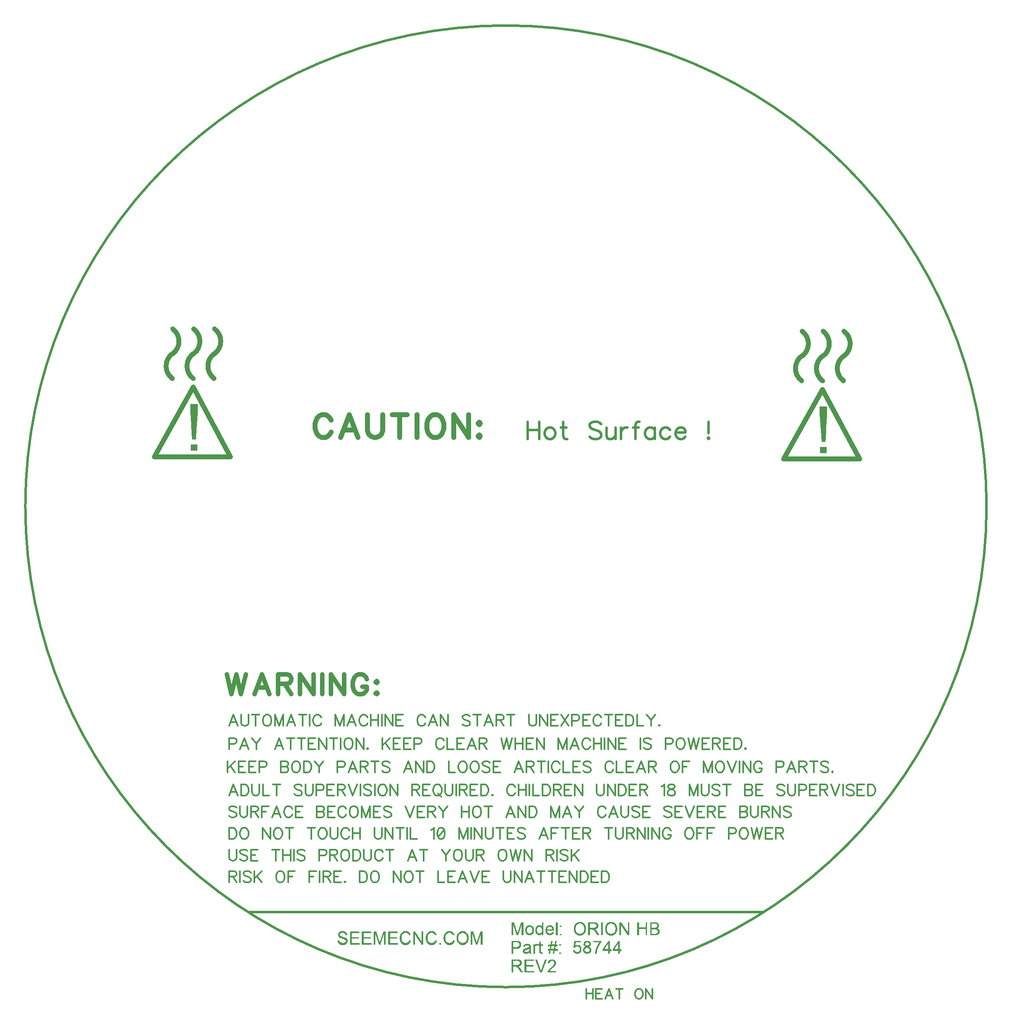
<source format=gbr>
G04 DipTrace 2.3.1.0*
%INTopSilk.gbr*%
%MOIN*%
%ADD12C,0.003*%
%ADD19C,0.04*%
%ADD20C,0.02*%
%ADD32C,0.0216*%
%ADD33C,0.0394*%
%ADD34C,0.0139*%
%ADD35C,0.035*%
%ADD37C,0.0124*%
%FSLAX44Y44*%
G04*
G70*
G90*
G75*
G01*
%LNTopSilk*%
%LPD*%
X18869Y51247D2*
D19*
X24994D1*
X18869D2*
X21994Y56872D1*
X24994Y51247D2*
X21994Y56872D1*
X20307Y57560D2*
G02X20307Y59560I750J1000D01*
G01*
X20348Y61560D2*
G02X20348Y59560I-750J-1000D01*
G01*
X23682Y57560D2*
G02X23682Y59560I750J1000D01*
G01*
X23723Y61560D2*
G02X23723Y59560I-750J-1000D01*
G01*
X21994Y57560D2*
G02X21994Y59560I750J1000D01*
G01*
X22036Y61560D2*
G02X22036Y59560I-750J-1000D01*
G01*
X69682Y51060D2*
X75807D1*
X69682D2*
X72807Y56685D1*
X75807Y51060D2*
X72807Y56685D1*
X71119Y57372D2*
G02X71119Y59372I750J1000D01*
G01*
X71161Y61372D2*
G02X71161Y59372I-750J-1000D01*
G01*
X74494Y57372D2*
G02X74494Y59372I750J1000D01*
G01*
X74536Y61372D2*
G02X74536Y59372I-750J-1000D01*
G01*
X72807Y57372D2*
G02X72807Y59372I750J1000D01*
G01*
X72849Y61372D2*
G02X72849Y59372I-750J-1000D01*
G01*
X8444Y47247D2*
D20*
G02X8444Y47247I38800J0D01*
G01*
X26494Y14497D2*
X67994D1*
X21757Y55505D2*
D12*
X22327D1*
X21757Y55475D2*
X22327D1*
X21757Y55445D2*
X22327D1*
X21757Y55415D2*
X22327D1*
X21757Y55385D2*
X22327D1*
X21757Y55355D2*
X22327D1*
X21757Y55325D2*
X22327D1*
X21757Y55295D2*
X22327D1*
X21757Y55265D2*
X22327D1*
X21757Y55235D2*
X22327D1*
X21757Y55205D2*
X22327D1*
X21757Y55175D2*
X22327D1*
X21757Y55145D2*
X22327D1*
X21757Y55115D2*
X22327D1*
X21757Y55085D2*
X22327D1*
X21757Y55055D2*
X22327D1*
X21757Y55025D2*
X22327D1*
X21757Y54995D2*
X22327D1*
X21757Y54965D2*
X22327D1*
X21757Y54935D2*
X22327D1*
X21757Y54905D2*
X22327D1*
X21757Y54875D2*
X22327D1*
X21757Y54845D2*
X22327D1*
X21757Y54815D2*
X22327D1*
X21757Y54785D2*
X22327D1*
X21758Y54755D2*
X22327D1*
X21762Y54725D2*
X22327D1*
X21769Y54695D2*
X22327D1*
X21777Y54665D2*
X22327D1*
X21782Y54635D2*
X22326D1*
X21785Y54605D2*
X22322D1*
X21786Y54575D2*
X22315D1*
X21787Y54545D2*
X22307D1*
X21787Y54515D2*
X22302D1*
X21787Y54485D2*
X22299D1*
X21787Y54455D2*
X22298D1*
X21787Y54425D2*
X22297D1*
X21787Y54395D2*
X22297D1*
X21787Y54365D2*
X22297D1*
X21787Y54335D2*
X22297D1*
X21788Y54305D2*
X22297D1*
X21792Y54275D2*
X22297D1*
X21799Y54245D2*
X22297D1*
X21807Y54215D2*
X22297D1*
X21812Y54185D2*
X22296D1*
X21815Y54155D2*
X22292D1*
X21816Y54125D2*
X22285D1*
X21817Y54095D2*
X22277D1*
X21817Y54065D2*
X22272D1*
X21817Y54035D2*
X22269D1*
X21817Y54005D2*
X22268D1*
X21817Y53975D2*
X22267D1*
X21817Y53945D2*
X22267D1*
X21817Y53915D2*
X22267D1*
X21818Y53885D2*
X22267D1*
X21822Y53855D2*
X22267D1*
X21829Y53825D2*
X22267D1*
X21837Y53795D2*
X22267D1*
X21842Y53765D2*
X22267D1*
X21845Y53735D2*
X22266D1*
X21846Y53705D2*
X22262D1*
X21847Y53675D2*
X22255D1*
X21847Y53645D2*
X22247D1*
X21847Y53615D2*
X22242D1*
X21847Y53585D2*
X22239D1*
X21847Y53555D2*
X22238D1*
X21847Y53525D2*
X22237D1*
X21847Y53495D2*
X22237D1*
X21848Y53465D2*
X22237D1*
X21852Y53435D2*
X22237D1*
X21859Y53405D2*
X22237D1*
X21867Y53375D2*
X22237D1*
X21872Y53345D2*
X22237D1*
X21875Y53315D2*
X22237D1*
X21876Y53285D2*
X22237D1*
X21877Y53255D2*
X22236D1*
X21877Y53225D2*
X22232D1*
X21877Y53195D2*
X22225D1*
X21877Y53165D2*
X22217D1*
X21877Y53135D2*
X22212D1*
X21877Y53105D2*
X22209D1*
X21877Y53075D2*
X22208D1*
X21877Y53045D2*
X22207D1*
X21878Y53015D2*
X22207D1*
X21882Y52985D2*
X22207D1*
X21889Y52955D2*
X22207D1*
X21897Y52925D2*
X22207D1*
X21902Y52895D2*
X22207D1*
X21905Y52865D2*
X22207D1*
X21906Y52835D2*
X22207D1*
X21907Y52805D2*
X22206D1*
X21907Y52775D2*
X22202D1*
X21907Y52745D2*
X22195D1*
X21907Y52715D2*
X22187D1*
X21907Y52685D2*
X22181D1*
X21907Y52655D2*
X22177D1*
X21787Y52235D2*
X22297D1*
X21787Y52205D2*
X22297D1*
X21787Y52175D2*
X22297D1*
X21787Y52145D2*
X22297D1*
X21787Y52115D2*
X22297D1*
X21787Y52085D2*
X22297D1*
X21787Y52055D2*
X22297D1*
X21787Y52025D2*
X22297D1*
X21787Y51995D2*
X22297D1*
X21787Y51965D2*
X22297D1*
X21787Y51935D2*
X22297D1*
X21787Y51905D2*
X22297D1*
X21787Y51875D2*
X22297D1*
X21787Y51845D2*
X22297D1*
X21787Y51815D2*
X22297D1*
X21787Y51785D2*
X22297D1*
X21787Y51755D2*
X22297D1*
X72569Y55317D2*
X73139D1*
X72569Y55287D2*
X73139D1*
X72569Y55257D2*
X73139D1*
X72569Y55227D2*
X73139D1*
X72569Y55197D2*
X73139D1*
X72569Y55167D2*
X73139D1*
X72569Y55137D2*
X73139D1*
X72569Y55107D2*
X73139D1*
X72569Y55077D2*
X73139D1*
X72569Y55047D2*
X73139D1*
X72569Y55017D2*
X73139D1*
X72569Y54987D2*
X73139D1*
X72569Y54957D2*
X73139D1*
X72569Y54927D2*
X73139D1*
X72569Y54897D2*
X73139D1*
X72569Y54867D2*
X73139D1*
X72569Y54837D2*
X73139D1*
X72569Y54807D2*
X73139D1*
X72569Y54777D2*
X73139D1*
X72569Y54747D2*
X73139D1*
X72569Y54717D2*
X73139D1*
X72569Y54687D2*
X73139D1*
X72569Y54657D2*
X73139D1*
X72569Y54627D2*
X73139D1*
X72569Y54597D2*
X73139D1*
X72571Y54567D2*
X73139D1*
X72574Y54537D2*
X73139D1*
X72582Y54507D2*
X73139D1*
X72589Y54477D2*
X73139D1*
X72594Y54447D2*
X73138D1*
X72597Y54417D2*
X73134D1*
X72598Y54387D2*
X73127D1*
X72599Y54357D2*
X73119D1*
X72599Y54327D2*
X73114D1*
X72599Y54297D2*
X73111D1*
X72599Y54267D2*
X73110D1*
X72599Y54237D2*
X73110D1*
X72599Y54207D2*
X73109D1*
X72599Y54177D2*
X73109D1*
X72599Y54147D2*
X73109D1*
X72601Y54117D2*
X73109D1*
X72604Y54087D2*
X73109D1*
X72612Y54057D2*
X73109D1*
X72619Y54027D2*
X73109D1*
X72624Y53997D2*
X73108D1*
X72627Y53967D2*
X73104D1*
X72628Y53937D2*
X73097D1*
X72629Y53907D2*
X73089D1*
X72629Y53877D2*
X73084D1*
X72629Y53847D2*
X73081D1*
X72629Y53817D2*
X73080D1*
X72629Y53787D2*
X73080D1*
X72629Y53757D2*
X73079D1*
X72629Y53727D2*
X73079D1*
X72631Y53697D2*
X73079D1*
X72634Y53667D2*
X73079D1*
X72642Y53637D2*
X73079D1*
X72649Y53607D2*
X73079D1*
X72654Y53577D2*
X73079D1*
X72657Y53547D2*
X73078D1*
X72658Y53517D2*
X73074D1*
X72659Y53487D2*
X73067D1*
X72659Y53457D2*
X73059D1*
X72659Y53427D2*
X73054D1*
X72659Y53397D2*
X73051D1*
X72659Y53367D2*
X73050D1*
X72659Y53337D2*
X73050D1*
X72659Y53307D2*
X73049D1*
X72661Y53277D2*
X73049D1*
X72664Y53247D2*
X73049D1*
X72672Y53217D2*
X73049D1*
X72679Y53187D2*
X73049D1*
X72684Y53157D2*
X73049D1*
X72687Y53127D2*
X73049D1*
X72688Y53097D2*
X73049D1*
X72689Y53067D2*
X73048D1*
X72689Y53037D2*
X73044D1*
X72689Y53007D2*
X73037D1*
X72689Y52977D2*
X73029D1*
X72689Y52947D2*
X73024D1*
X72689Y52917D2*
X73021D1*
X72689Y52887D2*
X73020D1*
X72689Y52857D2*
X73020D1*
X72691Y52827D2*
X73019D1*
X72694Y52797D2*
X73019D1*
X72702Y52767D2*
X73019D1*
X72709Y52737D2*
X73019D1*
X72714Y52707D2*
X73019D1*
X72717Y52677D2*
X73019D1*
X72718Y52647D2*
X73019D1*
X72719Y52617D2*
X73018D1*
X72719Y52587D2*
X73014D1*
X72719Y52557D2*
X73007D1*
X72719Y52527D2*
X72999D1*
X72719Y52497D2*
X72994D1*
X72719Y52467D2*
X72989D1*
X72599Y52047D2*
X73109D1*
X72599Y52017D2*
X73109D1*
X72599Y51987D2*
X73109D1*
X72599Y51957D2*
X73109D1*
X72599Y51927D2*
X73109D1*
X72599Y51897D2*
X73109D1*
X72599Y51867D2*
X73109D1*
X72599Y51837D2*
X73109D1*
X72599Y51807D2*
X73109D1*
X72599Y51777D2*
X73109D1*
X72599Y51747D2*
X73109D1*
X72599Y51717D2*
X73109D1*
X72599Y51687D2*
X73109D1*
X72599Y51657D2*
X73109D1*
X72599Y51627D2*
X73109D1*
X72599Y51597D2*
X73109D1*
X72599Y51567D2*
X73109D1*
X53094Y13710D2*
X53304D1*
X55614D2*
X55824D1*
X47694Y13680D2*
X47874D1*
X48474D2*
X48624D1*
X50154D2*
X50244D1*
X51264D2*
X51384D1*
X53026D2*
X53372D1*
X53874D2*
X54474D1*
X54924D2*
X55044D1*
X55546D2*
X55892D1*
X56394D2*
X56514D1*
X57084D2*
X57174D1*
X57834D2*
X57954D1*
X58524D2*
X58614D1*
X58884D2*
X59364D1*
X47694Y13650D2*
X47878D1*
X48459D2*
X48624D1*
X50154D2*
X50244D1*
X51264D2*
X51384D1*
X52970D2*
X53428D1*
X53874D2*
X54531D1*
X54924D2*
X55044D1*
X55490D2*
X55948D1*
X56394D2*
X56539D1*
X57084D2*
X57174D1*
X57834D2*
X57954D1*
X58524D2*
X58614D1*
X58884D2*
X59421D1*
X47694Y13620D2*
X47886D1*
X48446D2*
X48624D1*
X50154D2*
X50244D1*
X51264D2*
X51384D1*
X52925D2*
X53472D1*
X53874D2*
X54578D1*
X54924D2*
X55044D1*
X55445D2*
X55992D1*
X56394D2*
X56562D1*
X57084D2*
X57174D1*
X57834D2*
X57954D1*
X58524D2*
X58614D1*
X58884D2*
X59468D1*
X47694Y13590D2*
X47895D1*
X48435D2*
X48624D1*
X50154D2*
X50244D1*
X51264D2*
X51384D1*
X52889D2*
X53106D1*
X53292D2*
X53509D1*
X53874D2*
X54612D1*
X54924D2*
X55044D1*
X55409D2*
X55626D1*
X55812D2*
X56029D1*
X56394D2*
X56583D1*
X57084D2*
X57174D1*
X57834D2*
X57954D1*
X58524D2*
X58614D1*
X58884D2*
X59502D1*
X47694Y13560D2*
X47904D1*
X48424D2*
X48624D1*
X50154D2*
X50244D1*
X51264D2*
X51384D1*
X52857D2*
X53040D1*
X53357D2*
X53541D1*
X53874D2*
X53994D1*
X54438D2*
X54638D1*
X54924D2*
X55044D1*
X55377D2*
X55560D1*
X55877D2*
X56061D1*
X56394D2*
X56604D1*
X57084D2*
X57174D1*
X57834D2*
X57954D1*
X58524D2*
X58614D1*
X58884D2*
X58974D1*
X59393D2*
X59528D1*
X47694Y13530D2*
X47914D1*
X48414D2*
X48624D1*
X50154D2*
X50244D1*
X51264D2*
X51384D1*
X52830D2*
X52990D1*
X53407D2*
X53568D1*
X53874D2*
X53994D1*
X54484D2*
X54657D1*
X54924D2*
X55044D1*
X55350D2*
X55510D1*
X55927D2*
X56088D1*
X56394D2*
X56624D1*
X57084D2*
X57174D1*
X57834D2*
X57954D1*
X58524D2*
X58614D1*
X58884D2*
X58974D1*
X59419D2*
X59547D1*
X47694Y13500D2*
X47924D1*
X48404D2*
X48624D1*
X50154D2*
X50244D1*
X51264D2*
X51384D1*
X52807D2*
X52952D1*
X53446D2*
X53590D1*
X53874D2*
X53994D1*
X54519D2*
X54670D1*
X54924D2*
X55044D1*
X55327D2*
X55472D1*
X55966D2*
X56110D1*
X56394D2*
X56644D1*
X57084D2*
X57174D1*
X57834D2*
X57954D1*
X58524D2*
X58614D1*
X58884D2*
X58974D1*
X59440D2*
X59560D1*
X47694Y13470D2*
X47784D1*
X47845D2*
X47934D1*
X48394D2*
X48624D1*
X50154D2*
X50244D1*
X51264D2*
X51384D1*
X52790D2*
X52922D1*
X53475D2*
X53608D1*
X53874D2*
X53994D1*
X54546D2*
X54677D1*
X54924D2*
X55044D1*
X55310D2*
X55442D1*
X55995D2*
X56128D1*
X56394D2*
X56664D1*
X57084D2*
X57174D1*
X57834D2*
X57954D1*
X58524D2*
X58614D1*
X58884D2*
X58974D1*
X59457D2*
X59567D1*
X47694Y13440D2*
X47784D1*
X47849D2*
X47944D1*
X48384D2*
X48624D1*
X49044D2*
X49224D1*
X49824D2*
X50004D1*
X50153D2*
X50244D1*
X50664D2*
X50874D1*
X51264D2*
X51384D1*
X52776D2*
X52898D1*
X53496D2*
X53621D1*
X53874D2*
X53994D1*
X54555D2*
X54681D1*
X54924D2*
X55044D1*
X55296D2*
X55418D1*
X56016D2*
X56141D1*
X56394D2*
X56684D1*
X57084D2*
X57174D1*
X57834D2*
X57954D1*
X58524D2*
X58614D1*
X58884D2*
X58974D1*
X59469D2*
X59571D1*
X47694Y13410D2*
X47784D1*
X47856D2*
X47954D1*
X48374D2*
X48443D1*
X48504D2*
X48624D1*
X48990D2*
X49281D1*
X49780D2*
X50055D1*
X50148D2*
X50244D1*
X50620D2*
X50918D1*
X51264D2*
X51384D1*
X51594D2*
X51714D1*
X52765D2*
X52880D1*
X53510D2*
X53633D1*
X53874D2*
X53994D1*
X54559D2*
X54683D1*
X54924D2*
X55044D1*
X55285D2*
X55400D1*
X56030D2*
X56153D1*
X56394D2*
X56514D1*
X56580D2*
X56704D1*
X57084D2*
X57174D1*
X57834D2*
X57954D1*
X58524D2*
X58614D1*
X58884D2*
X58974D1*
X59475D2*
X59573D1*
X47694Y13380D2*
X47784D1*
X47865D2*
X47964D1*
X48364D2*
X48439D1*
X48504D2*
X48624D1*
X48943D2*
X49329D1*
X49742D2*
X50117D1*
X50138D2*
X50244D1*
X50581D2*
X50956D1*
X51264D2*
X51384D1*
X51594D2*
X51714D1*
X52754D2*
X52867D1*
X53522D2*
X53643D1*
X53874D2*
X53994D1*
X54559D2*
X54682D1*
X54924D2*
X55044D1*
X55274D2*
X55387D1*
X56042D2*
X56163D1*
X56394D2*
X56514D1*
X56591D2*
X56724D1*
X57084D2*
X57174D1*
X57834D2*
X57954D1*
X58524D2*
X58614D1*
X58884D2*
X58974D1*
X59468D2*
X59572D1*
X47694Y13350D2*
X47784D1*
X47874D2*
X47974D1*
X48354D2*
X48431D1*
X48504D2*
X48624D1*
X48907D2*
X49366D1*
X49712D2*
X50244D1*
X50548D2*
X50989D1*
X51264D2*
X51384D1*
X51594D2*
X51714D1*
X52745D2*
X52860D1*
X53532D2*
X53653D1*
X53874D2*
X53994D1*
X54544D2*
X54679D1*
X54924D2*
X55044D1*
X55265D2*
X55380D1*
X56052D2*
X56173D1*
X56394D2*
X56514D1*
X56607D2*
X56744D1*
X57084D2*
X57174D1*
X57834D2*
X57954D1*
X58524D2*
X58614D1*
X58884D2*
X58974D1*
X59455D2*
X59567D1*
X47694Y13320D2*
X47784D1*
X47884D2*
X47983D1*
X48344D2*
X48423D1*
X48504D2*
X48624D1*
X48881D2*
X49051D1*
X49218D2*
X49396D1*
X49688D2*
X49860D1*
X49998D2*
X50244D1*
X50520D2*
X50664D1*
X50874D2*
X51016D1*
X51264D2*
X51384D1*
X51594D2*
X51714D1*
X52739D2*
X52855D1*
X53540D2*
X53658D1*
X53874D2*
X53994D1*
X54519D2*
X54670D1*
X54924D2*
X55044D1*
X55259D2*
X55375D1*
X56060D2*
X56178D1*
X56394D2*
X56514D1*
X56625D2*
X56764D1*
X57084D2*
X57174D1*
X57834D2*
X57954D1*
X58524D2*
X58614D1*
X58884D2*
X58974D1*
X59438D2*
X59556D1*
X47694Y13290D2*
X47784D1*
X47894D2*
X47990D1*
X48334D2*
X48414D1*
X48504D2*
X48624D1*
X48860D2*
X49007D1*
X49264D2*
X49419D1*
X49670D2*
X49813D1*
X50044D2*
X50244D1*
X50498D2*
X50634D1*
X50903D2*
X51036D1*
X51264D2*
X51384D1*
X52736D2*
X52850D1*
X53546D2*
X53662D1*
X53874D2*
X53994D1*
X54482D2*
X54657D1*
X54924D2*
X55044D1*
X55256D2*
X55370D1*
X56066D2*
X56182D1*
X56394D2*
X56514D1*
X56644D2*
X56784D1*
X57084D2*
X57174D1*
X57834D2*
X57954D1*
X58524D2*
X58614D1*
X58884D2*
X58974D1*
X59400D2*
X59539D1*
X47694Y13260D2*
X47784D1*
X47904D2*
X47997D1*
X48324D2*
X48404D1*
X48504D2*
X48624D1*
X48843D2*
X48976D1*
X49300D2*
X49437D1*
X49656D2*
X49778D1*
X50079D2*
X50244D1*
X50480D2*
X50605D1*
X50929D2*
X51050D1*
X51264D2*
X51384D1*
X52735D2*
X52842D1*
X53555D2*
X53663D1*
X53874D2*
X53994D1*
X54435D2*
X54639D1*
X54924D2*
X55044D1*
X55255D2*
X55362D1*
X56075D2*
X56183D1*
X56394D2*
X56514D1*
X56664D2*
X56804D1*
X57084D2*
X57174D1*
X57834D2*
X58614D1*
X58884D2*
X58974D1*
X59354D2*
X59517D1*
X47694Y13230D2*
X47784D1*
X47914D2*
X48005D1*
X48314D2*
X48394D1*
X48504D2*
X48624D1*
X48828D2*
X48953D1*
X49327D2*
X49450D1*
X49645D2*
X49752D1*
X50103D2*
X50244D1*
X50467D2*
X50580D1*
X50950D2*
X51062D1*
X51264D2*
X51384D1*
X52734D2*
X52834D1*
X53563D2*
X53663D1*
X53874D2*
X54611D1*
X54924D2*
X55044D1*
X55254D2*
X55354D1*
X56083D2*
X56183D1*
X56394D2*
X56514D1*
X56684D2*
X56824D1*
X57084D2*
X57174D1*
X57834D2*
X58614D1*
X58884D2*
X59488D1*
X47694Y13200D2*
X47784D1*
X47924D2*
X48014D1*
X48304D2*
X48384D1*
X48504D2*
X48624D1*
X48817D2*
X48937D1*
X49346D2*
X49458D1*
X49634D2*
X49741D1*
X50119D2*
X50244D1*
X50459D2*
X50562D1*
X50968D2*
X51072D1*
X51264D2*
X51384D1*
X52734D2*
X52829D1*
X53569D2*
X53664D1*
X53874D2*
X54573D1*
X54924D2*
X55044D1*
X55254D2*
X55349D1*
X56089D2*
X56184D1*
X56394D2*
X56514D1*
X56704D2*
X56844D1*
X57084D2*
X57174D1*
X57834D2*
X58614D1*
X58884D2*
X59454D1*
X47694Y13170D2*
X47784D1*
X47934D2*
X48024D1*
X48294D2*
X48374D1*
X48504D2*
X48624D1*
X48810D2*
X48925D1*
X49360D2*
X49461D1*
X49625D2*
X49732D1*
X50132D2*
X50244D1*
X50451D2*
X50552D1*
X50980D2*
X51078D1*
X51264D2*
X51384D1*
X52734D2*
X52827D1*
X53570D2*
X53664D1*
X53874D2*
X54524D1*
X54924D2*
X55044D1*
X55254D2*
X55347D1*
X56090D2*
X56184D1*
X56394D2*
X56514D1*
X56724D2*
X56864D1*
X57084D2*
X57174D1*
X57834D2*
X58614D1*
X58884D2*
X59494D1*
X47694Y13140D2*
X47784D1*
X47944D2*
X48034D1*
X48284D2*
X48364D1*
X48504D2*
X48624D1*
X48806D2*
X48914D1*
X49367D2*
X49463D1*
X49619D2*
X49723D1*
X50142D2*
X50244D1*
X50443D2*
X50547D1*
X50988D2*
X51081D1*
X51264D2*
X51384D1*
X52734D2*
X52830D1*
X53568D2*
X53664D1*
X53874D2*
X54470D1*
X54924D2*
X55044D1*
X55254D2*
X55350D1*
X56088D2*
X56184D1*
X56394D2*
X56514D1*
X56744D2*
X56884D1*
X57084D2*
X57174D1*
X57834D2*
X57954D1*
X58524D2*
X58614D1*
X58884D2*
X59532D1*
X47694Y13110D2*
X47784D1*
X47954D2*
X48044D1*
X48274D2*
X48354D1*
X48504D2*
X48624D1*
X48805D2*
X48905D1*
X49371D2*
X49463D1*
X49616D2*
X49714D1*
X50148D2*
X50244D1*
X50434D2*
X51083D1*
X51264D2*
X51384D1*
X52734D2*
X52836D1*
X53561D2*
X53664D1*
X53874D2*
X53994D1*
X54258D2*
X54414D1*
X54924D2*
X55044D1*
X55254D2*
X55356D1*
X56081D2*
X56184D1*
X56394D2*
X56514D1*
X56764D2*
X56904D1*
X57084D2*
X57174D1*
X57834D2*
X57954D1*
X58524D2*
X58614D1*
X58884D2*
X58974D1*
X59387D2*
X59562D1*
X47694Y13080D2*
X47784D1*
X47964D2*
X48054D1*
X48264D2*
X48344D1*
X48504D2*
X48624D1*
X48804D2*
X48899D1*
X49373D2*
X49464D1*
X49615D2*
X49709D1*
X50151D2*
X50244D1*
X50429D2*
X51083D1*
X51264D2*
X51384D1*
X52734D2*
X52844D1*
X53554D2*
X53664D1*
X53874D2*
X53994D1*
X54304D2*
X54456D1*
X54924D2*
X55044D1*
X55254D2*
X55364D1*
X56074D2*
X56184D1*
X56394D2*
X56514D1*
X56784D2*
X56924D1*
X57084D2*
X57174D1*
X57834D2*
X57954D1*
X58524D2*
X58614D1*
X58884D2*
X58974D1*
X59430D2*
X59584D1*
X47694Y13050D2*
X47784D1*
X47974D2*
X48064D1*
X48254D2*
X48334D1*
X48504D2*
X48624D1*
X48804D2*
X48897D1*
X49373D2*
X49464D1*
X49614D2*
X49707D1*
X50153D2*
X50244D1*
X50426D2*
X51084D1*
X51264D2*
X51384D1*
X52735D2*
X52849D1*
X53549D2*
X53663D1*
X53874D2*
X53994D1*
X54340D2*
X54491D1*
X54924D2*
X55044D1*
X55255D2*
X55369D1*
X56069D2*
X56183D1*
X56394D2*
X56514D1*
X56804D2*
X56944D1*
X57084D2*
X57174D1*
X57834D2*
X57954D1*
X58524D2*
X58614D1*
X58884D2*
X58974D1*
X59462D2*
X59600D1*
X47694Y13020D2*
X47784D1*
X47984D2*
X48074D1*
X48244D2*
X48324D1*
X48504D2*
X48624D1*
X48804D2*
X48900D1*
X49374D2*
X49464D1*
X49614D2*
X49710D1*
X50153D2*
X50244D1*
X50426D2*
X51084D1*
X51264D2*
X51384D1*
X52739D2*
X52853D1*
X53545D2*
X53659D1*
X53874D2*
X53994D1*
X54368D2*
X54518D1*
X54924D2*
X55044D1*
X55259D2*
X55373D1*
X56065D2*
X56179D1*
X56394D2*
X56514D1*
X56824D2*
X56964D1*
X57084D2*
X57174D1*
X57834D2*
X57954D1*
X58524D2*
X58614D1*
X58884D2*
X58974D1*
X59484D2*
X59612D1*
X47694Y12990D2*
X47784D1*
X47994D2*
X48084D1*
X48234D2*
X48314D1*
X48504D2*
X48624D1*
X48805D2*
X48906D1*
X49373D2*
X49464D1*
X49615D2*
X49716D1*
X50152D2*
X50244D1*
X50429D2*
X50544D1*
X51264D2*
X51384D1*
X52746D2*
X52858D1*
X53539D2*
X53651D1*
X53874D2*
X53994D1*
X54392D2*
X54541D1*
X54924D2*
X55044D1*
X55266D2*
X55378D1*
X56059D2*
X56171D1*
X56394D2*
X56514D1*
X56844D2*
X56985D1*
X57083D2*
X57174D1*
X57834D2*
X57954D1*
X58524D2*
X58614D1*
X58884D2*
X58974D1*
X59499D2*
X59622D1*
X47694Y12960D2*
X47784D1*
X48004D2*
X48094D1*
X48224D2*
X48304D1*
X48504D2*
X48624D1*
X48809D2*
X48915D1*
X49369D2*
X49464D1*
X49619D2*
X49725D1*
X50149D2*
X50244D1*
X50436D2*
X50545D1*
X51264D2*
X51384D1*
X52755D2*
X52867D1*
X53531D2*
X53643D1*
X53874D2*
X53994D1*
X54417D2*
X54563D1*
X54924D2*
X55044D1*
X55275D2*
X55387D1*
X56051D2*
X56163D1*
X56394D2*
X56514D1*
X56864D2*
X57011D1*
X57078D2*
X57174D1*
X57834D2*
X57954D1*
X58524D2*
X58614D1*
X58884D2*
X58974D1*
X59506D2*
X59628D1*
X47694Y12930D2*
X47784D1*
X48014D2*
X48105D1*
X48212D2*
X48294D1*
X48504D2*
X48624D1*
X48816D2*
X48924D1*
X49360D2*
X49463D1*
X49626D2*
X49734D1*
X50140D2*
X50244D1*
X50445D2*
X50550D1*
X51264D2*
X51384D1*
X52764D2*
X52880D1*
X53518D2*
X53634D1*
X53874D2*
X53994D1*
X54441D2*
X54583D1*
X54924D2*
X55044D1*
X55284D2*
X55400D1*
X56038D2*
X56154D1*
X56394D2*
X56514D1*
X56884D2*
X57045D1*
X57068D2*
X57174D1*
X57834D2*
X57954D1*
X58524D2*
X58614D1*
X58884D2*
X58974D1*
X59506D2*
X59630D1*
X47694Y12900D2*
X47784D1*
X48024D2*
X48120D1*
X48197D2*
X48284D1*
X48504D2*
X48624D1*
X48825D2*
X48935D1*
X49347D2*
X49459D1*
X49635D2*
X49745D1*
X50128D2*
X50244D1*
X50454D2*
X50562D1*
X50994D2*
X51024D1*
X51264D2*
X51384D1*
X52775D2*
X52897D1*
X53500D2*
X53622D1*
X53874D2*
X53994D1*
X54461D2*
X54604D1*
X54924D2*
X55044D1*
X55295D2*
X55417D1*
X56020D2*
X56142D1*
X56394D2*
X56514D1*
X56904D2*
X57174D1*
X57834D2*
X57954D1*
X58524D2*
X58614D1*
X58884D2*
X58974D1*
X59499D2*
X59628D1*
X47694Y12870D2*
X47784D1*
X48034D2*
X48144D1*
X48174D2*
X48274D1*
X48504D2*
X48624D1*
X48834D2*
X48951D1*
X49328D2*
X49450D1*
X49644D2*
X49761D1*
X50110D2*
X50244D1*
X50465D2*
X50584D1*
X50972D2*
X51052D1*
X51264D2*
X51384D1*
X52789D2*
X52920D1*
X53477D2*
X53608D1*
X53874D2*
X53994D1*
X54479D2*
X54624D1*
X54924D2*
X55044D1*
X55309D2*
X55440D1*
X55997D2*
X56128D1*
X56394D2*
X56514D1*
X56924D2*
X57174D1*
X57834D2*
X57954D1*
X58524D2*
X58614D1*
X58884D2*
X58974D1*
X59486D2*
X59620D1*
X47694Y12840D2*
X47784D1*
X48044D2*
X48264D1*
X48504D2*
X48624D1*
X48845D2*
X48972D1*
X49303D2*
X49438D1*
X49655D2*
X49782D1*
X50087D2*
X50244D1*
X50478D2*
X50613D1*
X50948D2*
X51060D1*
X51264D2*
X51384D1*
X52807D2*
X52950D1*
X53448D2*
X53591D1*
X53874D2*
X53994D1*
X54496D2*
X54644D1*
X54924D2*
X55044D1*
X55327D2*
X55470D1*
X55968D2*
X56111D1*
X56394D2*
X56514D1*
X56944D2*
X57174D1*
X57834D2*
X57954D1*
X58524D2*
X58614D1*
X58884D2*
X58974D1*
X59464D2*
X59609D1*
X47694Y12810D2*
X47784D1*
X48054D2*
X48254D1*
X48504D2*
X48624D1*
X48859D2*
X49036D1*
X49235D2*
X49420D1*
X49669D2*
X49846D1*
X50033D2*
X50244D1*
X50493D2*
X50681D1*
X50883D2*
X51052D1*
X51264D2*
X51384D1*
X52830D2*
X52995D1*
X53403D2*
X53568D1*
X53874D2*
X53994D1*
X54515D2*
X54664D1*
X54924D2*
X55044D1*
X55350D2*
X55515D1*
X55923D2*
X56088D1*
X56394D2*
X56514D1*
X56964D2*
X57174D1*
X57834D2*
X57954D1*
X58524D2*
X58614D1*
X58884D2*
X58974D1*
X59429D2*
X59595D1*
X47694Y12780D2*
X47784D1*
X48064D2*
X48244D1*
X48504D2*
X48624D1*
X48878D2*
X49134D1*
X49135D2*
X49397D1*
X49688D2*
X49944D1*
X49952D2*
X50244D1*
X50513D2*
X50782D1*
X50784D2*
X51040D1*
X51264D2*
X51384D1*
X52856D2*
X53076D1*
X53321D2*
X53541D1*
X53874D2*
X53994D1*
X54535D2*
X54684D1*
X54924D2*
X55044D1*
X55376D2*
X55596D1*
X55841D2*
X56061D1*
X56394D2*
X56514D1*
X56984D2*
X57174D1*
X57834D2*
X57954D1*
X58524D2*
X58614D1*
X58884D2*
X58974D1*
X59384D2*
X59578D1*
X47694Y12750D2*
X47784D1*
X48074D2*
X48234D1*
X48504D2*
X48624D1*
X48906D2*
X49369D1*
X49716D2*
X50244D1*
X50540D2*
X51011D1*
X51264D2*
X51384D1*
X51594D2*
X51714D1*
X52886D2*
X53206D1*
X53192D2*
X53511D1*
X53874D2*
X53994D1*
X54554D2*
X54703D1*
X54924D2*
X55044D1*
X55406D2*
X55726D1*
X55712D2*
X56031D1*
X56394D2*
X56514D1*
X57004D2*
X57174D1*
X57834D2*
X57954D1*
X58524D2*
X58614D1*
X58884D2*
X59553D1*
X47694Y12720D2*
X47784D1*
X48084D2*
X48224D1*
X48504D2*
X48624D1*
X48945D2*
X49331D1*
X49755D2*
X50088D1*
X50154D2*
X50244D1*
X50575D2*
X50973D1*
X51264D2*
X51384D1*
X51594D2*
X51714D1*
X52922D2*
X53476D1*
X53874D2*
X53994D1*
X54575D2*
X54719D1*
X54924D2*
X55044D1*
X55442D2*
X55996D1*
X56394D2*
X56514D1*
X57023D2*
X57174D1*
X57834D2*
X57954D1*
X58524D2*
X58614D1*
X58884D2*
X59514D1*
X47694Y12690D2*
X47784D1*
X48098D2*
X48213D1*
X48504D2*
X48624D1*
X48992D2*
X49281D1*
X49802D2*
X50048D1*
X50154D2*
X50244D1*
X50618D2*
X50925D1*
X51264D2*
X51384D1*
X51594D2*
X51714D1*
X52968D2*
X53429D1*
X53874D2*
X53994D1*
X54598D2*
X54732D1*
X54924D2*
X55044D1*
X55488D2*
X55949D1*
X56394D2*
X56514D1*
X57040D2*
X57174D1*
X57834D2*
X57954D1*
X58524D2*
X58614D1*
X58884D2*
X59458D1*
X47694Y12660D2*
X47784D1*
X48114D2*
X48204D1*
X48504D2*
X48624D1*
X49044D2*
X49224D1*
X49854D2*
X50004D1*
X50154D2*
X50244D1*
X50664D2*
X50874D1*
X51264D2*
X51384D1*
X51594D2*
X51714D1*
X53027D2*
X53370D1*
X53874D2*
X53994D1*
X54624D2*
X54744D1*
X54924D2*
X55044D1*
X55547D2*
X55890D1*
X56394D2*
X56514D1*
X57054D2*
X57174D1*
X57834D2*
X57954D1*
X58524D2*
X58614D1*
X58884D2*
X59394D1*
X53094Y12630D2*
X53304D1*
X55614D2*
X55824D1*
X47694Y12180D2*
X48234D1*
X50904D2*
X50994D1*
X51234D2*
X51324D1*
X52764D2*
X53274D1*
X53694D2*
X53874D1*
X54294D2*
X54924D1*
X55524D2*
X55584D1*
X56334D2*
X56394D1*
X47694Y12150D2*
X48291D1*
X50004D2*
X50034D1*
X50894D2*
X50980D1*
X51224D2*
X51310D1*
X52764D2*
X53274D1*
X53641D2*
X53927D1*
X54294D2*
X54923D1*
X55498D2*
X55584D1*
X56308D2*
X56394D1*
X47694Y12120D2*
X48338D1*
X49976D2*
X50034D1*
X50885D2*
X50971D1*
X51215D2*
X51301D1*
X52764D2*
X53274D1*
X53597D2*
X53970D1*
X54294D2*
X54917D1*
X55476D2*
X55584D1*
X56286D2*
X56394D1*
X47694Y12090D2*
X48372D1*
X49956D2*
X50034D1*
X50879D2*
X50966D1*
X51209D2*
X51296D1*
X52763D2*
X53274D1*
X53566D2*
X54002D1*
X54294D2*
X54905D1*
X55454D2*
X55584D1*
X56264D2*
X56394D1*
X47694Y12060D2*
X47814D1*
X48223D2*
X48398D1*
X49949D2*
X50034D1*
X50875D2*
X50960D1*
X51205D2*
X51290D1*
X52759D2*
X52853D1*
X53543D2*
X53694D1*
X53863D2*
X54024D1*
X54778D2*
X54887D1*
X55430D2*
X55584D1*
X56240D2*
X56394D1*
X47694Y12030D2*
X47814D1*
X48262D2*
X48417D1*
X49946D2*
X50034D1*
X50870D2*
X50952D1*
X51200D2*
X51282D1*
X52752D2*
X52849D1*
X53529D2*
X53665D1*
X53902D2*
X54040D1*
X54756D2*
X54865D1*
X55407D2*
X55584D1*
X56217D2*
X56394D1*
X47694Y12000D2*
X47814D1*
X48291D2*
X48430D1*
X49945D2*
X50034D1*
X50862D2*
X50944D1*
X51192D2*
X51274D1*
X52744D2*
X52842D1*
X53520D2*
X53640D1*
X53929D2*
X54052D1*
X54735D2*
X54845D1*
X55385D2*
X55584D1*
X56195D2*
X56394D1*
X47694Y11970D2*
X47814D1*
X48312D2*
X48437D1*
X49944D2*
X50034D1*
X50854D2*
X50939D1*
X51184D2*
X51269D1*
X52739D2*
X52834D1*
X53517D2*
X53622D1*
X53950D2*
X54062D1*
X54714D2*
X54824D1*
X55364D2*
X55584D1*
X56174D2*
X56394D1*
X47694Y11940D2*
X47814D1*
X48327D2*
X48441D1*
X48834D2*
X49074D1*
X49644D2*
X49764D1*
X49944D2*
X50034D1*
X50849D2*
X50936D1*
X51178D2*
X51266D1*
X52735D2*
X52827D1*
X53515D2*
X53611D1*
X53956D2*
X54070D1*
X54694D2*
X54804D1*
X55344D2*
X55428D1*
X55494D2*
X55584D1*
X56154D2*
X56238D1*
X56304D2*
X56394D1*
X47694Y11910D2*
X47814D1*
X48339D2*
X48443D1*
X48776D2*
X49116D1*
X49464D2*
X49524D1*
X49608D2*
X50184D1*
X50846D2*
X50934D1*
X51174D2*
X51265D1*
X51534D2*
X51654D1*
X52730D2*
X52821D1*
X53514D2*
X53610D1*
X53958D2*
X54067D1*
X54674D2*
X54785D1*
X55324D2*
X55416D1*
X55494D2*
X55584D1*
X56134D2*
X56226D1*
X56304D2*
X56394D1*
X47694Y11880D2*
X47814D1*
X48336D2*
X48443D1*
X48730D2*
X49151D1*
X49464D2*
X49538D1*
X49568D2*
X50184D1*
X50634D2*
X51384D1*
X51534D2*
X51654D1*
X52722D2*
X52814D1*
X53515D2*
X53620D1*
X53948D2*
X54061D1*
X54654D2*
X54768D1*
X55304D2*
X55397D1*
X55494D2*
X55584D1*
X56114D2*
X56207D1*
X56304D2*
X56394D1*
X47694Y11850D2*
X47814D1*
X48330D2*
X48444D1*
X48695D2*
X49177D1*
X49464D2*
X49794D1*
X49854D2*
X50184D1*
X50634D2*
X51384D1*
X51534D2*
X51654D1*
X52714D2*
X52807D1*
X52914D2*
X53094D1*
X53520D2*
X53643D1*
X53932D2*
X54051D1*
X54635D2*
X54752D1*
X55284D2*
X55375D1*
X55494D2*
X55584D1*
X56094D2*
X56185D1*
X56304D2*
X56394D1*
X47694Y11820D2*
X47814D1*
X48321D2*
X48443D1*
X48670D2*
X48805D1*
X49033D2*
X49196D1*
X49464D2*
X49645D1*
X49764D2*
X49794D1*
X49854D2*
X50184D1*
X50634D2*
X51384D1*
X51534D2*
X51654D1*
X52709D2*
X52814D1*
X52840D2*
X53147D1*
X53530D2*
X53695D1*
X53874D2*
X54036D1*
X54618D2*
X54737D1*
X55264D2*
X55355D1*
X55494D2*
X55584D1*
X56074D2*
X56165D1*
X56304D2*
X56394D1*
X47694Y11790D2*
X47814D1*
X48306D2*
X48439D1*
X48652D2*
X48779D1*
X49072D2*
X49210D1*
X49464D2*
X49619D1*
X49944D2*
X50034D1*
X50634D2*
X51384D1*
X52705D2*
X53190D1*
X53557D2*
X53775D1*
X53780D2*
X54010D1*
X54602D2*
X54721D1*
X55243D2*
X55334D1*
X55494D2*
X55584D1*
X56053D2*
X56144D1*
X56304D2*
X56394D1*
X47694Y11760D2*
X47814D1*
X48280D2*
X48430D1*
X48637D2*
X48756D1*
X49099D2*
X49217D1*
X49464D2*
X49597D1*
X49944D2*
X50034D1*
X50814D2*
X50910D1*
X51143D2*
X51304D1*
X52700D2*
X53222D1*
X53593D2*
X53975D1*
X54588D2*
X54706D1*
X55220D2*
X55314D1*
X55494D2*
X55584D1*
X56030D2*
X56124D1*
X56304D2*
X56394D1*
X47694Y11730D2*
X47814D1*
X48242D2*
X48418D1*
X48658D2*
X48735D1*
X49119D2*
X49221D1*
X49464D2*
X49580D1*
X49944D2*
X50034D1*
X50809D2*
X50892D1*
X51139D2*
X51243D1*
X52694D2*
X52890D1*
X53087D2*
X53245D1*
X53634D2*
X53934D1*
X54575D2*
X54691D1*
X55197D2*
X55294D1*
X55494D2*
X55584D1*
X56007D2*
X56104D1*
X56304D2*
X56394D1*
X47694Y11700D2*
X47814D1*
X48195D2*
X48400D1*
X48684D2*
X48714D1*
X49126D2*
X49223D1*
X49464D2*
X49567D1*
X49944D2*
X50034D1*
X50802D2*
X50882D1*
X51132D2*
X51219D1*
X52691D2*
X52842D1*
X53130D2*
X53264D1*
X53594D2*
X53974D1*
X54565D2*
X54676D1*
X55175D2*
X55274D1*
X55494D2*
X55584D1*
X55985D2*
X56084D1*
X56304D2*
X56394D1*
X47694Y11670D2*
X48375D1*
X49076D2*
X49223D1*
X49464D2*
X49560D1*
X49944D2*
X50034D1*
X50794D2*
X50876D1*
X51124D2*
X51210D1*
X52709D2*
X52801D1*
X53162D2*
X53279D1*
X53556D2*
X54012D1*
X54553D2*
X54661D1*
X55154D2*
X55254D1*
X55494D2*
X55584D1*
X55964D2*
X56064D1*
X56304D2*
X56394D1*
X47694Y11640D2*
X48339D1*
X48994D2*
X49224D1*
X49464D2*
X49556D1*
X49944D2*
X50034D1*
X50789D2*
X50870D1*
X51119D2*
X51202D1*
X52734D2*
X52764D1*
X53184D2*
X53291D1*
X53525D2*
X53700D1*
X53868D2*
X54044D1*
X54540D2*
X54647D1*
X55134D2*
X55234D1*
X55494D2*
X55584D1*
X55944D2*
X56044D1*
X56304D2*
X56394D1*
X47694Y11610D2*
X48291D1*
X48892D2*
X49224D1*
X49464D2*
X49555D1*
X49944D2*
X50034D1*
X50786D2*
X50862D1*
X51116D2*
X51193D1*
X53199D2*
X53298D1*
X53503D2*
X53653D1*
X53914D2*
X54068D1*
X54527D2*
X54635D1*
X55114D2*
X55213D1*
X55494D2*
X55584D1*
X55924D2*
X56023D1*
X56304D2*
X56394D1*
X47694Y11580D2*
X48234D1*
X48797D2*
X49224D1*
X49464D2*
X49554D1*
X49944D2*
X50034D1*
X50785D2*
X50853D1*
X51115D2*
X51184D1*
X53207D2*
X53301D1*
X53488D2*
X53618D1*
X53949D2*
X54087D1*
X54515D2*
X54625D1*
X55094D2*
X55189D1*
X55494D2*
X55584D1*
X55904D2*
X55999D1*
X56304D2*
X56394D1*
X47694Y11550D2*
X47814D1*
X48726D2*
X49224D1*
X49464D2*
X49554D1*
X49944D2*
X50034D1*
X50784D2*
X50844D1*
X51114D2*
X51178D1*
X53211D2*
X53303D1*
X53475D2*
X53592D1*
X53973D2*
X54100D1*
X54505D2*
X54614D1*
X55075D2*
X55162D1*
X55494D2*
X55584D1*
X55885D2*
X55972D1*
X56304D2*
X56394D1*
X47694Y11520D2*
X47814D1*
X48671D2*
X49049D1*
X49134D2*
X49224D1*
X49464D2*
X49554D1*
X49944D2*
X50034D1*
X50634D2*
X51384D1*
X53213D2*
X53303D1*
X53465D2*
X53582D1*
X53989D2*
X54107D1*
X54494D2*
X54604D1*
X55060D2*
X55134D1*
X55494D2*
X55584D1*
X55870D2*
X55944D1*
X56304D2*
X56394D1*
X47694Y11490D2*
X47814D1*
X48646D2*
X48920D1*
X49133D2*
X49224D1*
X49464D2*
X49554D1*
X49944D2*
X50034D1*
X50634D2*
X51384D1*
X53212D2*
X53304D1*
X53459D2*
X53577D1*
X54001D2*
X54111D1*
X54485D2*
X54594D1*
X55051D2*
X55734D1*
X55861D2*
X56544D1*
X47694Y11460D2*
X47814D1*
X48629D2*
X48824D1*
X49129D2*
X49224D1*
X49464D2*
X49554D1*
X49944D2*
X50034D1*
X50634D2*
X51384D1*
X53209D2*
X53304D1*
X53457D2*
X53575D1*
X54010D2*
X54113D1*
X54478D2*
X54584D1*
X55047D2*
X55734D1*
X55857D2*
X56544D1*
X47694Y11430D2*
X47814D1*
X48616D2*
X48755D1*
X49120D2*
X49224D1*
X49464D2*
X49554D1*
X49944D2*
X50034D1*
X50634D2*
X51384D1*
X52674D2*
X52764D1*
X53200D2*
X53303D1*
X53460D2*
X53576D1*
X54006D2*
X54112D1*
X54471D2*
X54575D1*
X55045D2*
X55734D1*
X55855D2*
X56544D1*
X47694Y11400D2*
X47814D1*
X48606D2*
X48729D1*
X49107D2*
X49224D1*
X49464D2*
X49554D1*
X49944D2*
X50034D1*
X50724D2*
X50814D1*
X51054D2*
X51144D1*
X52675D2*
X52775D1*
X53188D2*
X53299D1*
X53466D2*
X53580D1*
X53995D2*
X54109D1*
X54462D2*
X54569D1*
X55044D2*
X55734D1*
X55854D2*
X56544D1*
X47694Y11370D2*
X47814D1*
X48600D2*
X48722D1*
X49088D2*
X49224D1*
X49464D2*
X49554D1*
X49944D2*
X50035D1*
X50724D2*
X50813D1*
X51054D2*
X51143D1*
X52679D2*
X52791D1*
X53169D2*
X53290D1*
X53475D2*
X53590D1*
X53981D2*
X54100D1*
X54454D2*
X54565D1*
X55494D2*
X55584D1*
X56304D2*
X56394D1*
X47694Y11340D2*
X47814D1*
X48601D2*
X48718D1*
X49062D2*
X49224D1*
X49464D2*
X49554D1*
X49944D2*
X50039D1*
X50723D2*
X50809D1*
X51053D2*
X51139D1*
X52687D2*
X52812D1*
X53146D2*
X53278D1*
X53485D2*
X53617D1*
X53946D2*
X54088D1*
X54449D2*
X54560D1*
X55494D2*
X55584D1*
X56304D2*
X56394D1*
X47694Y11310D2*
X47814D1*
X48608D2*
X48781D1*
X48990D2*
X49225D1*
X49464D2*
X49554D1*
X49944D2*
X50060D1*
X50719D2*
X50802D1*
X51049D2*
X51132D1*
X52700D2*
X52881D1*
X53087D2*
X53260D1*
X53500D2*
X53683D1*
X53883D2*
X54070D1*
X54446D2*
X54552D1*
X55494D2*
X55584D1*
X56304D2*
X56394D1*
X47694Y11280D2*
X47814D1*
X48620D2*
X48884D1*
X48879D2*
X49229D1*
X49464D2*
X49554D1*
X49945D2*
X50101D1*
X50712D2*
X50794D1*
X51042D2*
X51124D1*
X52719D2*
X52990D1*
X52996D2*
X53237D1*
X53522D2*
X53783D1*
X53785D2*
X54047D1*
X54445D2*
X54544D1*
X55494D2*
X55584D1*
X56304D2*
X56394D1*
X47694Y11250D2*
X47814D1*
X48639D2*
X49236D1*
X49464D2*
X49554D1*
X49948D2*
X50138D1*
X50704D2*
X50789D1*
X51034D2*
X51119D1*
X51534D2*
X51654D1*
X52746D2*
X53209D1*
X53549D2*
X54020D1*
X54443D2*
X54539D1*
X55494D2*
X55584D1*
X56304D2*
X56394D1*
X47694Y11220D2*
X47814D1*
X48666D2*
X49063D1*
X49139D2*
X49244D1*
X49464D2*
X49554D1*
X49963D2*
X50166D1*
X50699D2*
X50786D1*
X51029D2*
X51116D1*
X51534D2*
X51654D1*
X52785D2*
X53171D1*
X53587D2*
X53987D1*
X54438D2*
X54536D1*
X55494D2*
X55584D1*
X56304D2*
X56394D1*
X47694Y11190D2*
X47814D1*
X48702D2*
X49012D1*
X49150D2*
X49249D1*
X49464D2*
X49554D1*
X49996D2*
X50176D1*
X50696D2*
X50785D1*
X51026D2*
X51115D1*
X51534D2*
X51654D1*
X52832D2*
X53121D1*
X53636D2*
X53947D1*
X54428D2*
X54535D1*
X55494D2*
X55584D1*
X56304D2*
X56394D1*
X47694Y11160D2*
X47814D1*
X48744D2*
X48954D1*
X49164D2*
X49254D1*
X49464D2*
X49554D1*
X50034D2*
X50184D1*
X50694D2*
X50784D1*
X51024D2*
X51114D1*
X51534D2*
X51654D1*
X52884D2*
X53064D1*
X53694D2*
X53904D1*
X54414D2*
X54534D1*
X55494D2*
X55584D1*
X56304D2*
X56394D1*
X33934Y12960D2*
X34144D1*
X39034D2*
X39244D1*
X41134D2*
X41344D1*
X42574D2*
X42784D1*
X43624D2*
X43834D1*
X33866Y12930D2*
X34212D1*
X34654D2*
X35374D1*
X35614D2*
X36334D1*
X36574D2*
X36754D1*
X37354D2*
X37504D1*
X37744D2*
X38464D1*
X38965D2*
X39306D1*
X39754D2*
X39874D1*
X40444D2*
X40534D1*
X41065D2*
X41406D1*
X42505D2*
X42846D1*
X43556D2*
X43902D1*
X44404D2*
X44584D1*
X45184D2*
X45334D1*
X33811Y12900D2*
X34267D1*
X34654D2*
X35374D1*
X35614D2*
X36334D1*
X36574D2*
X36758D1*
X37339D2*
X37504D1*
X37744D2*
X38464D1*
X38906D2*
X39360D1*
X39754D2*
X39899D1*
X40444D2*
X40534D1*
X41006D2*
X41460D1*
X42446D2*
X42900D1*
X43500D2*
X43958D1*
X44404D2*
X44588D1*
X45169D2*
X45334D1*
X33770Y12870D2*
X34307D1*
X34654D2*
X35374D1*
X35614D2*
X36334D1*
X36574D2*
X36766D1*
X37326D2*
X37504D1*
X37744D2*
X38464D1*
X38858D2*
X39402D1*
X39754D2*
X39922D1*
X40444D2*
X40534D1*
X40958D2*
X41502D1*
X42398D2*
X42942D1*
X43455D2*
X44002D1*
X44404D2*
X44596D1*
X45156D2*
X45334D1*
X33742Y12840D2*
X33911D1*
X34167D2*
X34336D1*
X34654D2*
X35374D1*
X35614D2*
X36334D1*
X36574D2*
X36775D1*
X37315D2*
X37504D1*
X37744D2*
X38464D1*
X38821D2*
X39010D1*
X39238D2*
X39433D1*
X39754D2*
X39943D1*
X40444D2*
X40534D1*
X40921D2*
X41110D1*
X41338D2*
X41533D1*
X42361D2*
X42550D1*
X42778D2*
X42973D1*
X43419D2*
X43636D1*
X43822D2*
X44039D1*
X44404D2*
X44605D1*
X45145D2*
X45334D1*
X33722Y12810D2*
X33867D1*
X34210D2*
X34357D1*
X34654D2*
X34774D1*
X35614D2*
X35734D1*
X36574D2*
X36784D1*
X37304D2*
X37504D1*
X37744D2*
X37864D1*
X38791D2*
X38962D1*
X39285D2*
X39456D1*
X39754D2*
X39964D1*
X40444D2*
X40534D1*
X40891D2*
X41062D1*
X41385D2*
X41556D1*
X42331D2*
X42502D1*
X42825D2*
X42996D1*
X43387D2*
X43570D1*
X43887D2*
X44071D1*
X44404D2*
X44614D1*
X45134D2*
X45334D1*
X33708Y12780D2*
X33836D1*
X34242D2*
X34375D1*
X34654D2*
X34774D1*
X35614D2*
X35734D1*
X36574D2*
X36794D1*
X37294D2*
X37504D1*
X37744D2*
X37864D1*
X38767D2*
X38922D1*
X39324D2*
X39474D1*
X39754D2*
X39984D1*
X40444D2*
X40534D1*
X40867D2*
X41022D1*
X41424D2*
X41574D1*
X42307D2*
X42462D1*
X42864D2*
X43014D1*
X43360D2*
X43520D1*
X43937D2*
X44098D1*
X44404D2*
X44624D1*
X45124D2*
X45334D1*
X33700Y12750D2*
X33813D1*
X34264D2*
X34390D1*
X34654D2*
X34774D1*
X35614D2*
X35734D1*
X36574D2*
X36804D1*
X37284D2*
X37504D1*
X37744D2*
X37864D1*
X38746D2*
X38888D1*
X39355D2*
X39489D1*
X39754D2*
X40004D1*
X40444D2*
X40534D1*
X40846D2*
X40988D1*
X41455D2*
X41589D1*
X42286D2*
X42428D1*
X42895D2*
X43029D1*
X43337D2*
X43482D1*
X43976D2*
X44120D1*
X44404D2*
X44634D1*
X45114D2*
X45334D1*
X33696Y12720D2*
X33797D1*
X34279D2*
X34401D1*
X34654D2*
X34774D1*
X35614D2*
X35734D1*
X36574D2*
X36664D1*
X36725D2*
X36814D1*
X37274D2*
X37504D1*
X37744D2*
X37864D1*
X38729D2*
X38861D1*
X39380D2*
X39501D1*
X39754D2*
X40024D1*
X40444D2*
X40534D1*
X40829D2*
X40961D1*
X41480D2*
X41601D1*
X42269D2*
X42401D1*
X42920D2*
X43041D1*
X43320D2*
X43452D1*
X44005D2*
X44138D1*
X44404D2*
X44494D1*
X44555D2*
X44644D1*
X45104D2*
X45334D1*
X33695Y12690D2*
X33792D1*
X34288D2*
X34408D1*
X34654D2*
X34774D1*
X35614D2*
X35734D1*
X36574D2*
X36664D1*
X36729D2*
X36824D1*
X37264D2*
X37504D1*
X37744D2*
X37864D1*
X38716D2*
X38842D1*
X39402D2*
X39508D1*
X39754D2*
X40044D1*
X40444D2*
X40534D1*
X40816D2*
X40942D1*
X41502D2*
X41608D1*
X42256D2*
X42382D1*
X42942D2*
X43048D1*
X43306D2*
X43428D1*
X44026D2*
X44151D1*
X44404D2*
X44494D1*
X44559D2*
X44654D1*
X45094D2*
X45334D1*
X33695Y12660D2*
X33800D1*
X34294D2*
X34414D1*
X34654D2*
X34774D1*
X35614D2*
X35734D1*
X36574D2*
X36664D1*
X36736D2*
X36834D1*
X37254D2*
X37323D1*
X37384D2*
X37504D1*
X37744D2*
X37864D1*
X38705D2*
X38827D1*
X39424D2*
X39514D1*
X39754D2*
X39874D1*
X39940D2*
X40064D1*
X40444D2*
X40534D1*
X40805D2*
X40927D1*
X41524D2*
X41614D1*
X42245D2*
X42367D1*
X42964D2*
X43054D1*
X43295D2*
X43410D1*
X44040D2*
X44163D1*
X44404D2*
X44494D1*
X44566D2*
X44664D1*
X45084D2*
X45153D1*
X45214D2*
X45334D1*
X33699Y12630D2*
X33813D1*
X34654D2*
X34774D1*
X35614D2*
X35734D1*
X36574D2*
X36664D1*
X36745D2*
X36844D1*
X37244D2*
X37319D1*
X37384D2*
X37504D1*
X37744D2*
X37864D1*
X38694D2*
X38815D1*
X39754D2*
X39874D1*
X39951D2*
X40084D1*
X40444D2*
X40534D1*
X40794D2*
X40915D1*
X42234D2*
X42355D1*
X43284D2*
X43397D1*
X44052D2*
X44173D1*
X44404D2*
X44494D1*
X44575D2*
X44674D1*
X45074D2*
X45149D1*
X45214D2*
X45334D1*
X33707Y12600D2*
X33848D1*
X34654D2*
X34774D1*
X35614D2*
X35734D1*
X36574D2*
X36664D1*
X36754D2*
X36854D1*
X37234D2*
X37311D1*
X37384D2*
X37504D1*
X37744D2*
X37864D1*
X38685D2*
X38805D1*
X39754D2*
X39874D1*
X39967D2*
X40104D1*
X40444D2*
X40534D1*
X40785D2*
X40905D1*
X42225D2*
X42345D1*
X43275D2*
X43390D1*
X44062D2*
X44183D1*
X44404D2*
X44494D1*
X44584D2*
X44684D1*
X45064D2*
X45141D1*
X45214D2*
X45334D1*
X33720Y12570D2*
X33901D1*
X34654D2*
X34774D1*
X35614D2*
X35734D1*
X36574D2*
X36664D1*
X36764D2*
X36863D1*
X37224D2*
X37303D1*
X37384D2*
X37504D1*
X37744D2*
X37864D1*
X38679D2*
X38799D1*
X39754D2*
X39874D1*
X39985D2*
X40124D1*
X40444D2*
X40534D1*
X40779D2*
X40899D1*
X42219D2*
X42339D1*
X43269D2*
X43385D1*
X44070D2*
X44188D1*
X44404D2*
X44494D1*
X44594D2*
X44693D1*
X45054D2*
X45133D1*
X45214D2*
X45334D1*
X33738Y12540D2*
X33975D1*
X34654D2*
X34774D1*
X35614D2*
X35734D1*
X36574D2*
X36664D1*
X36774D2*
X36870D1*
X37214D2*
X37294D1*
X37384D2*
X37504D1*
X37744D2*
X37864D1*
X38676D2*
X38796D1*
X39754D2*
X39874D1*
X40004D2*
X40144D1*
X40444D2*
X40534D1*
X40776D2*
X40896D1*
X42216D2*
X42336D1*
X43266D2*
X43380D1*
X44076D2*
X44192D1*
X44404D2*
X44494D1*
X44604D2*
X44700D1*
X45044D2*
X45124D1*
X45214D2*
X45334D1*
X33763Y12510D2*
X34065D1*
X34654D2*
X34774D1*
X35614D2*
X35734D1*
X36574D2*
X36664D1*
X36784D2*
X36877D1*
X37204D2*
X37284D1*
X37384D2*
X37504D1*
X37744D2*
X37864D1*
X38675D2*
X38795D1*
X39754D2*
X39874D1*
X40024D2*
X40164D1*
X40444D2*
X40534D1*
X40775D2*
X40895D1*
X42215D2*
X42335D1*
X43265D2*
X43372D1*
X44085D2*
X44193D1*
X44404D2*
X44494D1*
X44614D2*
X44707D1*
X45034D2*
X45114D1*
X45214D2*
X45334D1*
X33799Y12480D2*
X34155D1*
X34654D2*
X35344D1*
X35614D2*
X36304D1*
X36574D2*
X36664D1*
X36794D2*
X36885D1*
X37194D2*
X37274D1*
X37384D2*
X37504D1*
X37744D2*
X38434D1*
X38674D2*
X38794D1*
X39754D2*
X39874D1*
X40044D2*
X40184D1*
X40444D2*
X40534D1*
X40774D2*
X40894D1*
X42214D2*
X42334D1*
X43264D2*
X43364D1*
X44093D2*
X44193D1*
X44404D2*
X44494D1*
X44624D2*
X44715D1*
X45024D2*
X45104D1*
X45214D2*
X45334D1*
X33853Y12450D2*
X34234D1*
X34654D2*
X35344D1*
X35614D2*
X36304D1*
X36574D2*
X36664D1*
X36804D2*
X36894D1*
X37184D2*
X37264D1*
X37384D2*
X37504D1*
X37744D2*
X38434D1*
X38674D2*
X38794D1*
X39754D2*
X39874D1*
X40064D2*
X40204D1*
X40444D2*
X40534D1*
X40774D2*
X40894D1*
X42214D2*
X42334D1*
X43264D2*
X43359D1*
X44099D2*
X44194D1*
X44404D2*
X44494D1*
X44634D2*
X44724D1*
X45014D2*
X45094D1*
X45214D2*
X45334D1*
X33926Y12420D2*
X34294D1*
X34654D2*
X35344D1*
X35614D2*
X36304D1*
X36574D2*
X36664D1*
X36814D2*
X36904D1*
X37174D2*
X37254D1*
X37384D2*
X37504D1*
X37744D2*
X38434D1*
X38674D2*
X38794D1*
X39754D2*
X39874D1*
X40084D2*
X40224D1*
X40444D2*
X40534D1*
X40774D2*
X40894D1*
X42214D2*
X42334D1*
X43264D2*
X43357D1*
X44100D2*
X44194D1*
X44404D2*
X44494D1*
X44644D2*
X44734D1*
X45004D2*
X45084D1*
X45214D2*
X45334D1*
X34012Y12390D2*
X34340D1*
X34654D2*
X35344D1*
X35614D2*
X36304D1*
X36574D2*
X36664D1*
X36824D2*
X36914D1*
X37164D2*
X37244D1*
X37384D2*
X37504D1*
X37744D2*
X38434D1*
X38674D2*
X38794D1*
X39754D2*
X39874D1*
X40104D2*
X40244D1*
X40444D2*
X40534D1*
X40774D2*
X40894D1*
X42214D2*
X42334D1*
X43264D2*
X43360D1*
X44098D2*
X44194D1*
X44404D2*
X44494D1*
X44654D2*
X44744D1*
X44994D2*
X45074D1*
X45214D2*
X45334D1*
X34099Y12360D2*
X34374D1*
X34654D2*
X34774D1*
X35614D2*
X35734D1*
X36574D2*
X36664D1*
X36834D2*
X36924D1*
X37154D2*
X37234D1*
X37384D2*
X37504D1*
X37744D2*
X37864D1*
X38674D2*
X38794D1*
X39754D2*
X39874D1*
X40124D2*
X40264D1*
X40444D2*
X40534D1*
X40774D2*
X40894D1*
X42214D2*
X42334D1*
X43264D2*
X43366D1*
X44091D2*
X44194D1*
X44404D2*
X44494D1*
X44664D2*
X44754D1*
X44984D2*
X45064D1*
X45214D2*
X45334D1*
X34175Y12330D2*
X34398D1*
X34654D2*
X34774D1*
X35614D2*
X35734D1*
X36574D2*
X36664D1*
X36844D2*
X36934D1*
X37144D2*
X37224D1*
X37384D2*
X37504D1*
X37744D2*
X37864D1*
X38674D2*
X38794D1*
X39754D2*
X39874D1*
X40144D2*
X40284D1*
X40444D2*
X40534D1*
X40774D2*
X40894D1*
X42214D2*
X42334D1*
X43264D2*
X43374D1*
X44084D2*
X44194D1*
X44404D2*
X44494D1*
X44674D2*
X44764D1*
X44974D2*
X45054D1*
X45214D2*
X45334D1*
X34234Y12300D2*
X34417D1*
X34654D2*
X34774D1*
X35614D2*
X35734D1*
X36574D2*
X36664D1*
X36854D2*
X36944D1*
X37134D2*
X37214D1*
X37384D2*
X37504D1*
X37744D2*
X37864D1*
X38675D2*
X38795D1*
X39754D2*
X39874D1*
X40164D2*
X40304D1*
X40444D2*
X40534D1*
X40775D2*
X40895D1*
X42215D2*
X42335D1*
X43265D2*
X43379D1*
X44079D2*
X44193D1*
X44404D2*
X44494D1*
X44684D2*
X44774D1*
X44964D2*
X45044D1*
X45214D2*
X45334D1*
X34281Y12270D2*
X34430D1*
X34654D2*
X34774D1*
X35614D2*
X35734D1*
X36574D2*
X36664D1*
X36864D2*
X36954D1*
X37124D2*
X37204D1*
X37384D2*
X37504D1*
X37744D2*
X37864D1*
X38679D2*
X38799D1*
X39754D2*
X39874D1*
X40184D2*
X40324D1*
X40444D2*
X40534D1*
X40779D2*
X40899D1*
X42219D2*
X42339D1*
X43269D2*
X43383D1*
X44075D2*
X44189D1*
X44404D2*
X44494D1*
X44694D2*
X44784D1*
X44954D2*
X45034D1*
X45214D2*
X45334D1*
X34302Y12240D2*
X34437D1*
X34654D2*
X34774D1*
X35614D2*
X35734D1*
X36574D2*
X36664D1*
X36874D2*
X36964D1*
X37114D2*
X37194D1*
X37384D2*
X37504D1*
X37744D2*
X37864D1*
X38686D2*
X38806D1*
X39454D2*
X39484D1*
X39754D2*
X39874D1*
X40204D2*
X40345D1*
X40443D2*
X40534D1*
X40786D2*
X40906D1*
X41554D2*
X41584D1*
X42226D2*
X42346D1*
X42994D2*
X43024D1*
X43276D2*
X43388D1*
X44069D2*
X44181D1*
X44404D2*
X44494D1*
X44704D2*
X44794D1*
X44944D2*
X45024D1*
X45214D2*
X45334D1*
X33634Y12210D2*
X33754D1*
X34314D2*
X34441D1*
X34654D2*
X34774D1*
X35614D2*
X35734D1*
X36574D2*
X36664D1*
X36884D2*
X36974D1*
X37104D2*
X37184D1*
X37384D2*
X37504D1*
X37744D2*
X37864D1*
X38695D2*
X38815D1*
X39435D2*
X39515D1*
X39754D2*
X39874D1*
X40224D2*
X40371D1*
X40438D2*
X40534D1*
X40795D2*
X40915D1*
X41535D2*
X41615D1*
X42235D2*
X42355D1*
X42975D2*
X43055D1*
X43285D2*
X43397D1*
X44061D2*
X44173D1*
X44404D2*
X44494D1*
X44714D2*
X44804D1*
X44934D2*
X45014D1*
X45214D2*
X45334D1*
X33648Y12180D2*
X33765D1*
X34320D2*
X34442D1*
X34654D2*
X34774D1*
X35614D2*
X35734D1*
X36574D2*
X36664D1*
X36894D2*
X36985D1*
X37092D2*
X37174D1*
X37384D2*
X37504D1*
X37744D2*
X37864D1*
X38704D2*
X38825D1*
X39418D2*
X39528D1*
X39754D2*
X39874D1*
X40244D2*
X40405D1*
X40428D2*
X40534D1*
X40804D2*
X40925D1*
X41518D2*
X41628D1*
X42244D2*
X42365D1*
X42958D2*
X43068D1*
X43294D2*
X43410D1*
X44048D2*
X44164D1*
X44404D2*
X44494D1*
X44724D2*
X44815D1*
X44922D2*
X45004D1*
X45214D2*
X45334D1*
X33657Y12150D2*
X33779D1*
X34321D2*
X34438D1*
X34654D2*
X34774D1*
X35614D2*
X35734D1*
X36574D2*
X36664D1*
X36904D2*
X37000D1*
X37077D2*
X37164D1*
X37384D2*
X37504D1*
X37744D2*
X37864D1*
X38715D2*
X38840D1*
X39401D2*
X39525D1*
X39754D2*
X39874D1*
X40264D2*
X40534D1*
X40815D2*
X40940D1*
X41501D2*
X41625D1*
X42255D2*
X42380D1*
X42941D2*
X43065D1*
X43305D2*
X43427D1*
X44030D2*
X44152D1*
X44404D2*
X44494D1*
X44734D2*
X44830D1*
X44907D2*
X44994D1*
X45214D2*
X45334D1*
X33666Y12120D2*
X33797D1*
X34319D2*
X34430D1*
X34654D2*
X34774D1*
X35614D2*
X35734D1*
X36574D2*
X36664D1*
X36914D2*
X37024D1*
X37054D2*
X37154D1*
X37384D2*
X37504D1*
X37744D2*
X37864D1*
X38729D2*
X38861D1*
X39381D2*
X39517D1*
X39754D2*
X39874D1*
X40284D2*
X40534D1*
X40829D2*
X40961D1*
X41481D2*
X41617D1*
X42269D2*
X42401D1*
X42921D2*
X43057D1*
X43319D2*
X43450D1*
X44007D2*
X44138D1*
X44404D2*
X44494D1*
X44744D2*
X44854D1*
X44884D2*
X44984D1*
X45214D2*
X45334D1*
X33676Y12090D2*
X33822D1*
X34308D2*
X34419D1*
X34654D2*
X34774D1*
X35614D2*
X35734D1*
X36574D2*
X36664D1*
X36924D2*
X37144D1*
X37384D2*
X37504D1*
X37744D2*
X37864D1*
X38746D2*
X38889D1*
X39356D2*
X39504D1*
X39754D2*
X39874D1*
X40304D2*
X40534D1*
X40846D2*
X40989D1*
X41456D2*
X41604D1*
X42286D2*
X42429D1*
X42896D2*
X43044D1*
X43337D2*
X43480D1*
X43978D2*
X44121D1*
X44404D2*
X44494D1*
X44754D2*
X44974D1*
X45214D2*
X45334D1*
X33689Y12060D2*
X33853D1*
X34280D2*
X34405D1*
X34654D2*
X34774D1*
X35614D2*
X35734D1*
X36574D2*
X36664D1*
X36934D2*
X37134D1*
X37384D2*
X37504D1*
X37744D2*
X37864D1*
X38765D2*
X38930D1*
X39325D2*
X39489D1*
X39754D2*
X39874D1*
X40324D2*
X40534D1*
X40865D2*
X41030D1*
X41425D2*
X41589D1*
X42305D2*
X42470D1*
X42865D2*
X43029D1*
X43360D2*
X43525D1*
X43933D2*
X44098D1*
X44404D2*
X44494D1*
X44764D2*
X44964D1*
X45214D2*
X45334D1*
X33707Y12030D2*
X33938D1*
X34197D2*
X34390D1*
X34654D2*
X34774D1*
X35614D2*
X35734D1*
X36574D2*
X36664D1*
X36944D2*
X37124D1*
X37384D2*
X37504D1*
X37744D2*
X37864D1*
X38785D2*
X39004D1*
X39245D2*
X39470D1*
X39754D2*
X39874D1*
X40344D2*
X40534D1*
X40885D2*
X41104D1*
X41345D2*
X41570D1*
X42325D2*
X42544D1*
X42785D2*
X43010D1*
X43386D2*
X43606D1*
X43851D2*
X44071D1*
X44404D2*
X44494D1*
X44774D2*
X44954D1*
X45214D2*
X45334D1*
X33731Y12000D2*
X34070D1*
X34066D2*
X34370D1*
X34654D2*
X35404D1*
X35614D2*
X36364D1*
X36574D2*
X36664D1*
X36954D2*
X37114D1*
X37384D2*
X37504D1*
X37744D2*
X38494D1*
X38810D2*
X39125D1*
X39123D2*
X39443D1*
X39754D2*
X39874D1*
X40364D2*
X40534D1*
X40910D2*
X41225D1*
X41223D2*
X41543D1*
X41854D2*
X41974D1*
X42350D2*
X42665D1*
X42663D2*
X42983D1*
X43416D2*
X43736D1*
X43722D2*
X44041D1*
X44404D2*
X44494D1*
X44784D2*
X44944D1*
X45214D2*
X45334D1*
X33764Y11970D2*
X34340D1*
X34654D2*
X35404D1*
X35614D2*
X36364D1*
X36574D2*
X36664D1*
X36964D2*
X37104D1*
X37384D2*
X37504D1*
X37744D2*
X38494D1*
X38844D2*
X39407D1*
X39754D2*
X39874D1*
X40383D2*
X40534D1*
X40944D2*
X41507D1*
X41854D2*
X41974D1*
X42384D2*
X42947D1*
X43452D2*
X44006D1*
X44404D2*
X44494D1*
X44794D2*
X44934D1*
X45214D2*
X45334D1*
X33809Y11940D2*
X34297D1*
X34654D2*
X35404D1*
X35614D2*
X36364D1*
X36574D2*
X36664D1*
X36978D2*
X37093D1*
X37384D2*
X37504D1*
X37744D2*
X38494D1*
X38888D2*
X39361D1*
X39754D2*
X39874D1*
X40400D2*
X40534D1*
X40988D2*
X41461D1*
X41854D2*
X41974D1*
X42428D2*
X42901D1*
X43498D2*
X43959D1*
X44404D2*
X44494D1*
X44808D2*
X44923D1*
X45214D2*
X45334D1*
X33868Y11910D2*
X34239D1*
X34654D2*
X35404D1*
X35614D2*
X36364D1*
X36574D2*
X36664D1*
X36994D2*
X37084D1*
X37384D2*
X37504D1*
X37744D2*
X38494D1*
X38943D2*
X39305D1*
X39754D2*
X39874D1*
X40414D2*
X40534D1*
X41043D2*
X41405D1*
X41854D2*
X41974D1*
X42483D2*
X42845D1*
X43557D2*
X43900D1*
X44404D2*
X44494D1*
X44824D2*
X44914D1*
X45214D2*
X45334D1*
X33934Y11880D2*
X34174D1*
X39004D2*
X39244D1*
X41104D2*
X41344D1*
X42544D2*
X42784D1*
X43624D2*
X43834D1*
X47694Y10680D2*
X48294D1*
X48744D2*
X49464D1*
X49614D2*
X49734D1*
X50394D2*
X50514D1*
X50844D2*
X51054D1*
X47694Y10650D2*
X48351D1*
X48744D2*
X49464D1*
X49619D2*
X49738D1*
X50383D2*
X50499D1*
X50786D2*
X51107D1*
X47694Y10620D2*
X48398D1*
X48744D2*
X49464D1*
X49627D2*
X49746D1*
X50373D2*
X50486D1*
X50740D2*
X51150D1*
X47694Y10590D2*
X48432D1*
X48744D2*
X49464D1*
X49639D2*
X49755D1*
X50364D2*
X50475D1*
X50705D2*
X51182D1*
X47694Y10560D2*
X47814D1*
X48258D2*
X48458D1*
X48744D2*
X48864D1*
X49651D2*
X49764D1*
X50353D2*
X50464D1*
X50680D2*
X50851D1*
X51054D2*
X51205D1*
X47694Y10530D2*
X47814D1*
X48304D2*
X48477D1*
X48744D2*
X48864D1*
X49663D2*
X49775D1*
X50340D2*
X50454D1*
X50661D2*
X50807D1*
X51082D2*
X51224D1*
X47694Y10500D2*
X47814D1*
X48339D2*
X48490D1*
X48744D2*
X48864D1*
X49673D2*
X49788D1*
X50327D2*
X50443D1*
X50648D2*
X50776D1*
X51107D2*
X51239D1*
X47694Y10470D2*
X47814D1*
X48366D2*
X48497D1*
X48744D2*
X48864D1*
X49684D2*
X49801D1*
X50315D2*
X50430D1*
X50640D2*
X50753D1*
X51125D2*
X51251D1*
X47694Y10440D2*
X47814D1*
X48375D2*
X48501D1*
X48744D2*
X48864D1*
X49694D2*
X49813D1*
X50305D2*
X50417D1*
X50636D2*
X50737D1*
X51135D2*
X51258D1*
X47694Y10410D2*
X47814D1*
X48379D2*
X48503D1*
X48744D2*
X48864D1*
X49704D2*
X49823D1*
X50294D2*
X50405D1*
X50634D2*
X50724D1*
X51140D2*
X51260D1*
X47694Y10380D2*
X47814D1*
X48379D2*
X48502D1*
X48744D2*
X48864D1*
X49715D2*
X49834D1*
X50284D2*
X50394D1*
X51141D2*
X51258D1*
X47694Y10350D2*
X47814D1*
X48364D2*
X48499D1*
X48744D2*
X48864D1*
X49728D2*
X49844D1*
X50274D2*
X50383D1*
X51138D2*
X51251D1*
X47694Y10320D2*
X47814D1*
X48339D2*
X48490D1*
X48744D2*
X48864D1*
X49741D2*
X49854D1*
X50264D2*
X50370D1*
X51130D2*
X51242D1*
X47694Y10290D2*
X47814D1*
X48302D2*
X48477D1*
X48744D2*
X48864D1*
X49753D2*
X49864D1*
X50254D2*
X50357D1*
X51118D2*
X51232D1*
X47694Y10260D2*
X47814D1*
X48255D2*
X48459D1*
X48744D2*
X48864D1*
X49763D2*
X49874D1*
X50244D2*
X50345D1*
X51100D2*
X51219D1*
X47694Y10230D2*
X48431D1*
X48744D2*
X49434D1*
X49774D2*
X49884D1*
X50233D2*
X50335D1*
X51078D2*
X51201D1*
X47694Y10200D2*
X48393D1*
X48744D2*
X49434D1*
X49784D2*
X49894D1*
X50220D2*
X50324D1*
X51051D2*
X51183D1*
X47694Y10170D2*
X48344D1*
X48744D2*
X49434D1*
X49794D2*
X49904D1*
X50207D2*
X50314D1*
X51023D2*
X51162D1*
X47694Y10140D2*
X48290D1*
X48744D2*
X49434D1*
X49805D2*
X49914D1*
X50195D2*
X50304D1*
X50993D2*
X51138D1*
X47694Y10110D2*
X47814D1*
X48078D2*
X48234D1*
X48744D2*
X48864D1*
X49818D2*
X49924D1*
X50185D2*
X50293D1*
X50962D2*
X51111D1*
X47694Y10080D2*
X47814D1*
X48124D2*
X48276D1*
X48744D2*
X48864D1*
X49831D2*
X49934D1*
X50174D2*
X50280D1*
X50929D2*
X51082D1*
X47694Y10050D2*
X47814D1*
X48160D2*
X48311D1*
X48744D2*
X48864D1*
X49843D2*
X49944D1*
X50164D2*
X50267D1*
X50892D2*
X51048D1*
X47694Y10020D2*
X47814D1*
X48188D2*
X48338D1*
X48744D2*
X48864D1*
X49853D2*
X49954D1*
X50154D2*
X50255D1*
X50854D2*
X51011D1*
X47694Y9990D2*
X47814D1*
X48212D2*
X48361D1*
X48744D2*
X48864D1*
X49865D2*
X49964D1*
X50144D2*
X50244D1*
X50819D2*
X50974D1*
X47694Y9960D2*
X47814D1*
X48237D2*
X48383D1*
X48744D2*
X48864D1*
X49878D2*
X49974D1*
X50134D2*
X50233D1*
X50786D2*
X50939D1*
X47694Y9930D2*
X47814D1*
X48261D2*
X48403D1*
X48744D2*
X48864D1*
X49891D2*
X49984D1*
X50124D2*
X50220D1*
X50755D2*
X50906D1*
X47694Y9900D2*
X47814D1*
X48281D2*
X48424D1*
X48744D2*
X48864D1*
X49903D2*
X49994D1*
X50114D2*
X50207D1*
X50725D2*
X50875D1*
X47694Y9870D2*
X47814D1*
X48299D2*
X48444D1*
X48744D2*
X48864D1*
X49913D2*
X50006D1*
X50104D2*
X50195D1*
X50699D2*
X50844D1*
X47694Y9840D2*
X47814D1*
X48316D2*
X48464D1*
X48744D2*
X48864D1*
X49924D2*
X50022D1*
X50093D2*
X50185D1*
X50676D2*
X50814D1*
X47694Y9810D2*
X47814D1*
X48335D2*
X48484D1*
X48744D2*
X48864D1*
X49934D2*
X50056D1*
X50080D2*
X50174D1*
X50655D2*
X50784D1*
X47694Y9780D2*
X47814D1*
X48355D2*
X48504D1*
X48744D2*
X48864D1*
X49944D2*
X50164D1*
X50635D2*
X50754D1*
X47694Y9750D2*
X47814D1*
X48374D2*
X48523D1*
X48744D2*
X49494D1*
X49955D2*
X50154D1*
X50620D2*
X51264D1*
X47694Y9720D2*
X47814D1*
X48395D2*
X48539D1*
X48744D2*
X49494D1*
X49969D2*
X50144D1*
X50611D2*
X51264D1*
X47694Y9690D2*
X47814D1*
X48418D2*
X48552D1*
X48744D2*
X49494D1*
X49985D2*
X50133D1*
X50607D2*
X51264D1*
X47694Y9660D2*
X47814D1*
X48444D2*
X48564D1*
X48744D2*
X49494D1*
X50004D2*
X50124D1*
X50604D2*
X51264D1*
X21757Y55505D2*
Y55475D1*
Y55445D1*
Y55415D1*
Y55385D1*
Y55355D1*
Y55325D1*
Y55295D1*
Y55265D1*
Y55235D1*
Y55205D1*
Y55175D1*
Y55145D1*
Y55115D1*
Y55085D1*
Y55055D1*
Y55025D1*
Y54995D1*
Y54965D1*
Y54935D1*
Y54905D1*
Y54875D1*
Y54845D1*
Y54815D1*
Y54785D1*
X21758Y54755D1*
X21762Y54725D1*
X21769Y54695D1*
X21777Y54665D1*
X21782Y54635D1*
X21785Y54605D1*
X21786Y54575D1*
X21787Y54545D1*
Y54515D1*
Y54485D1*
Y54455D1*
Y54425D1*
Y54395D1*
Y54365D1*
Y54335D1*
X21788Y54305D1*
X21792Y54275D1*
X21799Y54245D1*
X21807Y54215D1*
X21812Y54185D1*
X21815Y54155D1*
X21816Y54125D1*
X21817Y54095D1*
Y54065D1*
Y54035D1*
Y54005D1*
Y53975D1*
Y53945D1*
Y53915D1*
X21818Y53885D1*
X21822Y53855D1*
X21829Y53825D1*
X21837Y53795D1*
X21842Y53765D1*
X21845Y53735D1*
X21846Y53705D1*
X21847Y53675D1*
Y53645D1*
Y53615D1*
Y53585D1*
Y53555D1*
Y53525D1*
Y53495D1*
X21848Y53465D1*
X21852Y53435D1*
X21859Y53405D1*
X21867Y53375D1*
X21872Y53345D1*
X21875Y53315D1*
X21876Y53285D1*
X21877Y53255D1*
Y53225D1*
Y53195D1*
Y53165D1*
Y53135D1*
Y53105D1*
Y53075D1*
Y53045D1*
X21878Y53015D1*
X21882Y52985D1*
X21889Y52955D1*
X21897Y52925D1*
X21902Y52895D1*
X21905Y52865D1*
X21906Y52835D1*
X21907Y52805D1*
Y52775D1*
Y52745D1*
Y52715D1*
Y52685D1*
Y52655D1*
X22327Y55505D2*
Y55475D1*
Y55445D1*
Y55415D1*
Y55385D1*
Y55355D1*
Y55325D1*
Y55295D1*
Y55265D1*
Y55235D1*
Y55205D1*
Y55175D1*
Y55145D1*
Y55115D1*
Y55085D1*
Y55055D1*
Y55025D1*
Y54995D1*
Y54965D1*
Y54935D1*
Y54905D1*
Y54875D1*
Y54845D1*
Y54815D1*
Y54785D1*
Y54755D1*
Y54725D1*
Y54695D1*
Y54665D1*
X22326Y54635D1*
X22322Y54605D1*
X22315Y54575D1*
X22307Y54545D1*
X22302Y54515D1*
X22299Y54485D1*
X22298Y54455D1*
X22297Y54425D1*
Y54395D1*
Y54365D1*
Y54335D1*
Y54305D1*
Y54275D1*
Y54245D1*
Y54215D1*
X22296Y54185D1*
X22292Y54155D1*
X22285Y54125D1*
X22277Y54095D1*
X22272Y54065D1*
X22269Y54035D1*
X22268Y54005D1*
X22267Y53975D1*
Y53945D1*
Y53915D1*
Y53885D1*
Y53855D1*
Y53825D1*
Y53795D1*
Y53765D1*
X22266Y53735D1*
X22262Y53705D1*
X22255Y53675D1*
X22247Y53645D1*
X22242Y53615D1*
X22239Y53585D1*
X22238Y53555D1*
X22237Y53525D1*
Y53495D1*
Y53465D1*
Y53435D1*
Y53405D1*
Y53375D1*
Y53345D1*
Y53315D1*
Y53285D1*
X22236Y53255D1*
X22232Y53225D1*
X22225Y53195D1*
X22217Y53165D1*
X22212Y53135D1*
X22209Y53105D1*
X22208Y53075D1*
X22207Y53045D1*
Y53015D1*
Y52985D1*
Y52955D1*
Y52925D1*
Y52895D1*
Y52865D1*
Y52835D1*
X22206Y52805D1*
X22202Y52775D1*
X22195Y52745D1*
X22187Y52715D1*
X22181Y52685D1*
X22177Y52655D1*
X21787Y52235D2*
Y52205D1*
Y52175D1*
Y52145D1*
Y52115D1*
Y52085D1*
Y52055D1*
Y52025D1*
Y51995D1*
Y51965D1*
Y51935D1*
Y51905D1*
Y51875D1*
Y51845D1*
Y51815D1*
Y51785D1*
Y51755D1*
X22297Y52235D2*
Y52205D1*
Y52175D1*
Y52145D1*
Y52115D1*
Y52085D1*
Y52055D1*
Y52025D1*
Y51995D1*
Y51965D1*
Y51935D1*
Y51905D1*
Y51875D1*
Y51845D1*
Y51815D1*
Y51785D1*
Y51755D1*
X72569Y55317D2*
Y55287D1*
Y55257D1*
Y55227D1*
Y55197D1*
Y55167D1*
Y55137D1*
Y55107D1*
Y55077D1*
Y55047D1*
Y55017D1*
Y54987D1*
Y54957D1*
Y54927D1*
Y54897D1*
Y54867D1*
Y54837D1*
Y54807D1*
Y54777D1*
Y54747D1*
Y54717D1*
Y54687D1*
Y54657D1*
Y54627D1*
Y54597D1*
X72571Y54567D1*
X72574Y54537D1*
X72582Y54507D1*
X72589Y54477D1*
X72594Y54447D1*
X72597Y54417D1*
X72598Y54387D1*
X72599Y54357D1*
Y54327D1*
Y54297D1*
Y54267D1*
Y54237D1*
Y54207D1*
Y54177D1*
Y54147D1*
X72601Y54117D1*
X72604Y54087D1*
X72612Y54057D1*
X72619Y54027D1*
X72624Y53997D1*
X72627Y53967D1*
X72628Y53937D1*
X72629Y53907D1*
Y53877D1*
Y53847D1*
Y53817D1*
Y53787D1*
Y53757D1*
Y53727D1*
X72631Y53697D1*
X72634Y53667D1*
X72642Y53637D1*
X72649Y53607D1*
X72654Y53577D1*
X72657Y53547D1*
X72658Y53517D1*
X72659Y53487D1*
Y53457D1*
Y53427D1*
Y53397D1*
Y53367D1*
Y53337D1*
Y53307D1*
X72661Y53277D1*
X72664Y53247D1*
X72672Y53217D1*
X72679Y53187D1*
X72684Y53157D1*
X72687Y53127D1*
X72688Y53097D1*
X72689Y53067D1*
Y53037D1*
Y53007D1*
Y52977D1*
Y52947D1*
Y52917D1*
Y52887D1*
Y52857D1*
X72691Y52827D1*
X72694Y52797D1*
X72702Y52767D1*
X72709Y52737D1*
X72714Y52707D1*
X72717Y52677D1*
X72718Y52647D1*
X72719Y52617D1*
Y52587D1*
Y52557D1*
Y52527D1*
Y52497D1*
Y52467D1*
X73139Y55317D2*
Y55287D1*
Y55257D1*
Y55227D1*
Y55197D1*
Y55167D1*
Y55137D1*
Y55107D1*
Y55077D1*
Y55047D1*
Y55017D1*
Y54987D1*
Y54957D1*
Y54927D1*
Y54897D1*
Y54867D1*
Y54837D1*
Y54807D1*
Y54777D1*
Y54747D1*
Y54717D1*
Y54687D1*
Y54657D1*
Y54627D1*
Y54597D1*
Y54567D1*
Y54537D1*
Y54507D1*
Y54477D1*
X73138Y54447D1*
X73134Y54417D1*
X73127Y54387D1*
X73119Y54357D1*
X73114Y54327D1*
X73111Y54297D1*
X73110Y54267D1*
Y54237D1*
X73109Y54207D1*
Y54177D1*
Y54147D1*
Y54117D1*
Y54087D1*
Y54057D1*
Y54027D1*
X73108Y53997D1*
X73104Y53967D1*
X73097Y53937D1*
X73089Y53907D1*
X73084Y53877D1*
X73081Y53847D1*
X73080Y53817D1*
Y53787D1*
X73079Y53757D1*
Y53727D1*
Y53697D1*
Y53667D1*
Y53637D1*
Y53607D1*
Y53577D1*
X73078Y53547D1*
X73074Y53517D1*
X73067Y53487D1*
X73059Y53457D1*
X73054Y53427D1*
X73051Y53397D1*
X73050Y53367D1*
Y53337D1*
X73049Y53307D1*
Y53277D1*
Y53247D1*
Y53217D1*
Y53187D1*
Y53157D1*
Y53127D1*
Y53097D1*
X73048Y53067D1*
X73044Y53037D1*
X73037Y53007D1*
X73029Y52977D1*
X73024Y52947D1*
X73021Y52917D1*
X73020Y52887D1*
Y52857D1*
X73019Y52827D1*
Y52797D1*
Y52767D1*
Y52737D1*
Y52707D1*
Y52677D1*
Y52647D1*
X73018Y52617D1*
X73014Y52587D1*
X73007Y52557D1*
X72999Y52527D1*
X72994Y52497D1*
X72989Y52467D1*
X72599Y52047D2*
Y52017D1*
Y51987D1*
Y51957D1*
Y51927D1*
Y51897D1*
Y51867D1*
Y51837D1*
Y51807D1*
Y51777D1*
Y51747D1*
Y51717D1*
Y51687D1*
Y51657D1*
Y51627D1*
Y51597D1*
Y51567D1*
X73109Y52047D2*
Y52017D1*
Y51987D1*
Y51957D1*
Y51927D1*
Y51897D1*
Y51867D1*
Y51837D1*
Y51807D1*
Y51777D1*
Y51747D1*
Y51717D1*
Y51687D1*
Y51657D1*
Y51627D1*
Y51597D1*
Y51567D1*
X53094Y13710D2*
X53026Y13680D1*
X52970Y13650D1*
X52925Y13620D1*
X52889Y13590D1*
X52857Y13560D1*
X52830Y13530D1*
X52807Y13500D1*
X52790Y13470D1*
X52776Y13440D1*
X52765Y13410D1*
X52754Y13380D1*
X52745Y13350D1*
X52739Y13320D1*
X52736Y13290D1*
X52735Y13260D1*
X52734Y13230D1*
Y13200D1*
Y13170D1*
Y13140D1*
Y13110D1*
Y13080D1*
X52735Y13050D1*
X52739Y13020D1*
X52746Y12990D1*
X52755Y12960D1*
X52764Y12930D1*
X52775Y12900D1*
X52789Y12870D1*
X52807Y12840D1*
X52830Y12810D1*
X52856Y12780D1*
X52886Y12750D1*
X52922Y12720D1*
X52968Y12690D1*
X53027Y12660D1*
X53094Y12630D1*
X53304Y13710D2*
X53372Y13680D1*
X53428Y13650D1*
X53472Y13620D1*
X53509Y13590D1*
X53541Y13560D1*
X53568Y13530D1*
X53590Y13500D1*
X53608Y13470D1*
X53621Y13440D1*
X53633Y13410D1*
X53643Y13380D1*
X53653Y13350D1*
X53658Y13320D1*
X53662Y13290D1*
X53663Y13260D1*
Y13230D1*
X53664Y13200D1*
Y13170D1*
Y13140D1*
Y13110D1*
Y13080D1*
X53663Y13050D1*
X53659Y13020D1*
X53651Y12990D1*
X53643Y12960D1*
X53634Y12930D1*
X53622Y12900D1*
X53608Y12870D1*
X53591Y12840D1*
X53568Y12810D1*
X53541Y12780D1*
X53511Y12750D1*
X53476Y12720D1*
X53429Y12690D1*
X53370Y12660D1*
X53304Y12630D1*
X55614Y13710D2*
X55546Y13680D1*
X55490Y13650D1*
X55445Y13620D1*
X55409Y13590D1*
X55377Y13560D1*
X55350Y13530D1*
X55327Y13500D1*
X55310Y13470D1*
X55296Y13440D1*
X55285Y13410D1*
X55274Y13380D1*
X55265Y13350D1*
X55259Y13320D1*
X55256Y13290D1*
X55255Y13260D1*
X55254Y13230D1*
Y13200D1*
Y13170D1*
Y13140D1*
Y13110D1*
Y13080D1*
X55255Y13050D1*
X55259Y13020D1*
X55266Y12990D1*
X55275Y12960D1*
X55284Y12930D1*
X55295Y12900D1*
X55309Y12870D1*
X55327Y12840D1*
X55350Y12810D1*
X55376Y12780D1*
X55406Y12750D1*
X55442Y12720D1*
X55488Y12690D1*
X55547Y12660D1*
X55614Y12630D1*
X55824Y13710D2*
X55892Y13680D1*
X55948Y13650D1*
X55992Y13620D1*
X56029Y13590D1*
X56061Y13560D1*
X56088Y13530D1*
X56110Y13500D1*
X56128Y13470D1*
X56141Y13440D1*
X56153Y13410D1*
X56163Y13380D1*
X56173Y13350D1*
X56178Y13320D1*
X56182Y13290D1*
X56183Y13260D1*
Y13230D1*
X56184Y13200D1*
Y13170D1*
Y13140D1*
Y13110D1*
Y13080D1*
X56183Y13050D1*
X56179Y13020D1*
X56171Y12990D1*
X56163Y12960D1*
X56154Y12930D1*
X56142Y12900D1*
X56128Y12870D1*
X56111Y12840D1*
X56088Y12810D1*
X56061Y12780D1*
X56031Y12750D1*
X55996Y12720D1*
X55949Y12690D1*
X55890Y12660D1*
X55824Y12630D1*
X47694Y13680D2*
Y13650D1*
Y13620D1*
Y13590D1*
Y13560D1*
Y13530D1*
Y13500D1*
Y13470D1*
Y13440D1*
Y13410D1*
Y13380D1*
Y13350D1*
Y13320D1*
Y13290D1*
Y13260D1*
Y13230D1*
Y13200D1*
Y13170D1*
Y13140D1*
Y13110D1*
Y13080D1*
Y13050D1*
Y13020D1*
Y12990D1*
Y12960D1*
Y12930D1*
Y12900D1*
Y12870D1*
Y12840D1*
Y12810D1*
Y12780D1*
Y12750D1*
Y12720D1*
Y12690D1*
Y12660D1*
X47874Y13680D2*
X47878Y13650D1*
X47886Y13620D1*
X47895Y13590D1*
X47904Y13560D1*
X47914Y13530D1*
X47924Y13500D1*
X47934Y13470D1*
X47944Y13440D1*
X47954Y13410D1*
X47964Y13380D1*
X47974Y13350D1*
X47983Y13320D1*
X47990Y13290D1*
X47997Y13260D1*
X48005Y13230D1*
X48014Y13200D1*
X48024Y13170D1*
X48034Y13140D1*
X48044Y13110D1*
X48054Y13080D1*
X48064Y13050D1*
X48074Y13020D1*
X48084Y12990D1*
X48094Y12960D1*
X48105Y12930D1*
X48120Y12900D1*
X48144Y12870D1*
X48174Y12840D1*
X48474Y13680D2*
X48459Y13650D1*
X48446Y13620D1*
X48435Y13590D1*
X48424Y13560D1*
X48414Y13530D1*
X48404Y13500D1*
X48394Y13470D1*
X48384Y13440D1*
X48374Y13410D1*
X48364Y13380D1*
X48354Y13350D1*
X48344Y13320D1*
X48334Y13290D1*
X48324Y13260D1*
X48314Y13230D1*
X48304Y13200D1*
X48294Y13170D1*
X48284Y13140D1*
X48274Y13110D1*
X48264Y13080D1*
X48254Y13050D1*
X48244Y13020D1*
X48234Y12990D1*
X48224Y12960D1*
X48212Y12930D1*
X48197Y12900D1*
X48174Y12870D1*
X48144Y12840D1*
X48624Y13680D2*
Y13650D1*
Y13620D1*
Y13590D1*
Y13560D1*
Y13530D1*
Y13500D1*
Y13470D1*
Y13440D1*
Y13410D1*
Y13380D1*
Y13350D1*
Y13320D1*
Y13290D1*
Y13260D1*
Y13230D1*
Y13200D1*
Y13170D1*
Y13140D1*
Y13110D1*
Y13080D1*
Y13050D1*
Y13020D1*
Y12990D1*
Y12960D1*
Y12930D1*
Y12900D1*
Y12870D1*
Y12840D1*
Y12810D1*
Y12780D1*
Y12750D1*
Y12720D1*
Y12690D1*
Y12660D1*
X50154Y13680D2*
Y13650D1*
Y13620D1*
Y13590D1*
Y13560D1*
Y13530D1*
Y13500D1*
Y13470D1*
X50153Y13440D1*
X50148Y13410D1*
X50138Y13380D1*
X50124Y13350D1*
X50244Y13680D2*
Y13650D1*
Y13620D1*
Y13590D1*
Y13560D1*
Y13530D1*
Y13500D1*
Y13470D1*
Y13440D1*
Y13410D1*
Y13380D1*
Y13350D1*
Y13320D1*
Y13290D1*
Y13260D1*
Y13230D1*
Y13200D1*
Y13170D1*
Y13140D1*
Y13110D1*
Y13080D1*
Y13050D1*
Y13020D1*
Y12990D1*
Y12960D1*
Y12930D1*
Y12900D1*
Y12870D1*
Y12840D1*
Y12810D1*
Y12780D1*
Y12750D1*
Y12720D1*
Y12690D1*
Y12660D1*
X51264Y13680D2*
Y13650D1*
Y13620D1*
Y13590D1*
Y13560D1*
Y13530D1*
Y13500D1*
Y13470D1*
Y13440D1*
Y13410D1*
Y13380D1*
Y13350D1*
Y13320D1*
Y13290D1*
Y13260D1*
Y13230D1*
Y13200D1*
Y13170D1*
Y13140D1*
Y13110D1*
Y13080D1*
Y13050D1*
Y13020D1*
Y12990D1*
Y12960D1*
Y12930D1*
Y12900D1*
Y12870D1*
Y12840D1*
Y12810D1*
Y12780D1*
Y12750D1*
Y12720D1*
Y12690D1*
Y12660D1*
X51384Y13680D2*
Y13650D1*
Y13620D1*
Y13590D1*
Y13560D1*
Y13530D1*
Y13500D1*
Y13470D1*
Y13440D1*
Y13410D1*
Y13380D1*
Y13350D1*
Y13320D1*
Y13290D1*
Y13260D1*
Y13230D1*
Y13200D1*
Y13170D1*
Y13140D1*
Y13110D1*
Y13080D1*
Y13050D1*
Y13020D1*
Y12990D1*
Y12960D1*
Y12930D1*
Y12900D1*
Y12870D1*
Y12840D1*
Y12810D1*
Y12780D1*
Y12750D1*
Y12720D1*
Y12690D1*
Y12660D1*
X53874Y13680D2*
Y13650D1*
Y13620D1*
Y13590D1*
Y13560D1*
Y13530D1*
Y13500D1*
Y13470D1*
Y13440D1*
Y13410D1*
Y13380D1*
Y13350D1*
Y13320D1*
Y13290D1*
Y13260D1*
Y13230D1*
Y13200D1*
Y13170D1*
Y13140D1*
Y13110D1*
Y13080D1*
Y13050D1*
Y13020D1*
Y12990D1*
Y12960D1*
Y12930D1*
Y12900D1*
Y12870D1*
Y12840D1*
Y12810D1*
Y12780D1*
Y12750D1*
Y12720D1*
Y12690D1*
Y12660D1*
X54474Y13680D2*
X54531Y13650D1*
X54578Y13620D1*
X54612Y13590D1*
X54638Y13560D1*
X54657Y13530D1*
X54670Y13500D1*
X54677Y13470D1*
X54681Y13440D1*
X54683Y13410D1*
X54682Y13380D1*
X54679Y13350D1*
X54670Y13320D1*
X54657Y13290D1*
X54639Y13260D1*
X54611Y13230D1*
X54573Y13200D1*
X54524Y13170D1*
X54470Y13140D1*
X54414Y13110D1*
X54456Y13080D1*
X54491Y13050D1*
X54518Y13020D1*
X54541Y12990D1*
X54563Y12960D1*
X54583Y12930D1*
X54604Y12900D1*
X54624Y12870D1*
X54644Y12840D1*
X54664Y12810D1*
X54684Y12780D1*
X54703Y12750D1*
X54719Y12720D1*
X54732Y12690D1*
X54744Y12660D1*
X54924Y13680D2*
Y13650D1*
Y13620D1*
Y13590D1*
Y13560D1*
Y13530D1*
Y13500D1*
Y13470D1*
Y13440D1*
Y13410D1*
Y13380D1*
Y13350D1*
Y13320D1*
Y13290D1*
Y13260D1*
Y13230D1*
Y13200D1*
Y13170D1*
Y13140D1*
Y13110D1*
Y13080D1*
Y13050D1*
Y13020D1*
Y12990D1*
Y12960D1*
Y12930D1*
Y12900D1*
Y12870D1*
Y12840D1*
Y12810D1*
Y12780D1*
Y12750D1*
Y12720D1*
Y12690D1*
Y12660D1*
X55044Y13680D2*
Y13650D1*
Y13620D1*
Y13590D1*
Y13560D1*
Y13530D1*
Y13500D1*
Y13470D1*
Y13440D1*
Y13410D1*
Y13380D1*
Y13350D1*
Y13320D1*
Y13290D1*
Y13260D1*
Y13230D1*
Y13200D1*
Y13170D1*
Y13140D1*
Y13110D1*
Y13080D1*
Y13050D1*
Y13020D1*
Y12990D1*
Y12960D1*
Y12930D1*
Y12900D1*
Y12870D1*
Y12840D1*
Y12810D1*
Y12780D1*
Y12750D1*
Y12720D1*
Y12690D1*
Y12660D1*
X56394Y13680D2*
Y13650D1*
Y13620D1*
Y13590D1*
Y13560D1*
Y13530D1*
Y13500D1*
Y13470D1*
Y13440D1*
Y13410D1*
Y13380D1*
Y13350D1*
Y13320D1*
Y13290D1*
Y13260D1*
Y13230D1*
Y13200D1*
Y13170D1*
Y13140D1*
Y13110D1*
Y13080D1*
Y13050D1*
Y13020D1*
Y12990D1*
Y12960D1*
Y12930D1*
Y12900D1*
Y12870D1*
Y12840D1*
Y12810D1*
Y12780D1*
Y12750D1*
Y12720D1*
Y12690D1*
Y12660D1*
X56514Y13680D2*
X56539Y13650D1*
X56562Y13620D1*
X56583Y13590D1*
X56604Y13560D1*
X56624Y13530D1*
X56644Y13500D1*
X56664Y13470D1*
X56684Y13440D1*
X56704Y13410D1*
X56724Y13380D1*
X56744Y13350D1*
X56764Y13320D1*
X56784Y13290D1*
X56804Y13260D1*
X56824Y13230D1*
X56844Y13200D1*
X56864Y13170D1*
X56884Y13140D1*
X56904Y13110D1*
X56924Y13080D1*
X56944Y13050D1*
X56964Y13020D1*
X56985Y12990D1*
X57011Y12960D1*
X57045Y12930D1*
X57084Y12900D1*
Y13680D2*
Y13650D1*
Y13620D1*
Y13590D1*
Y13560D1*
Y13530D1*
Y13500D1*
Y13470D1*
Y13440D1*
Y13410D1*
Y13380D1*
Y13350D1*
Y13320D1*
Y13290D1*
Y13260D1*
Y13230D1*
Y13200D1*
Y13170D1*
Y13140D1*
Y13110D1*
Y13080D1*
Y13050D1*
Y13020D1*
X57083Y12990D1*
X57078Y12960D1*
X57068Y12930D1*
X57054Y12900D1*
X57174Y13680D2*
Y13650D1*
Y13620D1*
Y13590D1*
Y13560D1*
Y13530D1*
Y13500D1*
Y13470D1*
Y13440D1*
Y13410D1*
Y13380D1*
Y13350D1*
Y13320D1*
Y13290D1*
Y13260D1*
Y13230D1*
Y13200D1*
Y13170D1*
Y13140D1*
Y13110D1*
Y13080D1*
Y13050D1*
Y13020D1*
Y12990D1*
Y12960D1*
Y12930D1*
Y12900D1*
Y12870D1*
Y12840D1*
Y12810D1*
Y12780D1*
Y12750D1*
Y12720D1*
Y12690D1*
Y12660D1*
X57834Y13680D2*
Y13650D1*
Y13620D1*
Y13590D1*
Y13560D1*
Y13530D1*
Y13500D1*
Y13470D1*
Y13440D1*
Y13410D1*
Y13380D1*
Y13350D1*
Y13320D1*
Y13290D1*
Y13260D1*
Y13230D1*
Y13200D1*
Y13170D1*
Y13140D1*
Y13110D1*
Y13080D1*
Y13050D1*
Y13020D1*
Y12990D1*
Y12960D1*
Y12930D1*
Y12900D1*
Y12870D1*
Y12840D1*
Y12810D1*
Y12780D1*
Y12750D1*
Y12720D1*
Y12690D1*
Y12660D1*
X57954Y13680D2*
Y13650D1*
Y13620D1*
Y13590D1*
Y13560D1*
Y13530D1*
Y13500D1*
Y13470D1*
Y13440D1*
Y13410D1*
Y13380D1*
Y13350D1*
Y13320D1*
Y13290D1*
Y13260D1*
X58524Y13680D2*
Y13650D1*
Y13620D1*
Y13590D1*
Y13560D1*
Y13530D1*
Y13500D1*
Y13470D1*
Y13440D1*
Y13410D1*
Y13380D1*
Y13350D1*
Y13320D1*
Y13290D1*
Y13260D1*
X58614Y13680D2*
Y13650D1*
Y13620D1*
Y13590D1*
Y13560D1*
Y13530D1*
Y13500D1*
Y13470D1*
Y13440D1*
Y13410D1*
Y13380D1*
Y13350D1*
Y13320D1*
Y13290D1*
Y13260D1*
Y13230D1*
Y13200D1*
Y13170D1*
Y13140D1*
Y13110D1*
Y13080D1*
Y13050D1*
Y13020D1*
Y12990D1*
Y12960D1*
Y12930D1*
Y12900D1*
Y12870D1*
Y12840D1*
Y12810D1*
Y12780D1*
Y12750D1*
Y12720D1*
Y12690D1*
Y12660D1*
X58884Y13680D2*
Y13650D1*
Y13620D1*
Y13590D1*
Y13560D1*
Y13530D1*
Y13500D1*
Y13470D1*
Y13440D1*
Y13410D1*
Y13380D1*
Y13350D1*
Y13320D1*
Y13290D1*
Y13260D1*
Y13230D1*
Y13200D1*
Y13170D1*
Y13140D1*
Y13110D1*
Y13080D1*
Y13050D1*
Y13020D1*
Y12990D1*
Y12960D1*
Y12930D1*
Y12900D1*
Y12870D1*
Y12840D1*
Y12810D1*
Y12780D1*
Y12750D1*
Y12720D1*
Y12690D1*
Y12660D1*
X59364Y13680D2*
X59421Y13650D1*
X59468Y13620D1*
X59502Y13590D1*
X59528Y13560D1*
X59547Y13530D1*
X59560Y13500D1*
X59567Y13470D1*
X59571Y13440D1*
X59573Y13410D1*
X59572Y13380D1*
X59567Y13350D1*
X59556Y13320D1*
X59539Y13290D1*
X59517Y13260D1*
X59488Y13230D1*
X59454Y13200D1*
X59494Y13170D1*
X59532Y13140D1*
X59562Y13110D1*
X59584Y13080D1*
X59600Y13050D1*
X59612Y13020D1*
X59622Y12990D1*
X59628Y12960D1*
X59630Y12930D1*
X59628Y12900D1*
X59620Y12870D1*
X59609Y12840D1*
X59595Y12810D1*
X59578Y12780D1*
X59553Y12750D1*
X59514Y12720D1*
X59458Y12690D1*
X59394Y12660D1*
X53184Y13620D2*
X53106Y13590D1*
X53040Y13560D1*
X52990Y13530D1*
X52952Y13500D1*
X52922Y13470D1*
X52898Y13440D1*
X52880Y13410D1*
X52867Y13380D1*
X52860Y13350D1*
X52855Y13320D1*
X52850Y13290D1*
X52842Y13260D1*
X52834Y13230D1*
X52829Y13200D1*
X52827Y13170D1*
X52830Y13140D1*
X52836Y13110D1*
X52844Y13080D1*
X52849Y13050D1*
X52853Y13020D1*
X52858Y12990D1*
X52867Y12960D1*
X52880Y12930D1*
X52897Y12900D1*
X52920Y12870D1*
X52950Y12840D1*
X52995Y12810D1*
X53076Y12780D1*
X53206Y12750D1*
X53364Y12720D1*
X53214Y13620D2*
X53292Y13590D1*
X53357Y13560D1*
X53407Y13530D1*
X53446Y13500D1*
X53475Y13470D1*
X53496Y13440D1*
X53510Y13410D1*
X53522Y13380D1*
X53532Y13350D1*
X53540Y13320D1*
X53546Y13290D1*
X53555Y13260D1*
X53563Y13230D1*
X53569Y13200D1*
X53570Y13170D1*
X53568Y13140D1*
X53561Y13110D1*
X53554Y13080D1*
X53549Y13050D1*
X53545Y13020D1*
X53539Y12990D1*
X53531Y12960D1*
X53518Y12930D1*
X53500Y12900D1*
X53477Y12870D1*
X53448Y12840D1*
X53403Y12810D1*
X53321Y12780D1*
X53192Y12750D1*
X53034Y12720D1*
X55704Y13620D2*
X55626Y13590D1*
X55560Y13560D1*
X55510Y13530D1*
X55472Y13500D1*
X55442Y13470D1*
X55418Y13440D1*
X55400Y13410D1*
X55387Y13380D1*
X55380Y13350D1*
X55375Y13320D1*
X55370Y13290D1*
X55362Y13260D1*
X55354Y13230D1*
X55349Y13200D1*
X55347Y13170D1*
X55350Y13140D1*
X55356Y13110D1*
X55364Y13080D1*
X55369Y13050D1*
X55373Y13020D1*
X55378Y12990D1*
X55387Y12960D1*
X55400Y12930D1*
X55417Y12900D1*
X55440Y12870D1*
X55470Y12840D1*
X55515Y12810D1*
X55596Y12780D1*
X55726Y12750D1*
X55884Y12720D1*
X55734Y13620D2*
X55812Y13590D1*
X55877Y13560D1*
X55927Y13530D1*
X55966Y13500D1*
X55995Y13470D1*
X56016Y13440D1*
X56030Y13410D1*
X56042Y13380D1*
X56052Y13350D1*
X56060Y13320D1*
X56066Y13290D1*
X56075Y13260D1*
X56083Y13230D1*
X56089Y13200D1*
X56090Y13170D1*
X56088Y13140D1*
X56081Y13110D1*
X56074Y13080D1*
X56069Y13050D1*
X56065Y13020D1*
X56059Y12990D1*
X56051Y12960D1*
X56038Y12930D1*
X56020Y12900D1*
X55997Y12870D1*
X55968Y12840D1*
X55923Y12810D1*
X55841Y12780D1*
X55712Y12750D1*
X55554Y12720D1*
X53994Y13590D2*
Y13560D1*
Y13530D1*
Y13500D1*
Y13470D1*
Y13440D1*
Y13410D1*
Y13380D1*
Y13350D1*
Y13320D1*
Y13290D1*
Y13260D1*
Y13230D1*
X54384Y13590D2*
X54438Y13560D1*
X54484Y13530D1*
X54519Y13500D1*
X54546Y13470D1*
X54555Y13440D1*
X54559Y13410D1*
Y13380D1*
X54544Y13350D1*
X54519Y13320D1*
X54482Y13290D1*
X54435Y13260D1*
X54384Y13230D1*
X58974Y13590D2*
Y13560D1*
Y13530D1*
Y13500D1*
Y13470D1*
Y13440D1*
Y13410D1*
Y13380D1*
Y13350D1*
Y13320D1*
Y13290D1*
Y13260D1*
Y13230D1*
X59364Y13590D2*
X59393Y13560D1*
X59419Y13530D1*
X59440Y13500D1*
X59457Y13470D1*
X59469Y13440D1*
X59475Y13410D1*
X59468Y13380D1*
X59455Y13350D1*
X59438Y13320D1*
X59400Y13290D1*
X59354Y13260D1*
X59304Y13230D1*
X47784Y13500D2*
Y13470D1*
Y13440D1*
Y13410D1*
Y13380D1*
Y13350D1*
Y13320D1*
Y13290D1*
Y13260D1*
Y13230D1*
Y13200D1*
Y13170D1*
Y13140D1*
Y13110D1*
Y13080D1*
Y13050D1*
Y13020D1*
Y12990D1*
Y12960D1*
Y12930D1*
Y12900D1*
Y12870D1*
Y12840D1*
Y12810D1*
Y12780D1*
Y12750D1*
Y12720D1*
Y12690D1*
Y12660D1*
X47844Y13500D2*
X47845Y13470D1*
X47849Y13440D1*
X47856Y13410D1*
X47865Y13380D1*
X47874Y13350D1*
X47884Y13320D1*
X47894Y13290D1*
X47904Y13260D1*
X47914Y13230D1*
X47924Y13200D1*
X47934Y13170D1*
X47944Y13140D1*
X47954Y13110D1*
X47964Y13080D1*
X47974Y13050D1*
X47984Y13020D1*
X47994Y12990D1*
X48004Y12960D1*
X48014Y12930D1*
X48024Y12900D1*
X48034Y12870D1*
X48044Y12840D1*
X48054Y12810D1*
X48064Y12780D1*
X48074Y12750D1*
X48084Y12720D1*
X48098Y12690D1*
X48114Y12660D1*
X49044Y13440D2*
X48990Y13410D1*
X48943Y13380D1*
X48907Y13350D1*
X48881Y13320D1*
X48860Y13290D1*
X48843Y13260D1*
X48828Y13230D1*
X48817Y13200D1*
X48810Y13170D1*
X48806Y13140D1*
X48805Y13110D1*
X48804Y13080D1*
Y13050D1*
Y13020D1*
X48805Y12990D1*
X48809Y12960D1*
X48816Y12930D1*
X48825Y12900D1*
X48834Y12870D1*
X48845Y12840D1*
X48859Y12810D1*
X48878Y12780D1*
X48906Y12750D1*
X48945Y12720D1*
X48992Y12690D1*
X49044Y12660D1*
X49224Y13440D2*
X49281Y13410D1*
X49329Y13380D1*
X49366Y13350D1*
X49396Y13320D1*
X49419Y13290D1*
X49437Y13260D1*
X49450Y13230D1*
X49458Y13200D1*
X49461Y13170D1*
X49463Y13140D1*
Y13110D1*
X49464Y13080D1*
Y13050D1*
Y13020D1*
Y12990D1*
Y12960D1*
X49463Y12930D1*
X49459Y12900D1*
X49450Y12870D1*
X49438Y12840D1*
X49420Y12810D1*
X49397Y12780D1*
X49369Y12750D1*
X49331Y12720D1*
X49281Y12690D1*
X49224Y12660D1*
X49824Y13440D2*
X49780Y13410D1*
X49742Y13380D1*
X49712Y13350D1*
X49688Y13320D1*
X49670Y13290D1*
X49656Y13260D1*
X49645Y13230D1*
X49634Y13200D1*
X49625Y13170D1*
X49619Y13140D1*
X49616Y13110D1*
X49615Y13080D1*
X49614Y13050D1*
Y13020D1*
X49615Y12990D1*
X49619Y12960D1*
X49626Y12930D1*
X49635Y12900D1*
X49644Y12870D1*
X49655Y12840D1*
X49669Y12810D1*
X49688Y12780D1*
X49716Y12750D1*
X49755Y12720D1*
X49802Y12690D1*
X49854Y12660D1*
X50004Y13440D2*
X50055Y13410D1*
X50117Y13380D1*
X50184Y13350D1*
X50664Y13440D2*
X50620Y13410D1*
X50581Y13380D1*
X50548Y13350D1*
X50520Y13320D1*
X50498Y13290D1*
X50480Y13260D1*
X50467Y13230D1*
X50459Y13200D1*
X50451Y13170D1*
X50443Y13140D1*
X50434Y13110D1*
X50429Y13080D1*
X50426Y13050D1*
Y13020D1*
X50429Y12990D1*
X50436Y12960D1*
X50445Y12930D1*
X50454Y12900D1*
X50465Y12870D1*
X50478Y12840D1*
X50493Y12810D1*
X50513Y12780D1*
X50540Y12750D1*
X50575Y12720D1*
X50618Y12690D1*
X50664Y12660D1*
X50874Y13440D2*
X50918Y13410D1*
X50956Y13380D1*
X50989Y13350D1*
X51016Y13320D1*
X51036Y13290D1*
X51050Y13260D1*
X51062Y13230D1*
X51072Y13200D1*
X51078Y13170D1*
X51081Y13140D1*
X51083Y13110D1*
Y13080D1*
X51084Y13050D1*
Y13020D1*
X48444Y13440D2*
X48443Y13410D1*
X48439Y13380D1*
X48431Y13350D1*
X48423Y13320D1*
X48414Y13290D1*
X48404Y13260D1*
X48394Y13230D1*
X48384Y13200D1*
X48374Y13170D1*
X48364Y13140D1*
X48354Y13110D1*
X48344Y13080D1*
X48334Y13050D1*
X48324Y13020D1*
X48314Y12990D1*
X48304Y12960D1*
X48294Y12930D1*
X48284Y12900D1*
X48274Y12870D1*
X48264Y12840D1*
X48254Y12810D1*
X48244Y12780D1*
X48234Y12750D1*
X48224Y12720D1*
X48213Y12690D1*
X48204Y12660D1*
X48504Y13440D2*
Y13410D1*
Y13380D1*
Y13350D1*
Y13320D1*
Y13290D1*
Y13260D1*
Y13230D1*
Y13200D1*
Y13170D1*
Y13140D1*
Y13110D1*
Y13080D1*
Y13050D1*
Y13020D1*
Y12990D1*
Y12960D1*
Y12930D1*
Y12900D1*
Y12870D1*
Y12840D1*
Y12810D1*
Y12780D1*
Y12750D1*
Y12720D1*
Y12690D1*
Y12660D1*
X51594Y13410D2*
Y13380D1*
Y13350D1*
Y13320D1*
X51714Y13410D2*
Y13380D1*
Y13350D1*
Y13320D1*
X56514Y13440D2*
Y13410D1*
Y13380D1*
Y13350D1*
Y13320D1*
Y13290D1*
Y13260D1*
Y13230D1*
Y13200D1*
Y13170D1*
Y13140D1*
Y13110D1*
Y13080D1*
Y13050D1*
Y13020D1*
Y12990D1*
Y12960D1*
Y12930D1*
Y12900D1*
Y12870D1*
Y12840D1*
Y12810D1*
Y12780D1*
Y12750D1*
Y12720D1*
Y12690D1*
Y12660D1*
X56574Y13440D2*
X56580Y13410D1*
X56591Y13380D1*
X56607Y13350D1*
X56625Y13320D1*
X56644Y13290D1*
X56664Y13260D1*
X56684Y13230D1*
X56704Y13200D1*
X56724Y13170D1*
X56744Y13140D1*
X56764Y13110D1*
X56784Y13080D1*
X56804Y13050D1*
X56824Y13020D1*
X56844Y12990D1*
X56864Y12960D1*
X56884Y12930D1*
X56904Y12900D1*
X56924Y12870D1*
X56944Y12840D1*
X56964Y12810D1*
X56984Y12780D1*
X57004Y12750D1*
X57023Y12720D1*
X57040Y12690D1*
X57054Y12660D1*
X49104Y13350D2*
X49051Y13320D1*
X49007Y13290D1*
X48976Y13260D1*
X48953Y13230D1*
X48937Y13200D1*
X48925Y13170D1*
X48914Y13140D1*
X48905Y13110D1*
X48899Y13080D1*
X48897Y13050D1*
X48900Y13020D1*
X48906Y12990D1*
X48915Y12960D1*
X48924Y12930D1*
X48935Y12900D1*
X48951Y12870D1*
X48972Y12840D1*
X49036Y12810D1*
X49134Y12780D1*
X49254Y12750D1*
X49164Y13350D2*
X49218Y13320D1*
X49264Y13290D1*
X49300Y13260D1*
X49327Y13230D1*
X49346Y13200D1*
X49360Y13170D1*
X49367Y13140D1*
X49371Y13110D1*
X49373Y13080D1*
Y13050D1*
X49374Y13020D1*
X49373Y12990D1*
X49369Y12960D1*
X49360Y12930D1*
X49347Y12900D1*
X49328Y12870D1*
X49303Y12840D1*
X49235Y12810D1*
X49135Y12780D1*
X49014Y12750D1*
X49914Y13350D2*
X49860Y13320D1*
X49813Y13290D1*
X49778Y13260D1*
X49752Y13230D1*
X49741Y13200D1*
X49732Y13170D1*
X49723Y13140D1*
X49714Y13110D1*
X49709Y13080D1*
X49707Y13050D1*
X49710Y13020D1*
X49716Y12990D1*
X49725Y12960D1*
X49734Y12930D1*
X49745Y12900D1*
X49761Y12870D1*
X49782Y12840D1*
X49846Y12810D1*
X49944Y12780D1*
X50064Y12750D1*
X49944Y13350D2*
X49998Y13320D1*
X50044Y13290D1*
X50079Y13260D1*
X50103Y13230D1*
X50119Y13200D1*
X50132Y13170D1*
X50142Y13140D1*
X50148Y13110D1*
X50151Y13080D1*
X50153Y13050D1*
Y13020D1*
X50152Y12990D1*
X50149Y12960D1*
X50140Y12930D1*
X50128Y12900D1*
X50110Y12870D1*
X50087Y12840D1*
X50033Y12810D1*
X49952Y12780D1*
X49854Y12750D1*
X50694Y13350D2*
X50664Y13320D1*
X50634Y13290D1*
X50605Y13260D1*
X50580Y13230D1*
X50562Y13200D1*
X50552Y13170D1*
X50547Y13140D1*
X50544Y13110D1*
X50844Y13350D2*
X50874Y13320D1*
X50903Y13290D1*
X50929Y13260D1*
X50950Y13230D1*
X50968Y13200D1*
X50980Y13170D1*
X50988Y13140D1*
X50994Y13110D1*
X57954Y13170D2*
Y13140D1*
Y13110D1*
Y13080D1*
Y13050D1*
Y13020D1*
Y12990D1*
Y12960D1*
Y12930D1*
Y12900D1*
Y12870D1*
Y12840D1*
Y12810D1*
Y12780D1*
Y12750D1*
Y12720D1*
Y12690D1*
Y12660D1*
X58524Y13170D2*
Y13140D1*
Y13110D1*
Y13080D1*
Y13050D1*
Y13020D1*
Y12990D1*
Y12960D1*
Y12930D1*
Y12900D1*
Y12870D1*
Y12840D1*
Y12810D1*
Y12780D1*
Y12750D1*
Y12720D1*
Y12690D1*
Y12660D1*
X53994Y13140D2*
Y13110D1*
Y13080D1*
Y13050D1*
Y13020D1*
Y12990D1*
Y12960D1*
Y12930D1*
Y12900D1*
Y12870D1*
Y12840D1*
Y12810D1*
Y12780D1*
Y12750D1*
Y12720D1*
Y12690D1*
Y12660D1*
X54204Y13140D2*
X54258Y13110D1*
X54304Y13080D1*
X54340Y13050D1*
X54368Y13020D1*
X54392Y12990D1*
X54417Y12960D1*
X54441Y12930D1*
X54461Y12900D1*
X54479Y12870D1*
X54496Y12840D1*
X54515Y12810D1*
X54535Y12780D1*
X54554Y12750D1*
X54575Y12720D1*
X54598Y12690D1*
X54624Y12660D1*
X58974Y13140D2*
Y13110D1*
Y13080D1*
Y13050D1*
Y13020D1*
Y12990D1*
Y12960D1*
Y12930D1*
Y12900D1*
Y12870D1*
Y12840D1*
Y12810D1*
Y12780D1*
Y12750D1*
X59334Y13140D2*
X59387Y13110D1*
X59430Y13080D1*
X59462Y13050D1*
X59484Y13020D1*
X59499Y12990D1*
X59506Y12960D1*
Y12930D1*
X59499Y12900D1*
X59486Y12870D1*
X59464Y12840D1*
X59429Y12810D1*
X59384Y12780D1*
X59334Y12750D1*
X50544Y13020D2*
Y12990D1*
X50545Y12960D1*
X50550Y12930D1*
X50562Y12900D1*
X50584Y12870D1*
X50613Y12840D1*
X50681Y12810D1*
X50782Y12780D1*
X50904Y12750D1*
X50994Y12900D2*
X50972Y12870D1*
X50948Y12840D1*
X50883Y12810D1*
X50784Y12780D1*
X50664Y12750D1*
X51024Y12900D2*
X51052Y12870D1*
X51060Y12840D1*
X51052Y12810D1*
X51040Y12780D1*
X51011Y12750D1*
X50973Y12720D1*
X50925Y12690D1*
X50874Y12660D1*
X51594Y12750D2*
Y12720D1*
Y12690D1*
Y12660D1*
X51714Y12750D2*
Y12720D1*
Y12690D1*
Y12660D1*
X50124Y12750D2*
X50088Y12720D1*
X50048Y12690D1*
X50004Y12660D1*
X50154Y12750D2*
Y12720D1*
Y12690D1*
Y12660D1*
X47694Y12180D2*
Y12150D1*
Y12120D1*
Y12090D1*
Y12060D1*
Y12030D1*
Y12000D1*
Y11970D1*
Y11940D1*
Y11910D1*
Y11880D1*
Y11850D1*
Y11820D1*
Y11790D1*
Y11760D1*
Y11730D1*
Y11700D1*
Y11670D1*
Y11640D1*
Y11610D1*
Y11580D1*
Y11550D1*
Y11520D1*
Y11490D1*
Y11460D1*
Y11430D1*
Y11400D1*
Y11370D1*
Y11340D1*
Y11310D1*
Y11280D1*
Y11250D1*
Y11220D1*
Y11190D1*
Y11160D1*
X48234Y12180D2*
X48291Y12150D1*
X48338Y12120D1*
X48372Y12090D1*
X48398Y12060D1*
X48417Y12030D1*
X48430Y12000D1*
X48437Y11970D1*
X48441Y11940D1*
X48443Y11910D1*
Y11880D1*
X48444Y11850D1*
X48443Y11820D1*
X48439Y11790D1*
X48430Y11760D1*
X48418Y11730D1*
X48400Y11700D1*
X48375Y11670D1*
X48339Y11640D1*
X48291Y11610D1*
X48234Y11580D1*
X50904Y12180D2*
X50894Y12150D1*
X50885Y12120D1*
X50879Y12090D1*
X50875Y12060D1*
X50870Y12030D1*
X50862Y12000D1*
X50854Y11970D1*
X50849Y11940D1*
X50846Y11910D1*
X50844Y11880D1*
X50634D1*
Y11850D1*
Y11820D1*
Y11790D1*
Y11760D1*
X50814D1*
X50809Y11730D1*
X50802Y11700D1*
X50794Y11670D1*
X50789Y11640D1*
X50786Y11610D1*
X50785Y11580D1*
X50784Y11550D1*
Y11520D1*
X50634D1*
Y11490D1*
Y11460D1*
Y11430D1*
Y11400D1*
X50724D1*
Y11370D1*
X50723Y11340D1*
X50719Y11310D1*
X50712Y11280D1*
X50704Y11250D1*
X50699Y11220D1*
X50696Y11190D1*
X50694Y11160D1*
X50994Y12180D2*
X50980Y12150D1*
X50971Y12120D1*
X50966Y12090D1*
X50960Y12060D1*
X50952Y12030D1*
X50944Y12000D1*
X50939Y11970D1*
X50936Y11940D1*
X50934Y11910D1*
X51144Y11880D1*
X51234Y12180D2*
X51224Y12150D1*
X51215Y12120D1*
X51209Y12090D1*
X51205Y12060D1*
X51200Y12030D1*
X51192Y12000D1*
X51184Y11970D1*
X51178Y11940D1*
X51174Y11910D1*
X50964Y11880D1*
X51324Y12180D2*
X51310Y12150D1*
X51301Y12120D1*
X51296Y12090D1*
X51290Y12060D1*
X51282Y12030D1*
X51274Y12000D1*
X51269Y11970D1*
X51266Y11940D1*
X51265Y11910D1*
X51264Y11880D1*
X51384D1*
Y11850D1*
Y11820D1*
Y11790D1*
X51304Y11760D1*
X51243Y11730D1*
X51219Y11700D1*
X51210Y11670D1*
X51202Y11640D1*
X51193Y11610D1*
X51184Y11580D1*
X51178Y11550D1*
X51174Y11520D1*
X51384D1*
Y11490D1*
Y11460D1*
Y11430D1*
Y11400D1*
X51144D1*
X51143Y11370D1*
X51139Y11340D1*
X51132Y11310D1*
X51124Y11280D1*
X51119Y11250D1*
X51116Y11220D1*
X51115Y11190D1*
X51114Y11160D1*
X52764Y12180D2*
Y12150D1*
Y12120D1*
X52763Y12090D1*
X52759Y12060D1*
X52752Y12030D1*
X52744Y12000D1*
X52739Y11970D1*
X52735Y11940D1*
X52730Y11910D1*
X52722Y11880D1*
X52714Y11850D1*
X52709Y11820D1*
X52705Y11790D1*
X52700Y11760D1*
X52694Y11730D1*
X52691Y11700D1*
X52709Y11670D1*
X52734Y11640D1*
X53274Y12180D2*
Y12150D1*
Y12120D1*
Y12090D1*
X53694Y12180D2*
X53641Y12150D1*
X53597Y12120D1*
X53566Y12090D1*
X53543Y12060D1*
X53529Y12030D1*
X53520Y12000D1*
X53517Y11970D1*
X53515Y11940D1*
X53514Y11910D1*
X53515Y11880D1*
X53520Y11850D1*
X53530Y11820D1*
X53557Y11790D1*
X53593Y11760D1*
X53634Y11730D1*
X53594Y11700D1*
X53556Y11670D1*
X53525Y11640D1*
X53503Y11610D1*
X53488Y11580D1*
X53475Y11550D1*
X53465Y11520D1*
X53459Y11490D1*
X53457Y11460D1*
X53460Y11430D1*
X53466Y11400D1*
X53475Y11370D1*
X53485Y11340D1*
X53500Y11310D1*
X53522Y11280D1*
X53549Y11250D1*
X53587Y11220D1*
X53636Y11190D1*
X53694Y11160D1*
X53874Y12180D2*
X53927Y12150D1*
X53970Y12120D1*
X54002Y12090D1*
X54024Y12060D1*
X54040Y12030D1*
X54052Y12000D1*
X54062Y11970D1*
X54070Y11940D1*
X54067Y11910D1*
X54061Y11880D1*
X54051Y11850D1*
X54036Y11820D1*
X54010Y11790D1*
X53975Y11760D1*
X53934Y11730D1*
X53974Y11700D1*
X54012Y11670D1*
X54044Y11640D1*
X54068Y11610D1*
X54087Y11580D1*
X54100Y11550D1*
X54107Y11520D1*
X54111Y11490D1*
X54113Y11460D1*
X54112Y11430D1*
X54109Y11400D1*
X54100Y11370D1*
X54088Y11340D1*
X54070Y11310D1*
X54047Y11280D1*
X54020Y11250D1*
X53987Y11220D1*
X53947Y11190D1*
X53904Y11160D1*
X54294Y12180D2*
Y12150D1*
Y12120D1*
Y12090D1*
X54924Y12180D2*
X54923Y12150D1*
X54917Y12120D1*
X54905Y12090D1*
X54887Y12060D1*
X54865Y12030D1*
X54845Y12000D1*
X54824Y11970D1*
X54804Y11940D1*
X54785Y11910D1*
X54768Y11880D1*
X54752Y11850D1*
X54737Y11820D1*
X54721Y11790D1*
X54706Y11760D1*
X54691Y11730D1*
X54676Y11700D1*
X54661Y11670D1*
X54647Y11640D1*
X54635Y11610D1*
X54625Y11580D1*
X54614Y11550D1*
X54604Y11520D1*
X54594Y11490D1*
X54584Y11460D1*
X54575Y11430D1*
X54569Y11400D1*
X54565Y11370D1*
X54560Y11340D1*
X54552Y11310D1*
X54544Y11280D1*
X54539Y11250D1*
X54536Y11220D1*
X54535Y11190D1*
X54534Y11160D1*
X55524Y12180D2*
X55498Y12150D1*
X55476Y12120D1*
X55454Y12090D1*
X55430Y12060D1*
X55407Y12030D1*
X55385Y12000D1*
X55364Y11970D1*
X55344Y11940D1*
X55324Y11910D1*
X55304Y11880D1*
X55284Y11850D1*
X55264Y11820D1*
X55243Y11790D1*
X55220Y11760D1*
X55197Y11730D1*
X55175Y11700D1*
X55154Y11670D1*
X55134Y11640D1*
X55114Y11610D1*
X55094Y11580D1*
X55075Y11550D1*
X55060Y11520D1*
X55051Y11490D1*
X55047Y11460D1*
X55045Y11430D1*
X55044Y11400D1*
X55584Y12180D2*
Y12150D1*
Y12120D1*
Y12090D1*
Y12060D1*
Y12030D1*
Y12000D1*
Y11970D1*
Y11940D1*
Y11910D1*
Y11880D1*
Y11850D1*
Y11820D1*
Y11790D1*
Y11760D1*
Y11730D1*
Y11700D1*
Y11670D1*
Y11640D1*
Y11610D1*
Y11580D1*
Y11550D1*
Y11520D1*
Y11490D1*
X55734D1*
Y11460D1*
Y11430D1*
Y11400D1*
Y11370D1*
X55584D1*
Y11340D1*
Y11310D1*
Y11280D1*
Y11250D1*
Y11220D1*
Y11190D1*
Y11160D1*
X56334Y12180D2*
X56308Y12150D1*
X56286Y12120D1*
X56264Y12090D1*
X56240Y12060D1*
X56217Y12030D1*
X56195Y12000D1*
X56174Y11970D1*
X56154Y11940D1*
X56134Y11910D1*
X56114Y11880D1*
X56094Y11850D1*
X56074Y11820D1*
X56053Y11790D1*
X56030Y11760D1*
X56007Y11730D1*
X55985Y11700D1*
X55964Y11670D1*
X55944Y11640D1*
X55924Y11610D1*
X55904Y11580D1*
X55885Y11550D1*
X55870Y11520D1*
X55861Y11490D1*
X55857Y11460D1*
X55855Y11430D1*
X55854Y11400D1*
X56394Y12180D2*
Y12150D1*
Y12120D1*
Y12090D1*
Y12060D1*
Y12030D1*
Y12000D1*
Y11970D1*
Y11940D1*
Y11910D1*
Y11880D1*
Y11850D1*
Y11820D1*
Y11790D1*
Y11760D1*
Y11730D1*
Y11700D1*
Y11670D1*
Y11640D1*
Y11610D1*
Y11580D1*
Y11550D1*
Y11520D1*
Y11490D1*
X56544D1*
Y11460D1*
Y11430D1*
Y11400D1*
Y11370D1*
X56394D1*
Y11340D1*
Y11310D1*
Y11280D1*
Y11250D1*
Y11220D1*
Y11190D1*
Y11160D1*
X50004Y12150D2*
X49976Y12120D1*
X49956Y12090D1*
X49949Y12060D1*
X49946Y12030D1*
X49945Y12000D1*
X49944Y11970D1*
Y11940D1*
X49794Y11910D1*
X50034Y12150D2*
Y12120D1*
Y12090D1*
Y12060D1*
Y12030D1*
Y12000D1*
Y11970D1*
Y11940D1*
Y11910D1*
X50184D1*
Y11880D1*
Y11850D1*
Y11820D1*
Y11790D1*
X50034D1*
Y11760D1*
Y11730D1*
Y11700D1*
Y11670D1*
Y11640D1*
Y11610D1*
Y11580D1*
Y11550D1*
Y11520D1*
Y11490D1*
Y11460D1*
Y11430D1*
Y11400D1*
X50035Y11370D1*
X50039Y11340D1*
X50060Y11310D1*
X50101Y11280D1*
X50138Y11250D1*
X50166Y11220D1*
X50176Y11190D1*
X50184Y11160D1*
X47814Y12090D2*
Y12060D1*
Y12030D1*
Y12000D1*
Y11970D1*
Y11940D1*
Y11910D1*
Y11880D1*
Y11850D1*
Y11820D1*
Y11790D1*
Y11760D1*
Y11730D1*
Y11700D1*
Y11670D1*
X48174Y12090D2*
X48223Y12060D1*
X48262Y12030D1*
X48291Y12000D1*
X48312Y11970D1*
X48327Y11940D1*
X48339Y11910D1*
X48336Y11880D1*
X48330Y11850D1*
X48321Y11820D1*
X48306Y11790D1*
X48280Y11760D1*
X48242Y11730D1*
X48195Y11700D1*
X48144Y11670D1*
X52854Y12090D2*
X52853Y12060D1*
X52849Y12030D1*
X52842Y12000D1*
X52834Y11970D1*
X52827Y11940D1*
X52821Y11910D1*
X52814Y11880D1*
X52807Y11850D1*
X52814Y11820D1*
X52824Y11790D1*
X53724Y12090D2*
X53694Y12060D1*
X53665Y12030D1*
X53640Y12000D1*
X53622Y11970D1*
X53611Y11940D1*
X53610Y11910D1*
X53620Y11880D1*
X53643Y11850D1*
X53695Y11820D1*
X53775Y11790D1*
X53874Y11760D1*
X53814Y12090D2*
X53863Y12060D1*
X53902Y12030D1*
X53929Y12000D1*
X53950Y11970D1*
X53956Y11940D1*
X53958Y11910D1*
X53948Y11880D1*
X53932Y11850D1*
X53874Y11820D1*
X53780Y11790D1*
X53664Y11760D1*
X54804Y12090D2*
X54778Y12060D1*
X54756Y12030D1*
X54735Y12000D1*
X54714Y11970D1*
X54694Y11940D1*
X54674Y11910D1*
X54654Y11880D1*
X54635Y11850D1*
X54618Y11820D1*
X54602Y11790D1*
X54588Y11760D1*
X54575Y11730D1*
X54565Y11700D1*
X54553Y11670D1*
X54540Y11640D1*
X54527Y11610D1*
X54515Y11580D1*
X54505Y11550D1*
X54494Y11520D1*
X54485Y11490D1*
X54478Y11460D1*
X54471Y11430D1*
X54462Y11400D1*
X54454Y11370D1*
X54449Y11340D1*
X54446Y11310D1*
X54445Y11280D1*
X54443Y11250D1*
X54438Y11220D1*
X54428Y11190D1*
X54414Y11160D1*
X48834Y11940D2*
X48776Y11910D1*
X48730Y11880D1*
X48695Y11850D1*
X48670Y11820D1*
X48652Y11790D1*
X48637Y11760D1*
X48658Y11730D1*
X48684Y11700D1*
X49074Y11940D2*
X49116Y11910D1*
X49151Y11880D1*
X49177Y11850D1*
X49196Y11820D1*
X49210Y11790D1*
X49217Y11760D1*
X49221Y11730D1*
X49223Y11700D1*
Y11670D1*
X49224Y11640D1*
Y11610D1*
Y11580D1*
Y11550D1*
Y11520D1*
Y11490D1*
Y11460D1*
Y11430D1*
Y11400D1*
Y11370D1*
Y11340D1*
X49225Y11310D1*
X49229Y11280D1*
X49236Y11250D1*
X49244Y11220D1*
X49249Y11190D1*
X49254Y11160D1*
X49644Y11940D2*
X49608Y11910D1*
X49568Y11880D1*
X49524Y11850D1*
X49764Y11940D2*
X49794Y11910D1*
X55434Y11970D2*
X55428Y11940D1*
X55416Y11910D1*
X55397Y11880D1*
X55375Y11850D1*
X55355Y11820D1*
X55334Y11790D1*
X55314Y11760D1*
X55294Y11730D1*
X55274Y11700D1*
X55254Y11670D1*
X55234Y11640D1*
X55213Y11610D1*
X55189Y11580D1*
X55162Y11550D1*
X55134Y11520D1*
X55434Y11490D1*
X55494Y11970D2*
Y11940D1*
Y11910D1*
Y11880D1*
Y11850D1*
Y11820D1*
Y11790D1*
Y11760D1*
Y11730D1*
Y11700D1*
Y11670D1*
Y11640D1*
Y11610D1*
Y11580D1*
Y11550D1*
Y11520D1*
X55164Y11490D1*
X56244Y11970D2*
X56238Y11940D1*
X56226Y11910D1*
X56207Y11880D1*
X56185Y11850D1*
X56165Y11820D1*
X56144Y11790D1*
X56124Y11760D1*
X56104Y11730D1*
X56084Y11700D1*
X56064Y11670D1*
X56044Y11640D1*
X56023Y11610D1*
X55999Y11580D1*
X55972Y11550D1*
X55944Y11520D1*
X56244Y11490D1*
X56304Y11970D2*
Y11940D1*
Y11910D1*
Y11880D1*
Y11850D1*
Y11820D1*
Y11790D1*
Y11760D1*
Y11730D1*
Y11700D1*
Y11670D1*
Y11640D1*
Y11610D1*
Y11580D1*
Y11550D1*
Y11520D1*
X55974Y11490D1*
X49464Y11910D2*
Y11880D1*
Y11850D1*
Y11820D1*
Y11790D1*
Y11760D1*
Y11730D1*
Y11700D1*
Y11670D1*
Y11640D1*
Y11610D1*
Y11580D1*
Y11550D1*
Y11520D1*
Y11490D1*
Y11460D1*
Y11430D1*
Y11400D1*
Y11370D1*
Y11340D1*
Y11310D1*
Y11280D1*
Y11250D1*
Y11220D1*
Y11190D1*
Y11160D1*
X49524Y11910D2*
X49538Y11880D1*
X49554Y11850D1*
X51534Y11910D2*
Y11880D1*
Y11850D1*
Y11820D1*
X51654Y11910D2*
Y11880D1*
Y11850D1*
Y11820D1*
X49794Y11880D2*
Y11850D1*
Y11820D1*
X49854Y11880D2*
Y11850D1*
Y11820D1*
Y11790D1*
X49944D1*
Y11760D1*
Y11730D1*
Y11700D1*
Y11670D1*
Y11640D1*
Y11610D1*
Y11580D1*
Y11550D1*
Y11520D1*
Y11490D1*
Y11460D1*
Y11430D1*
Y11400D1*
Y11370D1*
Y11340D1*
Y11310D1*
X49945Y11280D1*
X49948Y11250D1*
X49963Y11220D1*
X49996Y11190D1*
X50034Y11160D1*
X52914Y11850D2*
X52840Y11820D1*
X52764Y11790D1*
X53094Y11850D2*
X53147Y11820D1*
X53190Y11790D1*
X53222Y11760D1*
X53245Y11730D1*
X53264Y11700D1*
X53279Y11670D1*
X53291Y11640D1*
X53298Y11610D1*
X53301Y11580D1*
X53303Y11550D1*
Y11520D1*
X53304Y11490D1*
Y11460D1*
X53303Y11430D1*
X53299Y11400D1*
X53290Y11370D1*
X53278Y11340D1*
X53260Y11310D1*
X53237Y11280D1*
X53209Y11250D1*
X53171Y11220D1*
X53121Y11190D1*
X53064Y11160D1*
X48834Y11850D2*
X48805Y11820D1*
X48779Y11790D1*
X48756Y11760D1*
X48735Y11730D1*
X48714Y11700D1*
X48984Y11850D2*
X49033Y11820D1*
X49072Y11790D1*
X49099Y11760D1*
X49119Y11730D1*
X49126Y11700D1*
X49076Y11670D1*
X48994Y11640D1*
X48892Y11610D1*
X48797Y11580D1*
X48726Y11550D1*
X48671Y11520D1*
X48646Y11490D1*
X48629Y11460D1*
X48616Y11430D1*
X48606Y11400D1*
X48600Y11370D1*
X48601Y11340D1*
X48608Y11310D1*
X48620Y11280D1*
X48639Y11250D1*
X48666Y11220D1*
X48702Y11190D1*
X48744Y11160D1*
X49674Y11850D2*
X49645Y11820D1*
X49619Y11790D1*
X49597Y11760D1*
X49580Y11730D1*
X49567Y11700D1*
X49560Y11670D1*
X49556Y11640D1*
X49555Y11610D1*
X49554Y11580D1*
Y11550D1*
Y11520D1*
Y11490D1*
Y11460D1*
Y11430D1*
Y11400D1*
Y11370D1*
Y11340D1*
Y11310D1*
Y11280D1*
Y11250D1*
Y11220D1*
Y11190D1*
Y11160D1*
X49734Y11850D2*
X49764Y11820D1*
X50934Y11790D2*
X50910Y11760D1*
X50892Y11730D1*
X50882Y11700D1*
X50876Y11670D1*
X50870Y11640D1*
X50862Y11610D1*
X50853Y11580D1*
X50844Y11550D1*
X51084Y11520D1*
X51144Y11790D2*
X51143Y11760D1*
X51139Y11730D1*
X51132Y11700D1*
X51124Y11670D1*
X51119Y11640D1*
X51116Y11610D1*
X51115Y11580D1*
X51114Y11550D1*
X50874Y11520D1*
X52944Y11760D2*
X52890Y11730D1*
X52842Y11700D1*
X52801Y11670D1*
X52764Y11640D1*
X53034Y11760D2*
X53087Y11730D1*
X53130Y11700D1*
X53162Y11670D1*
X53184Y11640D1*
X53199Y11610D1*
X53207Y11580D1*
X53211Y11550D1*
X53213Y11520D1*
X53212Y11490D1*
X53209Y11460D1*
X53200Y11430D1*
X53188Y11400D1*
X53169Y11370D1*
X53146Y11340D1*
X53087Y11310D1*
X52996Y11280D1*
X52884Y11250D1*
X53754Y11670D2*
X53700Y11640D1*
X53653Y11610D1*
X53618Y11580D1*
X53592Y11550D1*
X53582Y11520D1*
X53577Y11490D1*
X53575Y11460D1*
X53576Y11430D1*
X53580Y11400D1*
X53590Y11370D1*
X53617Y11340D1*
X53683Y11310D1*
X53783Y11280D1*
X53904Y11250D1*
X53814Y11670D2*
X53868Y11640D1*
X53914Y11610D1*
X53949Y11580D1*
X53973Y11550D1*
X53989Y11520D1*
X54001Y11490D1*
X54010Y11460D1*
X54006Y11430D1*
X53995Y11400D1*
X53981Y11370D1*
X53946Y11340D1*
X53883Y11310D1*
X53785Y11280D1*
X53664Y11250D1*
X47814Y11580D2*
Y11550D1*
Y11520D1*
Y11490D1*
Y11460D1*
Y11430D1*
Y11400D1*
Y11370D1*
Y11340D1*
Y11310D1*
Y11280D1*
Y11250D1*
Y11220D1*
Y11190D1*
Y11160D1*
X49194Y11550D2*
X49049Y11520D1*
X48920Y11490D1*
X48824Y11460D1*
X48755Y11430D1*
X48729Y11400D1*
X48722Y11370D1*
X48718Y11340D1*
X48781Y11310D1*
X48884Y11280D1*
X49014Y11250D1*
X49134Y11550D2*
Y11520D1*
X49133Y11490D1*
X49129Y11460D1*
X49120Y11430D1*
X49107Y11400D1*
X49088Y11370D1*
X49062Y11340D1*
X48990Y11310D1*
X48879Y11280D1*
X48744Y11250D1*
X52674Y11430D2*
X52675Y11400D1*
X52679Y11370D1*
X52687Y11340D1*
X52700Y11310D1*
X52719Y11280D1*
X52746Y11250D1*
X52785Y11220D1*
X52832Y11190D1*
X52884Y11160D1*
X52764Y11430D2*
X52775Y11400D1*
X52791Y11370D1*
X52812Y11340D1*
X52881Y11310D1*
X52990Y11280D1*
X53124Y11250D1*
X50814Y11430D2*
Y11400D1*
X50813Y11370D1*
X50809Y11340D1*
X50802Y11310D1*
X50794Y11280D1*
X50789Y11250D1*
X50786Y11220D1*
X50785Y11190D1*
X50784Y11160D1*
X51054Y11430D2*
Y11400D1*
Y11370D1*
X51053Y11340D1*
X51049Y11310D1*
X51042Y11280D1*
X51034Y11250D1*
X51029Y11220D1*
X51026Y11190D1*
X51024Y11160D1*
X55494Y11400D2*
Y11370D1*
Y11340D1*
Y11310D1*
Y11280D1*
Y11250D1*
Y11220D1*
Y11190D1*
Y11160D1*
X56304Y11400D2*
Y11370D1*
Y11340D1*
Y11310D1*
Y11280D1*
Y11250D1*
Y11220D1*
Y11190D1*
Y11160D1*
X51534Y11250D2*
Y11220D1*
Y11190D1*
Y11160D1*
X51654Y11250D2*
Y11220D1*
Y11190D1*
Y11160D1*
X49104Y11250D2*
X49063Y11220D1*
X49012Y11190D1*
X48954Y11160D1*
X49134Y11250D2*
X49139Y11220D1*
X49150Y11190D1*
X49164Y11160D1*
X33934Y12960D2*
X33866Y12930D1*
X33811Y12900D1*
X33770Y12870D1*
X33742Y12840D1*
X33722Y12810D1*
X33708Y12780D1*
X33700Y12750D1*
X33696Y12720D1*
X33695Y12690D1*
Y12660D1*
X33699Y12630D1*
X33707Y12600D1*
X33720Y12570D1*
X33738Y12540D1*
X33763Y12510D1*
X33799Y12480D1*
X33853Y12450D1*
X33926Y12420D1*
X34012Y12390D1*
X34099Y12360D1*
X34175Y12330D1*
X34234Y12300D1*
X34281Y12270D1*
X34302Y12240D1*
X34314Y12210D1*
X34320Y12180D1*
X34321Y12150D1*
X34319Y12120D1*
X34308Y12090D1*
X34280Y12060D1*
X34197Y12030D1*
X34066Y12000D1*
X33904Y11970D1*
X34144Y12960D2*
X34212Y12930D1*
X34267Y12900D1*
X34307Y12870D1*
X34336Y12840D1*
X34357Y12810D1*
X34375Y12780D1*
X34390Y12750D1*
X34401Y12720D1*
X34408Y12690D1*
X34414Y12660D1*
X39034Y12960D2*
X38965Y12930D1*
X38906Y12900D1*
X38858Y12870D1*
X38821Y12840D1*
X38791Y12810D1*
X38767Y12780D1*
X38746Y12750D1*
X38729Y12720D1*
X38716Y12690D1*
X38705Y12660D1*
X38694Y12630D1*
X38685Y12600D1*
X38679Y12570D1*
X38676Y12540D1*
X38675Y12510D1*
X38674Y12480D1*
Y12450D1*
Y12420D1*
Y12390D1*
Y12360D1*
Y12330D1*
X38675Y12300D1*
X38679Y12270D1*
X38686Y12240D1*
X38695Y12210D1*
X38704Y12180D1*
X38715Y12150D1*
X38729Y12120D1*
X38746Y12090D1*
X38765Y12060D1*
X38785Y12030D1*
X38810Y12000D1*
X38844Y11970D1*
X38888Y11940D1*
X38943Y11910D1*
X39004Y11880D1*
X39244Y12960D2*
X39306Y12930D1*
X39360Y12900D1*
X39402Y12870D1*
X39433Y12840D1*
X39456Y12810D1*
X39474Y12780D1*
X39489Y12750D1*
X39501Y12720D1*
X39508Y12690D1*
X39514Y12660D1*
X41134Y12960D2*
X41065Y12930D1*
X41006Y12900D1*
X40958Y12870D1*
X40921Y12840D1*
X40891Y12810D1*
X40867Y12780D1*
X40846Y12750D1*
X40829Y12720D1*
X40816Y12690D1*
X40805Y12660D1*
X40794Y12630D1*
X40785Y12600D1*
X40779Y12570D1*
X40776Y12540D1*
X40775Y12510D1*
X40774Y12480D1*
Y12450D1*
Y12420D1*
Y12390D1*
Y12360D1*
Y12330D1*
X40775Y12300D1*
X40779Y12270D1*
X40786Y12240D1*
X40795Y12210D1*
X40804Y12180D1*
X40815Y12150D1*
X40829Y12120D1*
X40846Y12090D1*
X40865Y12060D1*
X40885Y12030D1*
X40910Y12000D1*
X40944Y11970D1*
X40988Y11940D1*
X41043Y11910D1*
X41104Y11880D1*
X41344Y12960D2*
X41406Y12930D1*
X41460Y12900D1*
X41502Y12870D1*
X41533Y12840D1*
X41556Y12810D1*
X41574Y12780D1*
X41589Y12750D1*
X41601Y12720D1*
X41608Y12690D1*
X41614Y12660D1*
X42574Y12960D2*
X42505Y12930D1*
X42446Y12900D1*
X42398Y12870D1*
X42361Y12840D1*
X42331Y12810D1*
X42307Y12780D1*
X42286Y12750D1*
X42269Y12720D1*
X42256Y12690D1*
X42245Y12660D1*
X42234Y12630D1*
X42225Y12600D1*
X42219Y12570D1*
X42216Y12540D1*
X42215Y12510D1*
X42214Y12480D1*
Y12450D1*
Y12420D1*
Y12390D1*
Y12360D1*
Y12330D1*
X42215Y12300D1*
X42219Y12270D1*
X42226Y12240D1*
X42235Y12210D1*
X42244Y12180D1*
X42255Y12150D1*
X42269Y12120D1*
X42286Y12090D1*
X42305Y12060D1*
X42325Y12030D1*
X42350Y12000D1*
X42384Y11970D1*
X42428Y11940D1*
X42483Y11910D1*
X42544Y11880D1*
X42784Y12960D2*
X42846Y12930D1*
X42900Y12900D1*
X42942Y12870D1*
X42973Y12840D1*
X42996Y12810D1*
X43014Y12780D1*
X43029Y12750D1*
X43041Y12720D1*
X43048Y12690D1*
X43054Y12660D1*
X43624Y12960D2*
X43556Y12930D1*
X43500Y12900D1*
X43455Y12870D1*
X43419Y12840D1*
X43387Y12810D1*
X43360Y12780D1*
X43337Y12750D1*
X43320Y12720D1*
X43306Y12690D1*
X43295Y12660D1*
X43284Y12630D1*
X43275Y12600D1*
X43269Y12570D1*
X43266Y12540D1*
X43265Y12510D1*
X43264Y12480D1*
Y12450D1*
Y12420D1*
Y12390D1*
Y12360D1*
Y12330D1*
X43265Y12300D1*
X43269Y12270D1*
X43276Y12240D1*
X43285Y12210D1*
X43294Y12180D1*
X43305Y12150D1*
X43319Y12120D1*
X43337Y12090D1*
X43360Y12060D1*
X43386Y12030D1*
X43416Y12000D1*
X43452Y11970D1*
X43498Y11940D1*
X43557Y11910D1*
X43624Y11880D1*
X43834Y12960D2*
X43902Y12930D1*
X43958Y12900D1*
X44002Y12870D1*
X44039Y12840D1*
X44071Y12810D1*
X44098Y12780D1*
X44120Y12750D1*
X44138Y12720D1*
X44151Y12690D1*
X44163Y12660D1*
X44173Y12630D1*
X44183Y12600D1*
X44188Y12570D1*
X44192Y12540D1*
X44193Y12510D1*
Y12480D1*
X44194Y12450D1*
Y12420D1*
Y12390D1*
Y12360D1*
Y12330D1*
X44193Y12300D1*
X44189Y12270D1*
X44181Y12240D1*
X44173Y12210D1*
X44164Y12180D1*
X44152Y12150D1*
X44138Y12120D1*
X44121Y12090D1*
X44098Y12060D1*
X44071Y12030D1*
X44041Y12000D1*
X44006Y11970D1*
X43959Y11940D1*
X43900Y11910D1*
X43834Y11880D1*
X34654Y12930D2*
Y12900D1*
Y12870D1*
Y12840D1*
Y12810D1*
Y12780D1*
Y12750D1*
Y12720D1*
Y12690D1*
Y12660D1*
Y12630D1*
Y12600D1*
Y12570D1*
Y12540D1*
Y12510D1*
Y12480D1*
Y12450D1*
Y12420D1*
Y12390D1*
Y12360D1*
Y12330D1*
Y12300D1*
Y12270D1*
Y12240D1*
Y12210D1*
Y12180D1*
Y12150D1*
Y12120D1*
Y12090D1*
Y12060D1*
Y12030D1*
Y12000D1*
Y11970D1*
Y11940D1*
Y11910D1*
X35374Y12930D2*
Y12900D1*
Y12870D1*
Y12840D1*
X35614Y12930D2*
Y12900D1*
Y12870D1*
Y12840D1*
Y12810D1*
Y12780D1*
Y12750D1*
Y12720D1*
Y12690D1*
Y12660D1*
Y12630D1*
Y12600D1*
Y12570D1*
Y12540D1*
Y12510D1*
Y12480D1*
Y12450D1*
Y12420D1*
Y12390D1*
Y12360D1*
Y12330D1*
Y12300D1*
Y12270D1*
Y12240D1*
Y12210D1*
Y12180D1*
Y12150D1*
Y12120D1*
Y12090D1*
Y12060D1*
Y12030D1*
Y12000D1*
Y11970D1*
Y11940D1*
Y11910D1*
X36334Y12930D2*
Y12900D1*
Y12870D1*
Y12840D1*
X36574Y12930D2*
Y12900D1*
Y12870D1*
Y12840D1*
Y12810D1*
Y12780D1*
Y12750D1*
Y12720D1*
Y12690D1*
Y12660D1*
Y12630D1*
Y12600D1*
Y12570D1*
Y12540D1*
Y12510D1*
Y12480D1*
Y12450D1*
Y12420D1*
Y12390D1*
Y12360D1*
Y12330D1*
Y12300D1*
Y12270D1*
Y12240D1*
Y12210D1*
Y12180D1*
Y12150D1*
Y12120D1*
Y12090D1*
Y12060D1*
Y12030D1*
Y12000D1*
Y11970D1*
Y11940D1*
Y11910D1*
X36754Y12930D2*
X36758Y12900D1*
X36766Y12870D1*
X36775Y12840D1*
X36784Y12810D1*
X36794Y12780D1*
X36804Y12750D1*
X36814Y12720D1*
X36824Y12690D1*
X36834Y12660D1*
X36844Y12630D1*
X36854Y12600D1*
X36863Y12570D1*
X36870Y12540D1*
X36877Y12510D1*
X36885Y12480D1*
X36894Y12450D1*
X36904Y12420D1*
X36914Y12390D1*
X36924Y12360D1*
X36934Y12330D1*
X36944Y12300D1*
X36954Y12270D1*
X36964Y12240D1*
X36974Y12210D1*
X36985Y12180D1*
X37000Y12150D1*
X37024Y12120D1*
X37054Y12090D1*
X37354Y12930D2*
X37339Y12900D1*
X37326Y12870D1*
X37315Y12840D1*
X37304Y12810D1*
X37294Y12780D1*
X37284Y12750D1*
X37274Y12720D1*
X37264Y12690D1*
X37254Y12660D1*
X37244Y12630D1*
X37234Y12600D1*
X37224Y12570D1*
X37214Y12540D1*
X37204Y12510D1*
X37194Y12480D1*
X37184Y12450D1*
X37174Y12420D1*
X37164Y12390D1*
X37154Y12360D1*
X37144Y12330D1*
X37134Y12300D1*
X37124Y12270D1*
X37114Y12240D1*
X37104Y12210D1*
X37092Y12180D1*
X37077Y12150D1*
X37054Y12120D1*
X37024Y12090D1*
X37504Y12930D2*
Y12900D1*
Y12870D1*
Y12840D1*
Y12810D1*
Y12780D1*
Y12750D1*
Y12720D1*
Y12690D1*
Y12660D1*
Y12630D1*
Y12600D1*
Y12570D1*
Y12540D1*
Y12510D1*
Y12480D1*
Y12450D1*
Y12420D1*
Y12390D1*
Y12360D1*
Y12330D1*
Y12300D1*
Y12270D1*
Y12240D1*
Y12210D1*
Y12180D1*
Y12150D1*
Y12120D1*
Y12090D1*
Y12060D1*
Y12030D1*
Y12000D1*
Y11970D1*
Y11940D1*
Y11910D1*
X37744Y12930D2*
Y12900D1*
Y12870D1*
Y12840D1*
Y12810D1*
Y12780D1*
Y12750D1*
Y12720D1*
Y12690D1*
Y12660D1*
Y12630D1*
Y12600D1*
Y12570D1*
Y12540D1*
Y12510D1*
Y12480D1*
Y12450D1*
Y12420D1*
Y12390D1*
Y12360D1*
Y12330D1*
Y12300D1*
Y12270D1*
Y12240D1*
Y12210D1*
Y12180D1*
Y12150D1*
Y12120D1*
Y12090D1*
Y12060D1*
Y12030D1*
Y12000D1*
Y11970D1*
Y11940D1*
Y11910D1*
X38464Y12930D2*
Y12900D1*
Y12870D1*
Y12840D1*
X39754Y12930D2*
Y12900D1*
Y12870D1*
Y12840D1*
Y12810D1*
Y12780D1*
Y12750D1*
Y12720D1*
Y12690D1*
Y12660D1*
Y12630D1*
Y12600D1*
Y12570D1*
Y12540D1*
Y12510D1*
Y12480D1*
Y12450D1*
Y12420D1*
Y12390D1*
Y12360D1*
Y12330D1*
Y12300D1*
Y12270D1*
Y12240D1*
Y12210D1*
Y12180D1*
Y12150D1*
Y12120D1*
Y12090D1*
Y12060D1*
Y12030D1*
Y12000D1*
Y11970D1*
Y11940D1*
Y11910D1*
X39874Y12930D2*
X39899Y12900D1*
X39922Y12870D1*
X39943Y12840D1*
X39964Y12810D1*
X39984Y12780D1*
X40004Y12750D1*
X40024Y12720D1*
X40044Y12690D1*
X40064Y12660D1*
X40084Y12630D1*
X40104Y12600D1*
X40124Y12570D1*
X40144Y12540D1*
X40164Y12510D1*
X40184Y12480D1*
X40204Y12450D1*
X40224Y12420D1*
X40244Y12390D1*
X40264Y12360D1*
X40284Y12330D1*
X40304Y12300D1*
X40324Y12270D1*
X40345Y12240D1*
X40371Y12210D1*
X40405Y12180D1*
X40444Y12150D1*
Y12930D2*
Y12900D1*
Y12870D1*
Y12840D1*
Y12810D1*
Y12780D1*
Y12750D1*
Y12720D1*
Y12690D1*
Y12660D1*
Y12630D1*
Y12600D1*
Y12570D1*
Y12540D1*
Y12510D1*
Y12480D1*
Y12450D1*
Y12420D1*
Y12390D1*
Y12360D1*
Y12330D1*
Y12300D1*
Y12270D1*
X40443Y12240D1*
X40438Y12210D1*
X40428Y12180D1*
X40414Y12150D1*
X40534Y12930D2*
Y12900D1*
Y12870D1*
Y12840D1*
Y12810D1*
Y12780D1*
Y12750D1*
Y12720D1*
Y12690D1*
Y12660D1*
Y12630D1*
Y12600D1*
Y12570D1*
Y12540D1*
Y12510D1*
Y12480D1*
Y12450D1*
Y12420D1*
Y12390D1*
Y12360D1*
Y12330D1*
Y12300D1*
Y12270D1*
Y12240D1*
Y12210D1*
Y12180D1*
Y12150D1*
Y12120D1*
Y12090D1*
Y12060D1*
Y12030D1*
Y12000D1*
Y11970D1*
Y11940D1*
Y11910D1*
X44404Y12930D2*
Y12900D1*
Y12870D1*
Y12840D1*
Y12810D1*
Y12780D1*
Y12750D1*
Y12720D1*
Y12690D1*
Y12660D1*
Y12630D1*
Y12600D1*
Y12570D1*
Y12540D1*
Y12510D1*
Y12480D1*
Y12450D1*
Y12420D1*
Y12390D1*
Y12360D1*
Y12330D1*
Y12300D1*
Y12270D1*
Y12240D1*
Y12210D1*
Y12180D1*
Y12150D1*
Y12120D1*
Y12090D1*
Y12060D1*
Y12030D1*
Y12000D1*
Y11970D1*
Y11940D1*
Y11910D1*
X44584Y12930D2*
X44588Y12900D1*
X44596Y12870D1*
X44605Y12840D1*
X44614Y12810D1*
X44624Y12780D1*
X44634Y12750D1*
X44644Y12720D1*
X44654Y12690D1*
X44664Y12660D1*
X44674Y12630D1*
X44684Y12600D1*
X44693Y12570D1*
X44700Y12540D1*
X44707Y12510D1*
X44715Y12480D1*
X44724Y12450D1*
X44734Y12420D1*
X44744Y12390D1*
X44754Y12360D1*
X44764Y12330D1*
X44774Y12300D1*
X44784Y12270D1*
X44794Y12240D1*
X44804Y12210D1*
X44815Y12180D1*
X44830Y12150D1*
X44854Y12120D1*
X44884Y12090D1*
X45184Y12930D2*
X45169Y12900D1*
X45156Y12870D1*
X45145Y12840D1*
X45134Y12810D1*
X45124Y12780D1*
X45114Y12750D1*
X45104Y12720D1*
X45094Y12690D1*
X45084Y12660D1*
X45074Y12630D1*
X45064Y12600D1*
X45054Y12570D1*
X45044Y12540D1*
X45034Y12510D1*
X45024Y12480D1*
X45014Y12450D1*
X45004Y12420D1*
X44994Y12390D1*
X44984Y12360D1*
X44974Y12330D1*
X44964Y12300D1*
X44954Y12270D1*
X44944Y12240D1*
X44934Y12210D1*
X44922Y12180D1*
X44907Y12150D1*
X44884Y12120D1*
X44854Y12090D1*
X45334Y12930D2*
Y12900D1*
Y12870D1*
Y12840D1*
Y12810D1*
Y12780D1*
Y12750D1*
Y12720D1*
Y12690D1*
Y12660D1*
Y12630D1*
Y12600D1*
Y12570D1*
Y12540D1*
Y12510D1*
Y12480D1*
Y12450D1*
Y12420D1*
Y12390D1*
Y12360D1*
Y12330D1*
Y12300D1*
Y12270D1*
Y12240D1*
Y12210D1*
Y12180D1*
Y12150D1*
Y12120D1*
Y12090D1*
Y12060D1*
Y12030D1*
Y12000D1*
Y11970D1*
Y11940D1*
Y11910D1*
X33964Y12870D2*
X33911Y12840D1*
X33867Y12810D1*
X33836Y12780D1*
X33813Y12750D1*
X33797Y12720D1*
X33792Y12690D1*
X33800Y12660D1*
X33813Y12630D1*
X33848Y12600D1*
X33901Y12570D1*
X33975Y12540D1*
X34065Y12510D1*
X34155Y12480D1*
X34234Y12450D1*
X34294Y12420D1*
X34340Y12390D1*
X34374Y12360D1*
X34398Y12330D1*
X34417Y12300D1*
X34430Y12270D1*
X34437Y12240D1*
X34441Y12210D1*
X34442Y12180D1*
X34438Y12150D1*
X34430Y12120D1*
X34419Y12090D1*
X34405Y12060D1*
X34390Y12030D1*
X34370Y12000D1*
X34340Y11970D1*
X34297Y11940D1*
X34239Y11910D1*
X34174Y11880D1*
X34114Y12870D2*
X34167Y12840D1*
X34210Y12810D1*
X34242Y12780D1*
X34264Y12750D1*
X34279Y12720D1*
X34288Y12690D1*
X34294Y12660D1*
X39064Y12870D2*
X39010Y12840D1*
X38962Y12810D1*
X38922Y12780D1*
X38888Y12750D1*
X38861Y12720D1*
X38842Y12690D1*
X38827Y12660D1*
X38815Y12630D1*
X38805Y12600D1*
X38799Y12570D1*
X38796Y12540D1*
X38795Y12510D1*
X38794Y12480D1*
Y12450D1*
Y12420D1*
Y12390D1*
Y12360D1*
Y12330D1*
X38795Y12300D1*
X38799Y12270D1*
X38806Y12240D1*
X38815Y12210D1*
X38825Y12180D1*
X38840Y12150D1*
X38861Y12120D1*
X38889Y12090D1*
X38930Y12060D1*
X39004Y12030D1*
X39125Y12000D1*
X39274Y11970D1*
X39184Y12870D2*
X39238Y12840D1*
X39285Y12810D1*
X39324Y12780D1*
X39355Y12750D1*
X39380Y12720D1*
X39402Y12690D1*
X39424Y12660D1*
X41164Y12870D2*
X41110Y12840D1*
X41062Y12810D1*
X41022Y12780D1*
X40988Y12750D1*
X40961Y12720D1*
X40942Y12690D1*
X40927Y12660D1*
X40915Y12630D1*
X40905Y12600D1*
X40899Y12570D1*
X40896Y12540D1*
X40895Y12510D1*
X40894Y12480D1*
Y12450D1*
Y12420D1*
Y12390D1*
Y12360D1*
Y12330D1*
X40895Y12300D1*
X40899Y12270D1*
X40906Y12240D1*
X40915Y12210D1*
X40925Y12180D1*
X40940Y12150D1*
X40961Y12120D1*
X40989Y12090D1*
X41030Y12060D1*
X41104Y12030D1*
X41225Y12000D1*
X41374Y11970D1*
X41284Y12870D2*
X41338Y12840D1*
X41385Y12810D1*
X41424Y12780D1*
X41455Y12750D1*
X41480Y12720D1*
X41502Y12690D1*
X41524Y12660D1*
X42604Y12870D2*
X42550Y12840D1*
X42502Y12810D1*
X42462Y12780D1*
X42428Y12750D1*
X42401Y12720D1*
X42382Y12690D1*
X42367Y12660D1*
X42355Y12630D1*
X42345Y12600D1*
X42339Y12570D1*
X42336Y12540D1*
X42335Y12510D1*
X42334Y12480D1*
Y12450D1*
Y12420D1*
Y12390D1*
Y12360D1*
Y12330D1*
X42335Y12300D1*
X42339Y12270D1*
X42346Y12240D1*
X42355Y12210D1*
X42365Y12180D1*
X42380Y12150D1*
X42401Y12120D1*
X42429Y12090D1*
X42470Y12060D1*
X42544Y12030D1*
X42665Y12000D1*
X42814Y11970D1*
X42724Y12870D2*
X42778Y12840D1*
X42825Y12810D1*
X42864Y12780D1*
X42895Y12750D1*
X42920Y12720D1*
X42942Y12690D1*
X42964Y12660D1*
X43714Y12870D2*
X43636Y12840D1*
X43570Y12810D1*
X43520Y12780D1*
X43482Y12750D1*
X43452Y12720D1*
X43428Y12690D1*
X43410Y12660D1*
X43397Y12630D1*
X43390Y12600D1*
X43385Y12570D1*
X43380Y12540D1*
X43372Y12510D1*
X43364Y12480D1*
X43359Y12450D1*
X43357Y12420D1*
X43360Y12390D1*
X43366Y12360D1*
X43374Y12330D1*
X43379Y12300D1*
X43383Y12270D1*
X43388Y12240D1*
X43397Y12210D1*
X43410Y12180D1*
X43427Y12150D1*
X43450Y12120D1*
X43480Y12090D1*
X43525Y12060D1*
X43606Y12030D1*
X43736Y12000D1*
X43894Y11970D1*
X43744Y12870D2*
X43822Y12840D1*
X43887Y12810D1*
X43937Y12780D1*
X43976Y12750D1*
X44005Y12720D1*
X44026Y12690D1*
X44040Y12660D1*
X44052Y12630D1*
X44062Y12600D1*
X44070Y12570D1*
X44076Y12540D1*
X44085Y12510D1*
X44093Y12480D1*
X44099Y12450D1*
X44100Y12420D1*
X44098Y12390D1*
X44091Y12360D1*
X44084Y12330D1*
X44079Y12300D1*
X44075Y12270D1*
X44069Y12240D1*
X44061Y12210D1*
X44048Y12180D1*
X44030Y12150D1*
X44007Y12120D1*
X43978Y12090D1*
X43933Y12060D1*
X43851Y12030D1*
X43722Y12000D1*
X43564Y11970D1*
X34774Y12840D2*
Y12810D1*
Y12780D1*
Y12750D1*
Y12720D1*
Y12690D1*
Y12660D1*
Y12630D1*
Y12600D1*
Y12570D1*
Y12540D1*
Y12510D1*
Y12480D1*
X35734Y12840D2*
Y12810D1*
Y12780D1*
Y12750D1*
Y12720D1*
Y12690D1*
Y12660D1*
Y12630D1*
Y12600D1*
Y12570D1*
Y12540D1*
Y12510D1*
Y12480D1*
X37864Y12840D2*
Y12810D1*
Y12780D1*
Y12750D1*
Y12720D1*
Y12690D1*
Y12660D1*
Y12630D1*
Y12600D1*
Y12570D1*
Y12540D1*
Y12510D1*
Y12480D1*
X36664Y12750D2*
Y12720D1*
Y12690D1*
Y12660D1*
Y12630D1*
Y12600D1*
Y12570D1*
Y12540D1*
Y12510D1*
Y12480D1*
Y12450D1*
Y12420D1*
Y12390D1*
Y12360D1*
Y12330D1*
Y12300D1*
Y12270D1*
Y12240D1*
Y12210D1*
Y12180D1*
Y12150D1*
Y12120D1*
Y12090D1*
Y12060D1*
Y12030D1*
Y12000D1*
Y11970D1*
Y11940D1*
Y11910D1*
X36724Y12750D2*
X36725Y12720D1*
X36729Y12690D1*
X36736Y12660D1*
X36745Y12630D1*
X36754Y12600D1*
X36764Y12570D1*
X36774Y12540D1*
X36784Y12510D1*
X36794Y12480D1*
X36804Y12450D1*
X36814Y12420D1*
X36824Y12390D1*
X36834Y12360D1*
X36844Y12330D1*
X36854Y12300D1*
X36864Y12270D1*
X36874Y12240D1*
X36884Y12210D1*
X36894Y12180D1*
X36904Y12150D1*
X36914Y12120D1*
X36924Y12090D1*
X36934Y12060D1*
X36944Y12030D1*
X36954Y12000D1*
X36964Y11970D1*
X36978Y11940D1*
X36994Y11910D1*
X44494Y12750D2*
Y12720D1*
Y12690D1*
Y12660D1*
Y12630D1*
Y12600D1*
Y12570D1*
Y12540D1*
Y12510D1*
Y12480D1*
Y12450D1*
Y12420D1*
Y12390D1*
Y12360D1*
Y12330D1*
Y12300D1*
Y12270D1*
Y12240D1*
Y12210D1*
Y12180D1*
Y12150D1*
Y12120D1*
Y12090D1*
Y12060D1*
Y12030D1*
Y12000D1*
Y11970D1*
Y11940D1*
Y11910D1*
X44554Y12750D2*
X44555Y12720D1*
X44559Y12690D1*
X44566Y12660D1*
X44575Y12630D1*
X44584Y12600D1*
X44594Y12570D1*
X44604Y12540D1*
X44614Y12510D1*
X44624Y12480D1*
X44634Y12450D1*
X44644Y12420D1*
X44654Y12390D1*
X44664Y12360D1*
X44674Y12330D1*
X44684Y12300D1*
X44694Y12270D1*
X44704Y12240D1*
X44714Y12210D1*
X44724Y12180D1*
X44734Y12150D1*
X44744Y12120D1*
X44754Y12090D1*
X44764Y12060D1*
X44774Y12030D1*
X44784Y12000D1*
X44794Y11970D1*
X44808Y11940D1*
X44824Y11910D1*
X37324Y12690D2*
X37323Y12660D1*
X37319Y12630D1*
X37311Y12600D1*
X37303Y12570D1*
X37294Y12540D1*
X37284Y12510D1*
X37274Y12480D1*
X37264Y12450D1*
X37254Y12420D1*
X37244Y12390D1*
X37234Y12360D1*
X37224Y12330D1*
X37214Y12300D1*
X37204Y12270D1*
X37194Y12240D1*
X37184Y12210D1*
X37174Y12180D1*
X37164Y12150D1*
X37154Y12120D1*
X37144Y12090D1*
X37134Y12060D1*
X37124Y12030D1*
X37114Y12000D1*
X37104Y11970D1*
X37093Y11940D1*
X37084Y11910D1*
X37384Y12690D2*
Y12660D1*
Y12630D1*
Y12600D1*
Y12570D1*
Y12540D1*
Y12510D1*
Y12480D1*
Y12450D1*
Y12420D1*
Y12390D1*
Y12360D1*
Y12330D1*
Y12300D1*
Y12270D1*
Y12240D1*
Y12210D1*
Y12180D1*
Y12150D1*
Y12120D1*
Y12090D1*
Y12060D1*
Y12030D1*
Y12000D1*
Y11970D1*
Y11940D1*
Y11910D1*
X39874Y12690D2*
Y12660D1*
Y12630D1*
Y12600D1*
Y12570D1*
Y12540D1*
Y12510D1*
Y12480D1*
Y12450D1*
Y12420D1*
Y12390D1*
Y12360D1*
Y12330D1*
Y12300D1*
Y12270D1*
Y12240D1*
Y12210D1*
Y12180D1*
Y12150D1*
Y12120D1*
Y12090D1*
Y12060D1*
Y12030D1*
Y12000D1*
Y11970D1*
Y11940D1*
Y11910D1*
X39934Y12690D2*
X39940Y12660D1*
X39951Y12630D1*
X39967Y12600D1*
X39985Y12570D1*
X40004Y12540D1*
X40024Y12510D1*
X40044Y12480D1*
X40064Y12450D1*
X40084Y12420D1*
X40104Y12390D1*
X40124Y12360D1*
X40144Y12330D1*
X40164Y12300D1*
X40184Y12270D1*
X40204Y12240D1*
X40224Y12210D1*
X40244Y12180D1*
X40264Y12150D1*
X40284Y12120D1*
X40304Y12090D1*
X40324Y12060D1*
X40344Y12030D1*
X40364Y12000D1*
X40383Y11970D1*
X40400Y11940D1*
X40414Y11910D1*
X45154Y12690D2*
X45153Y12660D1*
X45149Y12630D1*
X45141Y12600D1*
X45133Y12570D1*
X45124Y12540D1*
X45114Y12510D1*
X45104Y12480D1*
X45094Y12450D1*
X45084Y12420D1*
X45074Y12390D1*
X45064Y12360D1*
X45054Y12330D1*
X45044Y12300D1*
X45034Y12270D1*
X45024Y12240D1*
X45014Y12210D1*
X45004Y12180D1*
X44994Y12150D1*
X44984Y12120D1*
X44974Y12090D1*
X44964Y12060D1*
X44954Y12030D1*
X44944Y12000D1*
X44934Y11970D1*
X44923Y11940D1*
X44914Y11910D1*
X45214Y12690D2*
Y12660D1*
Y12630D1*
Y12600D1*
Y12570D1*
Y12540D1*
Y12510D1*
Y12480D1*
Y12450D1*
Y12420D1*
Y12390D1*
Y12360D1*
Y12330D1*
Y12300D1*
Y12270D1*
Y12240D1*
Y12210D1*
Y12180D1*
Y12150D1*
Y12120D1*
Y12090D1*
Y12060D1*
Y12030D1*
Y12000D1*
Y11970D1*
Y11940D1*
Y11910D1*
X35344Y12480D2*
Y12450D1*
Y12420D1*
Y12390D1*
X36304Y12480D2*
Y12450D1*
Y12420D1*
Y12390D1*
X38434Y12480D2*
Y12450D1*
Y12420D1*
Y12390D1*
X34774D2*
Y12360D1*
Y12330D1*
Y12300D1*
Y12270D1*
Y12240D1*
Y12210D1*
Y12180D1*
Y12150D1*
Y12120D1*
Y12090D1*
Y12060D1*
Y12030D1*
Y12000D1*
X35734Y12390D2*
Y12360D1*
Y12330D1*
Y12300D1*
Y12270D1*
Y12240D1*
Y12210D1*
Y12180D1*
Y12150D1*
Y12120D1*
Y12090D1*
Y12060D1*
Y12030D1*
Y12000D1*
X37864Y12390D2*
Y12360D1*
Y12330D1*
Y12300D1*
Y12270D1*
Y12240D1*
Y12210D1*
Y12180D1*
Y12150D1*
Y12120D1*
Y12090D1*
Y12060D1*
Y12030D1*
Y12000D1*
X39454Y12240D2*
X39435Y12210D1*
X39418Y12180D1*
X39401Y12150D1*
X39381Y12120D1*
X39356Y12090D1*
X39325Y12060D1*
X39245Y12030D1*
X39123Y12000D1*
X38974Y11970D1*
X39484Y12240D2*
X39515Y12210D1*
X39528Y12180D1*
X39525Y12150D1*
X39517Y12120D1*
X39504Y12090D1*
X39489Y12060D1*
X39470Y12030D1*
X39443Y12000D1*
X39407Y11970D1*
X39361Y11940D1*
X39305Y11910D1*
X39244Y11880D1*
X41554Y12240D2*
X41535Y12210D1*
X41518Y12180D1*
X41501Y12150D1*
X41481Y12120D1*
X41456Y12090D1*
X41425Y12060D1*
X41345Y12030D1*
X41223Y12000D1*
X41074Y11970D1*
X41584Y12240D2*
X41615Y12210D1*
X41628Y12180D1*
X41625Y12150D1*
X41617Y12120D1*
X41604Y12090D1*
X41589Y12060D1*
X41570Y12030D1*
X41543Y12000D1*
X41507Y11970D1*
X41461Y11940D1*
X41405Y11910D1*
X41344Y11880D1*
X42994Y12240D2*
X42975Y12210D1*
X42958Y12180D1*
X42941Y12150D1*
X42921Y12120D1*
X42896Y12090D1*
X42865Y12060D1*
X42785Y12030D1*
X42663Y12000D1*
X42514Y11970D1*
X43024Y12240D2*
X43055Y12210D1*
X43068Y12180D1*
X43065Y12150D1*
X43057Y12120D1*
X43044Y12090D1*
X43029Y12060D1*
X43010Y12030D1*
X42983Y12000D1*
X42947Y11970D1*
X42901Y11940D1*
X42845Y11910D1*
X42784Y11880D1*
X33634Y12210D2*
X33648Y12180D1*
X33657Y12150D1*
X33666Y12120D1*
X33676Y12090D1*
X33689Y12060D1*
X33707Y12030D1*
X33731Y12000D1*
X33764Y11970D1*
X33809Y11940D1*
X33868Y11910D1*
X33934Y11880D1*
X33754Y12210D2*
X33765Y12180D1*
X33779Y12150D1*
X33797Y12120D1*
X33822Y12090D1*
X33853Y12060D1*
X33938Y12030D1*
X34070Y12000D1*
X34234Y11970D1*
X35404Y12000D2*
Y11970D1*
Y11940D1*
Y11910D1*
X36364Y12000D2*
Y11970D1*
Y11940D1*
Y11910D1*
X38494Y12000D2*
Y11970D1*
Y11940D1*
Y11910D1*
X41854Y12000D2*
Y11970D1*
Y11940D1*
Y11910D1*
X41974Y12000D2*
Y11970D1*
Y11940D1*
Y11910D1*
X47694Y10680D2*
Y10650D1*
Y10620D1*
Y10590D1*
Y10560D1*
Y10530D1*
Y10500D1*
Y10470D1*
Y10440D1*
Y10410D1*
Y10380D1*
Y10350D1*
Y10320D1*
Y10290D1*
Y10260D1*
Y10230D1*
Y10200D1*
Y10170D1*
Y10140D1*
Y10110D1*
Y10080D1*
Y10050D1*
Y10020D1*
Y9990D1*
Y9960D1*
Y9930D1*
Y9900D1*
Y9870D1*
Y9840D1*
Y9810D1*
Y9780D1*
Y9750D1*
Y9720D1*
Y9690D1*
Y9660D1*
X48294Y10680D2*
X48351Y10650D1*
X48398Y10620D1*
X48432Y10590D1*
X48458Y10560D1*
X48477Y10530D1*
X48490Y10500D1*
X48497Y10470D1*
X48501Y10440D1*
X48503Y10410D1*
X48502Y10380D1*
X48499Y10350D1*
X48490Y10320D1*
X48477Y10290D1*
X48459Y10260D1*
X48431Y10230D1*
X48393Y10200D1*
X48344Y10170D1*
X48290Y10140D1*
X48234Y10110D1*
X48276Y10080D1*
X48311Y10050D1*
X48338Y10020D1*
X48361Y9990D1*
X48383Y9960D1*
X48403Y9930D1*
X48424Y9900D1*
X48444Y9870D1*
X48464Y9840D1*
X48484Y9810D1*
X48504Y9780D1*
X48523Y9750D1*
X48539Y9720D1*
X48552Y9690D1*
X48564Y9660D1*
X48744Y10680D2*
Y10650D1*
Y10620D1*
Y10590D1*
Y10560D1*
Y10530D1*
Y10500D1*
Y10470D1*
Y10440D1*
Y10410D1*
Y10380D1*
Y10350D1*
Y10320D1*
Y10290D1*
Y10260D1*
Y10230D1*
Y10200D1*
Y10170D1*
Y10140D1*
Y10110D1*
Y10080D1*
Y10050D1*
Y10020D1*
Y9990D1*
Y9960D1*
Y9930D1*
Y9900D1*
Y9870D1*
Y9840D1*
Y9810D1*
Y9780D1*
Y9750D1*
Y9720D1*
Y9690D1*
Y9660D1*
X49464Y10680D2*
Y10650D1*
Y10620D1*
Y10590D1*
X49614Y10680D2*
X49619Y10650D1*
X49627Y10620D1*
X49639Y10590D1*
X49651Y10560D1*
X49663Y10530D1*
X49673Y10500D1*
X49684Y10470D1*
X49694Y10440D1*
X49704Y10410D1*
X49715Y10380D1*
X49728Y10350D1*
X49741Y10320D1*
X49753Y10290D1*
X49763Y10260D1*
X49774Y10230D1*
X49784Y10200D1*
X49794Y10170D1*
X49805Y10140D1*
X49818Y10110D1*
X49831Y10080D1*
X49843Y10050D1*
X49853Y10020D1*
X49865Y9990D1*
X49878Y9960D1*
X49891Y9930D1*
X49903Y9900D1*
X49913Y9870D1*
X49924Y9840D1*
X49934Y9810D1*
X49944Y9780D1*
X49955Y9750D1*
X49969Y9720D1*
X49985Y9690D1*
X50004Y9660D1*
X49734Y10680D2*
X49738Y10650D1*
X49746Y10620D1*
X49755Y10590D1*
X49764Y10560D1*
X49775Y10530D1*
X49788Y10500D1*
X49801Y10470D1*
X49813Y10440D1*
X49823Y10410D1*
X49834Y10380D1*
X49844Y10350D1*
X49854Y10320D1*
X49864Y10290D1*
X49874Y10260D1*
X49884Y10230D1*
X49894Y10200D1*
X49904Y10170D1*
X49914Y10140D1*
X49924Y10110D1*
X49934Y10080D1*
X49944Y10050D1*
X49954Y10020D1*
X49964Y9990D1*
X49974Y9960D1*
X49984Y9930D1*
X49994Y9900D1*
X50006Y9870D1*
X50022Y9840D1*
X50056Y9810D1*
X50094Y9780D1*
X50394Y10680D2*
X50383Y10650D1*
X50373Y10620D1*
X50364Y10590D1*
X50353Y10560D1*
X50340Y10530D1*
X50327Y10500D1*
X50315Y10470D1*
X50305Y10440D1*
X50294Y10410D1*
X50284Y10380D1*
X50274Y10350D1*
X50264Y10320D1*
X50254Y10290D1*
X50244Y10260D1*
X50233Y10230D1*
X50220Y10200D1*
X50207Y10170D1*
X50195Y10140D1*
X50185Y10110D1*
X50174Y10080D1*
X50164Y10050D1*
X50154Y10020D1*
X50144Y9990D1*
X50134Y9960D1*
X50124Y9930D1*
X50114Y9900D1*
X50104Y9870D1*
X50093Y9840D1*
X50080Y9810D1*
X50064Y9780D1*
X50514Y10680D2*
X50499Y10650D1*
X50486Y10620D1*
X50475Y10590D1*
X50464Y10560D1*
X50454Y10530D1*
X50443Y10500D1*
X50430Y10470D1*
X50417Y10440D1*
X50405Y10410D1*
X50394Y10380D1*
X50383Y10350D1*
X50370Y10320D1*
X50357Y10290D1*
X50345Y10260D1*
X50335Y10230D1*
X50324Y10200D1*
X50314Y10170D1*
X50304Y10140D1*
X50293Y10110D1*
X50280Y10080D1*
X50267Y10050D1*
X50255Y10020D1*
X50244Y9990D1*
X50233Y9960D1*
X50220Y9930D1*
X50207Y9900D1*
X50195Y9870D1*
X50185Y9840D1*
X50174Y9810D1*
X50164Y9780D1*
X50154Y9750D1*
X50144Y9720D1*
X50133Y9690D1*
X50124Y9660D1*
X50844Y10680D2*
X50786Y10650D1*
X50740Y10620D1*
X50705Y10590D1*
X50680Y10560D1*
X50661Y10530D1*
X50648Y10500D1*
X50640Y10470D1*
X50636Y10440D1*
X50634Y10410D1*
X51054Y10680D2*
X51107Y10650D1*
X51150Y10620D1*
X51182Y10590D1*
X51205Y10560D1*
X51224Y10530D1*
X51239Y10500D1*
X51251Y10470D1*
X51258Y10440D1*
X51260Y10410D1*
X51258Y10380D1*
X51251Y10350D1*
X51242Y10320D1*
X51232Y10290D1*
X51219Y10260D1*
X51201Y10230D1*
X51183Y10200D1*
X51162Y10170D1*
X51138Y10140D1*
X51111Y10110D1*
X51082Y10080D1*
X51048Y10050D1*
X51011Y10020D1*
X50974Y9990D1*
X50939Y9960D1*
X50906Y9930D1*
X50875Y9900D1*
X50844Y9870D1*
X50814Y9840D1*
X50784Y9810D1*
X50754Y9780D1*
X50724Y9750D1*
X47814Y10590D2*
Y10560D1*
Y10530D1*
Y10500D1*
Y10470D1*
Y10440D1*
Y10410D1*
Y10380D1*
Y10350D1*
Y10320D1*
Y10290D1*
Y10260D1*
Y10230D1*
X48204Y10590D2*
X48258Y10560D1*
X48304Y10530D1*
X48339Y10500D1*
X48366Y10470D1*
X48375Y10440D1*
X48379Y10410D1*
Y10380D1*
X48364Y10350D1*
X48339Y10320D1*
X48302Y10290D1*
X48255Y10260D1*
X48204Y10230D1*
X48864Y10590D2*
Y10560D1*
Y10530D1*
Y10500D1*
Y10470D1*
Y10440D1*
Y10410D1*
Y10380D1*
Y10350D1*
Y10320D1*
Y10290D1*
Y10260D1*
Y10230D1*
X50904Y10590D2*
X50851Y10560D1*
X50807Y10530D1*
X50776Y10500D1*
X50753Y10470D1*
X50737Y10440D1*
X50724Y10410D1*
X51024Y10590D2*
X51054Y10560D1*
X51082Y10530D1*
X51107Y10500D1*
X51125Y10470D1*
X51135Y10440D1*
X51140Y10410D1*
X51141Y10380D1*
X51138Y10350D1*
X51130Y10320D1*
X51118Y10290D1*
X51100Y10260D1*
X51078Y10230D1*
X51051Y10200D1*
X51023Y10170D1*
X50993Y10140D1*
X50962Y10110D1*
X50929Y10080D1*
X50892Y10050D1*
X50854Y10020D1*
X50819Y9990D1*
X50786Y9960D1*
X50755Y9930D1*
X50725Y9900D1*
X50699Y9870D1*
X50676Y9840D1*
X50655Y9810D1*
X50635Y9780D1*
X50620Y9750D1*
X50611Y9720D1*
X50607Y9690D1*
X50604Y9660D1*
X49434Y10230D2*
Y10200D1*
Y10170D1*
Y10140D1*
X47814D2*
Y10110D1*
Y10080D1*
Y10050D1*
Y10020D1*
Y9990D1*
Y9960D1*
Y9930D1*
Y9900D1*
Y9870D1*
Y9840D1*
Y9810D1*
Y9780D1*
Y9750D1*
Y9720D1*
Y9690D1*
Y9660D1*
X48024Y10140D2*
X48078Y10110D1*
X48124Y10080D1*
X48160Y10050D1*
X48188Y10020D1*
X48212Y9990D1*
X48237Y9960D1*
X48261Y9930D1*
X48281Y9900D1*
X48299Y9870D1*
X48316Y9840D1*
X48335Y9810D1*
X48355Y9780D1*
X48374Y9750D1*
X48395Y9720D1*
X48418Y9690D1*
X48444Y9660D1*
X48864Y10140D2*
Y10110D1*
Y10080D1*
Y10050D1*
Y10020D1*
Y9990D1*
Y9960D1*
Y9930D1*
Y9900D1*
Y9870D1*
Y9840D1*
Y9810D1*
Y9780D1*
Y9750D1*
X49494D2*
Y9720D1*
Y9690D1*
Y9660D1*
X51264Y9750D2*
Y9720D1*
Y9690D1*
Y9660D1*
X33124Y54194D2*
D33*
X33039Y54366D1*
X32866Y54539D1*
X32695Y54624D1*
X32350D1*
X32177Y54539D1*
X32006Y54366D1*
X31919Y54194D1*
X31833Y53936D1*
Y53504D1*
X31919Y53247D1*
X32006Y53074D1*
X32177Y52903D1*
X32350Y52816D1*
X32695D1*
X32866Y52903D1*
X33039Y53074D1*
X33124Y53247D1*
X35291Y52816D2*
X34600Y54624D1*
X33912Y52816D1*
X34170Y53418D2*
X35032D1*
X36078Y54624D2*
Y53333D1*
X36164Y53074D1*
X36337Y52903D1*
X36595Y52816D1*
X36767D1*
X37025Y52903D1*
X37198Y53074D1*
X37284Y53333D1*
Y54624D1*
X38674D2*
Y52816D1*
X38071Y54624D2*
X39277D1*
X40064D2*
Y52816D1*
X41369Y54624D2*
X41196Y54539D1*
X41025Y54366D1*
X40937Y54194D1*
X40852Y53936D1*
Y53504D1*
X40937Y53247D1*
X41025Y53074D1*
X41196Y52903D1*
X41369Y52816D1*
X41713D1*
X41884Y52903D1*
X42058Y53074D1*
X42143Y53247D1*
X42229Y53504D1*
Y53936D1*
X42143Y54194D1*
X42058Y54366D1*
X41884Y54539D1*
X41713Y54624D1*
X41369D1*
X44222D2*
Y52816D1*
X43016Y54624D1*
Y52816D1*
X45097Y54021D2*
X45009Y53934D1*
X45097Y53848D1*
X45182Y53934D1*
X45097Y54021D1*
Y52989D2*
X45009Y52901D1*
X45097Y52816D1*
X45182Y52901D1*
X45097Y52989D1*
X48994Y54068D2*
D32*
Y52661D1*
X49932Y54068D2*
Y52661D1*
X48994Y53398D2*
X49932D1*
X50699Y53599D2*
X50566Y53532D1*
X50431Y53398D1*
X50364Y53197D1*
Y53063D1*
X50431Y52862D1*
X50566Y52729D1*
X50699Y52661D1*
X50900D1*
X51035Y52729D1*
X51168Y52862D1*
X51236Y53063D1*
Y53197D1*
X51168Y53398D1*
X51035Y53532D1*
X50900Y53599D1*
X50699D1*
X51869Y54068D2*
Y52929D1*
X51936Y52729D1*
X52070Y52661D1*
X52203D1*
X51668Y53599D2*
X52137D1*
X54934Y53867D2*
X54801Y54001D1*
X54600Y54068D1*
X54332D1*
X54131Y54001D1*
X53997Y53867D1*
Y53734D1*
X54065Y53599D1*
X54131Y53532D1*
X54264Y53466D1*
X54667Y53331D1*
X54801Y53265D1*
X54868Y53197D1*
X54934Y53063D1*
Y52862D1*
X54801Y52729D1*
X54600Y52661D1*
X54332D1*
X54131Y52729D1*
X53997Y52862D1*
X55367Y53599D2*
Y52929D1*
X55433Y52729D1*
X55568Y52661D1*
X55769D1*
X55902Y52729D1*
X56103Y52929D1*
Y53599D2*
Y52661D1*
X56536Y53599D2*
Y52661D1*
Y53197D2*
X56604Y53398D1*
X56737Y53532D1*
X56871Y53599D1*
X57073D1*
X58040Y54068D2*
X57907D1*
X57773Y54001D1*
X57706Y53800D1*
Y52661D1*
X57505Y53599D2*
X57974D1*
X59276D2*
Y52661D1*
Y53398D2*
X59143Y53532D1*
X59008Y53599D1*
X58809D1*
X58674Y53532D1*
X58541Y53398D1*
X58473Y53197D1*
Y53063D1*
X58541Y52862D1*
X58674Y52729D1*
X58809Y52661D1*
X59008D1*
X59143Y52729D1*
X59276Y52862D1*
X60513Y53398D2*
X60378Y53532D1*
X60244Y53599D1*
X60044D1*
X59909Y53532D1*
X59776Y53398D1*
X59708Y53197D1*
Y53063D1*
X59776Y52862D1*
X59909Y52729D1*
X60044Y52661D1*
X60244D1*
X60378Y52729D1*
X60513Y52862D1*
X60945Y53197D2*
X61748D1*
Y53331D1*
X61682Y53466D1*
X61615Y53532D1*
X61481Y53599D1*
X61279D1*
X61146Y53532D1*
X61012Y53398D1*
X60945Y53197D1*
Y53063D1*
X61012Y52862D1*
X61146Y52729D1*
X61279Y52661D1*
X61481D1*
X61615Y52729D1*
X61748Y52862D1*
X63610Y54066D2*
Y53130D1*
Y52796D2*
X63541Y52728D1*
X63610Y52661D1*
X63676Y52728D1*
X63610Y52796D1*
X25583Y23896D2*
D34*
X25237Y24800D1*
X24893Y23896D1*
X25023Y24197D2*
X25453D1*
X25861Y24800D2*
Y23896D1*
X26162D1*
X26291Y23939D1*
X26378Y24025D1*
X26421Y24111D1*
X26463Y24240D1*
Y24456D1*
X26421Y24585D1*
X26378Y24671D1*
X26291Y24757D1*
X26162Y24800D1*
X25861D1*
X26741D2*
Y24154D1*
X26784Y24025D1*
X26871Y23939D1*
X27000Y23896D1*
X27086D1*
X27215Y23939D1*
X27301Y24025D1*
X27344Y24154D1*
Y24800D1*
X27622D2*
Y23896D1*
X28138D1*
X28718Y24800D2*
Y23896D1*
X28416Y24800D2*
X29019D1*
X30775Y24671D2*
X30689Y24757D1*
X30560Y24800D1*
X30388D1*
X30259Y24757D1*
X30172Y24671D1*
Y24585D1*
X30216Y24498D1*
X30259Y24456D1*
X30344Y24413D1*
X30603Y24326D1*
X30689Y24284D1*
X30732Y24240D1*
X30775Y24154D1*
Y24025D1*
X30689Y23939D1*
X30560Y23896D1*
X30388D1*
X30259Y23939D1*
X30172Y24025D1*
X31053Y24800D2*
Y24154D1*
X31096Y24025D1*
X31182Y23939D1*
X31311Y23896D1*
X31397D1*
X31526Y23939D1*
X31613Y24025D1*
X31656Y24154D1*
Y24800D1*
X31934Y24326D2*
X32322D1*
X32450Y24369D1*
X32494Y24413D1*
X32536Y24498D1*
Y24628D1*
X32494Y24713D1*
X32450Y24757D1*
X32322Y24800D1*
X31934D1*
Y23896D1*
X33373Y24800D2*
X32814D1*
Y23896D1*
X33373D1*
X32814Y24369D2*
X33159D1*
X33651D2*
X34038D1*
X34168Y24413D1*
X34211Y24456D1*
X34254Y24541D1*
Y24628D1*
X34211Y24713D1*
X34168Y24757D1*
X34038Y24800D1*
X33651D1*
Y23896D1*
X33953Y24369D2*
X34254Y23896D1*
X34532Y24800D2*
X34876Y23896D1*
X35221Y24800D1*
X35498D2*
Y23896D1*
X36379Y24671D2*
X36294Y24757D1*
X36164Y24800D1*
X35992D1*
X35863Y24757D1*
X35776Y24671D1*
Y24585D1*
X35820Y24498D1*
X35863Y24456D1*
X35949Y24413D1*
X36207Y24326D1*
X36294Y24284D1*
X36337Y24240D1*
X36379Y24154D1*
Y24025D1*
X36294Y23939D1*
X36164Y23896D1*
X35992D1*
X35863Y23939D1*
X35776Y24025D1*
X36657Y24800D2*
Y23896D1*
X37194Y24800D2*
X37107Y24757D1*
X37022Y24671D1*
X36978Y24585D1*
X36935Y24456D1*
Y24240D1*
X36978Y24111D1*
X37022Y24025D1*
X37107Y23939D1*
X37194Y23896D1*
X37366D1*
X37451Y23939D1*
X37538Y24025D1*
X37581Y24111D1*
X37624Y24240D1*
Y24456D1*
X37581Y24585D1*
X37538Y24671D1*
X37451Y24757D1*
X37366Y24800D1*
X37194D1*
X38504D2*
Y23896D1*
X37901Y24800D1*
Y23896D1*
X39657Y24369D2*
X40044D1*
X40173Y24413D1*
X40217Y24456D1*
X40260Y24541D1*
Y24628D1*
X40217Y24713D1*
X40173Y24757D1*
X40044Y24800D1*
X39657D1*
Y23896D1*
X39958Y24369D2*
X40260Y23896D1*
X41097Y24800D2*
X40538D1*
Y23896D1*
X41097D1*
X40538Y24369D2*
X40882D1*
X41634Y24800D2*
X41548Y24758D1*
X41461Y24672D1*
X41419Y24585D1*
X41375Y24456D1*
Y24241D1*
X41419Y24111D1*
X41461Y24026D1*
X41548Y23939D1*
X41634Y23897D1*
X41806D1*
X41892Y23939D1*
X41978Y24026D1*
X42021Y24111D1*
X42064Y24241D1*
Y24456D1*
X42021Y24585D1*
X41978Y24672D1*
X41892Y24758D1*
X41806Y24800D1*
X41634D1*
X41763Y24069D2*
X42021Y23810D1*
X42342Y24800D2*
Y24154D1*
X42385Y24025D1*
X42472Y23939D1*
X42601Y23896D1*
X42686D1*
X42816Y23939D1*
X42902Y24025D1*
X42945Y24154D1*
Y24800D1*
X43223D2*
Y23896D1*
X43501Y24369D2*
X43888D1*
X44017Y24413D1*
X44061Y24456D1*
X44104Y24541D1*
Y24628D1*
X44061Y24713D1*
X44017Y24757D1*
X43888Y24800D1*
X43501D1*
Y23896D1*
X43802Y24369D2*
X44104Y23896D1*
X44941Y24800D2*
X44382D1*
Y23896D1*
X44941D1*
X44382Y24369D2*
X44726D1*
X45219Y24800D2*
Y23896D1*
X45520D1*
X45649Y23939D1*
X45736Y24025D1*
X45779Y24111D1*
X45822Y24240D1*
Y24456D1*
X45779Y24585D1*
X45736Y24671D1*
X45649Y24757D1*
X45520Y24800D1*
X45219D1*
X46142Y23982D2*
X46099Y23938D1*
X46142Y23896D1*
X46186Y23938D1*
X46142Y23982D1*
X47984Y24585D2*
X47942Y24671D1*
X47855Y24757D1*
X47770Y24800D1*
X47597D1*
X47511Y24757D1*
X47425Y24671D1*
X47382Y24585D1*
X47339Y24456D1*
Y24240D1*
X47382Y24111D1*
X47425Y24025D1*
X47511Y23939D1*
X47597Y23896D1*
X47770D1*
X47855Y23939D1*
X47942Y24025D1*
X47984Y24111D1*
X48262Y24800D2*
Y23896D1*
X48865Y24800D2*
Y23896D1*
X48262Y24369D2*
X48865D1*
X49143Y24800D2*
Y23896D1*
X49421Y24800D2*
Y23896D1*
X49937D1*
X50215Y24800D2*
Y23896D1*
X50517D1*
X50646Y23939D1*
X50733Y24025D1*
X50775Y24111D1*
X50818Y24240D1*
Y24456D1*
X50775Y24585D1*
X50733Y24671D1*
X50646Y24757D1*
X50517Y24800D1*
X50215D1*
X51096Y24369D2*
X51483D1*
X51612Y24413D1*
X51656Y24456D1*
X51699Y24541D1*
Y24628D1*
X51656Y24713D1*
X51612Y24757D1*
X51483Y24800D1*
X51096D1*
Y23896D1*
X51397Y24369D2*
X51699Y23896D1*
X52536Y24800D2*
X51977D1*
Y23896D1*
X52536D1*
X51977Y24369D2*
X52321D1*
X53417Y24800D2*
Y23896D1*
X52814Y24800D1*
Y23896D1*
X54569Y24800D2*
Y24154D1*
X54612Y24025D1*
X54699Y23939D1*
X54828Y23896D1*
X54914D1*
X55043Y23939D1*
X55130Y24025D1*
X55172Y24154D1*
Y24800D1*
X56053D2*
Y23896D1*
X55450Y24800D1*
Y23896D1*
X56331Y24800D2*
Y23896D1*
X56632D1*
X56762Y23939D1*
X56848Y24025D1*
X56891Y24111D1*
X56934Y24240D1*
Y24456D1*
X56891Y24585D1*
X56848Y24671D1*
X56762Y24757D1*
X56632Y24800D1*
X56331D1*
X57771D2*
X57212D1*
Y23896D1*
X57771D1*
X57212Y24369D2*
X57556D1*
X58049D2*
X58436D1*
X58565Y24413D1*
X58609Y24456D1*
X58652Y24541D1*
Y24628D1*
X58609Y24713D1*
X58565Y24757D1*
X58436Y24800D1*
X58049D1*
Y23896D1*
X58350Y24369D2*
X58652Y23896D1*
X59804Y24627D2*
X59891Y24671D1*
X60020Y24799D1*
Y23896D1*
X60513Y24799D2*
X60385Y24756D1*
X60341Y24671D1*
Y24584D1*
X60385Y24498D1*
X60470Y24455D1*
X60642Y24412D1*
X60772Y24369D1*
X60857Y24283D1*
X60900Y24197D1*
Y24068D1*
X60857Y23982D1*
X60815Y23938D1*
X60685Y23896D1*
X60513D1*
X60385Y23938D1*
X60341Y23982D1*
X60298Y24068D1*
Y24197D1*
X60341Y24283D1*
X60428Y24369D1*
X60556Y24412D1*
X60728Y24455D1*
X60815Y24498D1*
X60857Y24584D1*
Y24671D1*
X60815Y24756D1*
X60685Y24799D1*
X60513D1*
X62741Y23896D2*
Y24800D1*
X62397Y23896D1*
X62053Y24800D1*
Y23896D1*
X63019Y24800D2*
Y24154D1*
X63062Y24025D1*
X63148Y23939D1*
X63278Y23896D1*
X63363D1*
X63493Y23939D1*
X63579Y24025D1*
X63622Y24154D1*
Y24800D1*
X64503Y24671D2*
X64417Y24757D1*
X64288Y24800D1*
X64116D1*
X63986Y24757D1*
X63900Y24671D1*
Y24585D1*
X63944Y24498D1*
X63986Y24456D1*
X64072Y24413D1*
X64331Y24326D1*
X64417Y24284D1*
X64460Y24240D1*
X64503Y24154D1*
Y24025D1*
X64417Y23939D1*
X64288Y23896D1*
X64116D1*
X63986Y23939D1*
X63900Y24025D1*
X65082Y24800D2*
Y23896D1*
X64781Y24800D2*
X65384D1*
X66536D2*
Y23896D1*
X66924D1*
X67054Y23939D1*
X67096Y23982D1*
X67139Y24068D1*
Y24197D1*
X67096Y24284D1*
X67054Y24326D1*
X66924Y24369D1*
X67054Y24413D1*
X67096Y24456D1*
X67139Y24541D1*
Y24628D1*
X67096Y24713D1*
X67054Y24757D1*
X66924Y24800D1*
X66536D1*
Y24369D2*
X66924D1*
X67976Y24800D2*
X67417D1*
Y23896D1*
X67976D1*
X67417Y24369D2*
X67761D1*
X69732Y24671D2*
X69646Y24757D1*
X69517Y24800D1*
X69345D1*
X69215Y24757D1*
X69129Y24671D1*
Y24585D1*
X69173Y24498D1*
X69215Y24456D1*
X69301Y24413D1*
X69560Y24326D1*
X69646Y24284D1*
X69689Y24240D1*
X69732Y24154D1*
Y24025D1*
X69646Y23939D1*
X69517Y23896D1*
X69345D1*
X69215Y23939D1*
X69129Y24025D1*
X70010Y24800D2*
Y24154D1*
X70052Y24025D1*
X70139Y23939D1*
X70268Y23896D1*
X70354D1*
X70483Y23939D1*
X70570Y24025D1*
X70613Y24154D1*
Y24800D1*
X70891Y24326D2*
X71278D1*
X71407Y24369D1*
X71451Y24413D1*
X71493Y24498D1*
Y24628D1*
X71451Y24713D1*
X71407Y24757D1*
X71278Y24800D1*
X70891D1*
Y23896D1*
X72330Y24800D2*
X71771D1*
Y23896D1*
X72330D1*
X71771Y24369D2*
X72116D1*
X72608D2*
X72995D1*
X73125Y24413D1*
X73168Y24456D1*
X73211Y24541D1*
Y24628D1*
X73168Y24713D1*
X73125Y24757D1*
X72995Y24800D1*
X72608D1*
Y23896D1*
X72910Y24369D2*
X73211Y23896D1*
X73489Y24800D2*
X73833Y23896D1*
X74178Y24800D1*
X74455D2*
Y23896D1*
X75336Y24671D2*
X75251Y24757D1*
X75121Y24800D1*
X74949D1*
X74820Y24757D1*
X74733Y24671D1*
Y24585D1*
X74777Y24498D1*
X74820Y24456D1*
X74905Y24413D1*
X75164Y24326D1*
X75251Y24284D1*
X75293Y24240D1*
X75336Y24154D1*
Y24025D1*
X75251Y23939D1*
X75121Y23896D1*
X74949D1*
X74820Y23939D1*
X74733Y24025D1*
X76173Y24800D2*
X75614D1*
Y23896D1*
X76173D1*
X75614Y24369D2*
X75958D1*
X76451Y24800D2*
Y23896D1*
X76753D1*
X76882Y23939D1*
X76968Y24025D1*
X77011Y24111D1*
X77054Y24240D1*
Y24456D1*
X77011Y24585D1*
X76968Y24671D1*
X76882Y24757D1*
X76753Y24800D1*
X76451D1*
X24893Y21300D2*
Y20396D1*
X25195D1*
X25324Y20439D1*
X25411Y20525D1*
X25453Y20611D1*
X25496Y20740D1*
Y20956D1*
X25453Y21085D1*
X25411Y21171D1*
X25324Y21257D1*
X25195Y21300D1*
X24893D1*
X26033D2*
X25946Y21257D1*
X25861Y21171D1*
X25817Y21085D1*
X25774Y20956D1*
Y20740D1*
X25817Y20611D1*
X25861Y20525D1*
X25946Y20439D1*
X26033Y20396D1*
X26205D1*
X26290Y20439D1*
X26377Y20525D1*
X26420Y20611D1*
X26462Y20740D1*
Y20956D1*
X26420Y21085D1*
X26377Y21171D1*
X26290Y21257D1*
X26205Y21300D1*
X26033D1*
X28218D2*
Y20396D1*
X27615Y21300D1*
Y20396D1*
X28755Y21300D2*
X28668Y21257D1*
X28583Y21171D1*
X28539Y21085D1*
X28496Y20956D1*
Y20740D1*
X28539Y20611D1*
X28583Y20525D1*
X28668Y20439D1*
X28755Y20396D1*
X28927D1*
X29012Y20439D1*
X29099Y20525D1*
X29142Y20611D1*
X29184Y20740D1*
Y20956D1*
X29142Y21085D1*
X29099Y21171D1*
X29012Y21257D1*
X28927Y21300D1*
X28755D1*
X29764D2*
Y20396D1*
X29462Y21300D2*
X30065D1*
X31519D2*
Y20396D1*
X31218Y21300D2*
X31821D1*
X32357D2*
X32271Y21257D1*
X32185Y21171D1*
X32141Y21085D1*
X32099Y20956D1*
Y20740D1*
X32141Y20611D1*
X32185Y20525D1*
X32271Y20439D1*
X32357Y20396D1*
X32529D1*
X32615Y20439D1*
X32702Y20525D1*
X32744Y20611D1*
X32787Y20740D1*
Y20956D1*
X32744Y21085D1*
X32702Y21171D1*
X32615Y21257D1*
X32529Y21300D1*
X32357D1*
X33065D2*
Y20654D1*
X33108Y20525D1*
X33194Y20439D1*
X33324Y20396D1*
X33409D1*
X33539Y20439D1*
X33625Y20525D1*
X33668Y20654D1*
Y21300D1*
X34592Y21085D2*
X34549Y21171D1*
X34462Y21257D1*
X34377Y21300D1*
X34205D1*
X34118Y21257D1*
X34032Y21171D1*
X33989Y21085D1*
X33946Y20956D1*
Y20740D1*
X33989Y20611D1*
X34032Y20525D1*
X34118Y20439D1*
X34205Y20396D1*
X34377D1*
X34462Y20439D1*
X34549Y20525D1*
X34592Y20611D1*
X34869Y21300D2*
Y20396D1*
X35472Y21300D2*
Y20396D1*
X34869Y20869D2*
X35472D1*
X36625Y21300D2*
Y20654D1*
X36668Y20525D1*
X36754Y20439D1*
X36884Y20396D1*
X36969D1*
X37099Y20439D1*
X37185Y20525D1*
X37228Y20654D1*
Y21300D1*
X38109D2*
Y20396D1*
X37506Y21300D1*
Y20396D1*
X38688Y21300D2*
Y20396D1*
X38387Y21300D2*
X38989D1*
X39267D2*
Y20396D1*
X39545Y21300D2*
Y20396D1*
X40062D1*
X41214Y21127D2*
X41301Y21171D1*
X41430Y21299D1*
Y20396D1*
X41967Y21299D2*
X41837Y21256D1*
X41751Y21127D1*
X41708Y20912D1*
Y20783D1*
X41751Y20568D1*
X41837Y20438D1*
X41967Y20396D1*
X42052D1*
X42182Y20438D1*
X42267Y20568D1*
X42311Y20783D1*
Y20912D1*
X42267Y21127D1*
X42182Y21256D1*
X42052Y21299D1*
X41967D1*
X42267Y21127D2*
X41751Y20568D1*
X44152Y20396D2*
Y21300D1*
X43808Y20396D1*
X43464Y21300D1*
Y20396D1*
X44430Y21300D2*
Y20396D1*
X45311Y21300D2*
Y20396D1*
X44708Y21300D1*
Y20396D1*
X45589Y21300D2*
Y20654D1*
X45632Y20525D1*
X45718Y20439D1*
X45847Y20396D1*
X45933D1*
X46062Y20439D1*
X46149Y20525D1*
X46192Y20654D1*
Y21300D1*
X46771D2*
Y20396D1*
X46470Y21300D2*
X47072D1*
X47909D2*
X47350D1*
Y20396D1*
X47909D1*
X47350Y20869D2*
X47695D1*
X48790Y21171D2*
X48705Y21257D1*
X48575Y21300D1*
X48403D1*
X48274Y21257D1*
X48187Y21171D1*
Y21085D1*
X48231Y20998D1*
X48274Y20956D1*
X48359Y20913D1*
X48618Y20826D1*
X48705Y20784D1*
X48747Y20740D1*
X48790Y20654D1*
Y20525D1*
X48705Y20439D1*
X48575Y20396D1*
X48403D1*
X48274Y20439D1*
X48187Y20525D1*
X50632Y20396D2*
X50287Y21300D1*
X49943Y20396D1*
X50072Y20697D2*
X50503D1*
X51470Y21300D2*
X50910D1*
Y20396D1*
Y20869D2*
X51255D1*
X52050Y21300D2*
Y20396D1*
X51748Y21300D2*
X52351D1*
X53188D2*
X52629D1*
Y20396D1*
X53188D1*
X52629Y20869D2*
X52973D1*
X53466D2*
X53853D1*
X53982Y20913D1*
X54026Y20956D1*
X54069Y21041D1*
Y21128D1*
X54026Y21213D1*
X53982Y21257D1*
X53853Y21300D1*
X53466D1*
Y20396D1*
X53768Y20869D2*
X54069Y20396D1*
X55523Y21300D2*
Y20396D1*
X55222Y21300D2*
X55825D1*
X56102D2*
Y20654D1*
X56145Y20525D1*
X56232Y20439D1*
X56361Y20396D1*
X56447D1*
X56576Y20439D1*
X56663Y20525D1*
X56705Y20654D1*
Y21300D1*
X56983Y20869D2*
X57370D1*
X57500Y20913D1*
X57543Y20956D1*
X57586Y21041D1*
Y21128D1*
X57543Y21213D1*
X57500Y21257D1*
X57370Y21300D1*
X56983D1*
Y20396D1*
X57285Y20869D2*
X57586Y20396D1*
X58467Y21300D2*
Y20396D1*
X57864Y21300D1*
Y20396D1*
X58745Y21300D2*
Y20396D1*
X59626Y21300D2*
Y20396D1*
X59023Y21300D1*
Y20396D1*
X60549Y21085D2*
X60506Y21171D1*
X60420Y21257D1*
X60334Y21300D1*
X60162D1*
X60076Y21257D1*
X59990Y21171D1*
X59946Y21085D1*
X59904Y20956D1*
Y20740D1*
X59946Y20611D1*
X59990Y20525D1*
X60076Y20439D1*
X60162Y20396D1*
X60334D1*
X60420Y20439D1*
X60506Y20525D1*
X60549Y20611D1*
Y20740D1*
X60334D1*
X61961Y21300D2*
X61874Y21257D1*
X61788Y21171D1*
X61745Y21085D1*
X61702Y20956D1*
Y20740D1*
X61745Y20611D1*
X61788Y20525D1*
X61874Y20439D1*
X61961Y20396D1*
X62133D1*
X62218Y20439D1*
X62305Y20525D1*
X62348Y20611D1*
X62390Y20740D1*
Y20956D1*
X62348Y21085D1*
X62305Y21171D1*
X62218Y21257D1*
X62133Y21300D1*
X61961D1*
X63228D2*
X62668D1*
Y20396D1*
Y20869D2*
X63012D1*
X64066Y21300D2*
X63506D1*
Y20396D1*
Y20869D2*
X63850D1*
X65219Y20826D2*
X65607D1*
X65735Y20869D1*
X65779Y20913D1*
X65822Y20998D1*
Y21128D1*
X65779Y21213D1*
X65735Y21257D1*
X65607Y21300D1*
X65219D1*
Y20396D1*
X66359Y21300D2*
X66272Y21257D1*
X66186Y21171D1*
X66143Y21085D1*
X66100Y20956D1*
Y20740D1*
X66143Y20611D1*
X66186Y20525D1*
X66272Y20439D1*
X66359Y20396D1*
X66531D1*
X66616Y20439D1*
X66703Y20525D1*
X66746Y20611D1*
X66788Y20740D1*
Y20956D1*
X66746Y21085D1*
X66703Y21171D1*
X66616Y21257D1*
X66531Y21300D1*
X66359D1*
X67066D2*
X67282Y20396D1*
X67497Y21300D1*
X67712Y20396D1*
X67928Y21300D1*
X68765D2*
X68206D1*
Y20396D1*
X68765D1*
X68206Y20869D2*
X68550D1*
X69043D2*
X69430D1*
X69559Y20913D1*
X69603Y20956D1*
X69646Y21041D1*
Y21128D1*
X69603Y21213D1*
X69559Y21257D1*
X69430Y21300D1*
X69043D1*
Y20396D1*
X69344Y20869D2*
X69646Y20396D1*
X25496Y22921D2*
X25411Y23007D1*
X25281Y23050D1*
X25109D1*
X24980Y23007D1*
X24893Y22921D1*
Y22835D1*
X24937Y22748D1*
X24980Y22706D1*
X25065Y22663D1*
X25324Y22576D1*
X25411Y22534D1*
X25453Y22490D1*
X25496Y22404D1*
Y22275D1*
X25411Y22189D1*
X25281Y22146D1*
X25109D1*
X24980Y22189D1*
X24893Y22275D1*
X25774Y23050D2*
Y22404D1*
X25817Y22275D1*
X25903Y22189D1*
X26033Y22146D1*
X26118D1*
X26248Y22189D1*
X26334Y22275D1*
X26377Y22404D1*
Y23050D1*
X26655Y22619D2*
X27042D1*
X27171Y22663D1*
X27215Y22706D1*
X27258Y22791D1*
Y22878D1*
X27215Y22963D1*
X27171Y23007D1*
X27042Y23050D1*
X26655D1*
Y22146D1*
X26956Y22619D2*
X27258Y22146D1*
X28096Y23050D2*
X27536D1*
Y22146D1*
Y22619D2*
X27880D1*
X29063Y22146D2*
X28718Y23050D1*
X28374Y22146D1*
X28503Y22447D2*
X28934D1*
X29987Y22835D2*
X29944Y22921D1*
X29857Y23007D1*
X29772Y23050D1*
X29600D1*
X29513Y23007D1*
X29428Y22921D1*
X29384Y22835D1*
X29341Y22706D1*
Y22490D1*
X29384Y22361D1*
X29428Y22275D1*
X29513Y22189D1*
X29600Y22146D1*
X29772D1*
X29857Y22189D1*
X29944Y22275D1*
X29987Y22361D1*
X30824Y23050D2*
X30265D1*
Y22146D1*
X30824D1*
X30265Y22619D2*
X30609D1*
X31976Y23050D2*
Y22146D1*
X32364D1*
X32494Y22189D1*
X32536Y22232D1*
X32579Y22318D1*
Y22447D1*
X32536Y22534D1*
X32494Y22576D1*
X32364Y22619D1*
X32494Y22663D1*
X32536Y22706D1*
X32579Y22791D1*
Y22878D1*
X32536Y22963D1*
X32494Y23007D1*
X32364Y23050D1*
X31976D1*
Y22619D2*
X32364D1*
X33416Y23050D2*
X32857D1*
Y22146D1*
X33416D1*
X32857Y22619D2*
X33201D1*
X34340Y22835D2*
X34297Y22921D1*
X34210Y23007D1*
X34125Y23050D1*
X33953D1*
X33866Y23007D1*
X33781Y22921D1*
X33737Y22835D1*
X33694Y22706D1*
Y22490D1*
X33737Y22361D1*
X33781Y22275D1*
X33866Y22189D1*
X33953Y22146D1*
X34125D1*
X34210Y22189D1*
X34297Y22275D1*
X34340Y22361D1*
X34876Y23050D2*
X34790Y23007D1*
X34704Y22921D1*
X34660Y22835D1*
X34618Y22706D1*
Y22490D1*
X34660Y22361D1*
X34704Y22275D1*
X34790Y22189D1*
X34876Y22146D1*
X35048D1*
X35134Y22189D1*
X35221Y22275D1*
X35263Y22361D1*
X35306Y22490D1*
Y22706D1*
X35263Y22835D1*
X35221Y22921D1*
X35134Y23007D1*
X35048Y23050D1*
X34876D1*
X36272Y22146D2*
Y23050D1*
X35928Y22146D1*
X35584Y23050D1*
Y22146D1*
X37110Y23050D2*
X36550D1*
Y22146D1*
X37110D1*
X36550Y22619D2*
X36895D1*
X37990Y22921D2*
X37905Y23007D1*
X37775Y23050D1*
X37603D1*
X37474Y23007D1*
X37387Y22921D1*
Y22835D1*
X37431Y22748D1*
X37474Y22706D1*
X37560Y22663D1*
X37818Y22576D1*
X37905Y22534D1*
X37948Y22490D1*
X37990Y22404D1*
Y22275D1*
X37905Y22189D1*
X37775Y22146D1*
X37603D1*
X37474Y22189D1*
X37387Y22275D1*
X39143Y23050D2*
X39487Y22146D1*
X39831Y23050D1*
X40668D2*
X40109D1*
Y22146D1*
X40668D1*
X40109Y22619D2*
X40454D1*
X40946D2*
X41333D1*
X41463Y22663D1*
X41506Y22706D1*
X41549Y22791D1*
Y22878D1*
X41506Y22963D1*
X41463Y23007D1*
X41333Y23050D1*
X40946D1*
Y22146D1*
X41248Y22619D2*
X41549Y22146D1*
X41827Y23050D2*
X42171Y22619D1*
Y22146D1*
X42516Y23050D2*
X42171Y22619D1*
X43668Y23050D2*
Y22146D1*
X44271Y23050D2*
Y22146D1*
X43668Y22619D2*
X44271D1*
X44808Y23050D2*
X44721Y23007D1*
X44636Y22921D1*
X44592Y22835D1*
X44549Y22706D1*
Y22490D1*
X44592Y22361D1*
X44636Y22275D1*
X44721Y22189D1*
X44808Y22146D1*
X44980D1*
X45065Y22189D1*
X45152Y22275D1*
X45195Y22361D1*
X45238Y22490D1*
Y22706D1*
X45195Y22835D1*
X45152Y22921D1*
X45065Y23007D1*
X44980Y23050D1*
X44808D1*
X45817D2*
Y22146D1*
X45515Y23050D2*
X46118D1*
X47960Y22146D2*
X47615Y23050D1*
X47271Y22146D1*
X47400Y22447D2*
X47831D1*
X48841Y23050D2*
Y22146D1*
X48238Y23050D1*
Y22146D1*
X49119Y23050D2*
Y22146D1*
X49421D1*
X49550Y22189D1*
X49637Y22275D1*
X49679Y22361D1*
X49722Y22490D1*
Y22706D1*
X49679Y22835D1*
X49637Y22921D1*
X49550Y23007D1*
X49421Y23050D1*
X49119D1*
X51563Y22146D2*
Y23050D1*
X51219Y22146D1*
X50875Y23050D1*
Y22146D1*
X52531D2*
X52185Y23050D1*
X51841Y22146D1*
X51970Y22447D2*
X52401D1*
X52808Y23050D2*
X53153Y22619D1*
Y22146D1*
X53497Y23050D2*
X53153Y22619D1*
X55295Y22835D2*
X55253Y22921D1*
X55166Y23007D1*
X55080Y23050D1*
X54908D1*
X54822Y23007D1*
X54736Y22921D1*
X54692Y22835D1*
X54650Y22706D1*
Y22490D1*
X54692Y22361D1*
X54736Y22275D1*
X54822Y22189D1*
X54908Y22146D1*
X55080D1*
X55166Y22189D1*
X55253Y22275D1*
X55295Y22361D1*
X56263Y22146D2*
X55917Y23050D1*
X55573Y22146D1*
X55703Y22447D2*
X56133D1*
X56541Y23050D2*
Y22404D1*
X56583Y22275D1*
X56670Y22189D1*
X56799Y22146D1*
X56885D1*
X57014Y22189D1*
X57101Y22275D1*
X57143Y22404D1*
Y23050D1*
X58024Y22921D2*
X57939Y23007D1*
X57809Y23050D1*
X57637D1*
X57508Y23007D1*
X57421Y22921D1*
Y22835D1*
X57465Y22748D1*
X57508Y22706D1*
X57593Y22663D1*
X57852Y22576D1*
X57939Y22534D1*
X57981Y22490D1*
X58024Y22404D1*
Y22275D1*
X57939Y22189D1*
X57809Y22146D1*
X57637D1*
X57508Y22189D1*
X57421Y22275D1*
X58861Y23050D2*
X58302D1*
Y22146D1*
X58861D1*
X58302Y22619D2*
X58646D1*
X60617Y22921D2*
X60531Y23007D1*
X60402Y23050D1*
X60230D1*
X60100Y23007D1*
X60014Y22921D1*
Y22835D1*
X60058Y22748D1*
X60100Y22706D1*
X60186Y22663D1*
X60445Y22576D1*
X60531Y22534D1*
X60574Y22490D1*
X60617Y22404D1*
Y22275D1*
X60531Y22189D1*
X60402Y22146D1*
X60230D1*
X60100Y22189D1*
X60014Y22275D1*
X61454Y23050D2*
X60895D1*
Y22146D1*
X61454D1*
X60895Y22619D2*
X61239D1*
X61732Y23050D2*
X62076Y22146D1*
X62420Y23050D1*
X63257D2*
X62698D1*
Y22146D1*
X63257D1*
X62698Y22619D2*
X63042D1*
X63535D2*
X63922D1*
X64051Y22663D1*
X64095Y22706D1*
X64138Y22791D1*
Y22878D1*
X64095Y22963D1*
X64051Y23007D1*
X63922Y23050D1*
X63535D1*
Y22146D1*
X63837Y22619D2*
X64138Y22146D1*
X64975Y23050D2*
X64416D1*
Y22146D1*
X64975D1*
X64416Y22619D2*
X64760D1*
X66128Y23050D2*
Y22146D1*
X66516D1*
X66645Y22189D1*
X66688Y22232D1*
X66731Y22318D1*
Y22447D1*
X66688Y22534D1*
X66645Y22576D1*
X66516Y22619D1*
X66645Y22663D1*
X66688Y22706D1*
X66731Y22791D1*
Y22878D1*
X66688Y22963D1*
X66645Y23007D1*
X66516Y23050D1*
X66128D1*
Y22619D2*
X66516D1*
X67008Y23050D2*
Y22404D1*
X67051Y22275D1*
X67138Y22189D1*
X67267Y22146D1*
X67353D1*
X67482Y22189D1*
X67569Y22275D1*
X67611Y22404D1*
Y23050D1*
X67889Y22619D2*
X68276D1*
X68406Y22663D1*
X68449Y22706D1*
X68492Y22791D1*
Y22878D1*
X68449Y22963D1*
X68406Y23007D1*
X68276Y23050D1*
X67889D1*
Y22146D1*
X68191Y22619D2*
X68492Y22146D1*
X69373Y23050D2*
Y22146D1*
X68770Y23050D1*
Y22146D1*
X70254Y22921D2*
X70168Y23007D1*
X70039Y23050D1*
X69867D1*
X69737Y23007D1*
X69651Y22921D1*
Y22835D1*
X69695Y22748D1*
X69737Y22706D1*
X69823Y22663D1*
X70082Y22576D1*
X70168Y22534D1*
X70211Y22490D1*
X70254Y22404D1*
Y22275D1*
X70168Y22189D1*
X70039Y22146D1*
X69867D1*
X69737Y22189D1*
X69651Y22275D1*
X24893Y19550D2*
Y18904D1*
X24936Y18775D1*
X25023Y18689D1*
X25152Y18646D1*
X25237D1*
X25367Y18689D1*
X25453Y18775D1*
X25496Y18904D1*
Y19550D1*
X26377Y19421D2*
X26291Y19507D1*
X26162Y19550D1*
X25990D1*
X25861Y19507D1*
X25774Y19421D1*
Y19335D1*
X25818Y19248D1*
X25861Y19206D1*
X25946Y19163D1*
X26205Y19076D1*
X26291Y19034D1*
X26334Y18990D1*
X26377Y18904D1*
Y18775D1*
X26291Y18689D1*
X26162Y18646D1*
X25990D1*
X25861Y18689D1*
X25774Y18775D1*
X27214Y19550D2*
X26655D1*
Y18646D1*
X27214D1*
X26655Y19119D2*
X26999D1*
X28668Y19550D2*
Y18646D1*
X28367Y19550D2*
X28970D1*
X29247D2*
Y18646D1*
X29850Y19550D2*
Y18646D1*
X29247Y19119D2*
X29850D1*
X30128Y19550D2*
Y18646D1*
X31009Y19421D2*
X30923Y19507D1*
X30794Y19550D1*
X30622D1*
X30493Y19507D1*
X30406Y19421D1*
Y19335D1*
X30450Y19248D1*
X30493Y19206D1*
X30578Y19163D1*
X30837Y19076D1*
X30923Y19034D1*
X30966Y18990D1*
X31009Y18904D1*
Y18775D1*
X30923Y18689D1*
X30794Y18646D1*
X30622D1*
X30493Y18689D1*
X30406Y18775D1*
X32162Y19076D2*
X32550D1*
X32678Y19119D1*
X32722Y19163D1*
X32765Y19248D1*
Y19378D1*
X32722Y19463D1*
X32678Y19507D1*
X32550Y19550D1*
X32162D1*
Y18646D1*
X33043Y19119D2*
X33430D1*
X33559Y19163D1*
X33603Y19206D1*
X33645Y19291D1*
Y19378D1*
X33603Y19463D1*
X33559Y19507D1*
X33430Y19550D1*
X33043D1*
Y18646D1*
X33344Y19119D2*
X33645Y18646D1*
X34182Y19550D2*
X34095Y19507D1*
X34010Y19421D1*
X33966Y19335D1*
X33923Y19206D1*
Y18990D1*
X33966Y18861D1*
X34010Y18775D1*
X34095Y18689D1*
X34182Y18646D1*
X34354D1*
X34440Y18689D1*
X34526Y18775D1*
X34569Y18861D1*
X34612Y18990D1*
Y19206D1*
X34569Y19335D1*
X34526Y19421D1*
X34440Y19507D1*
X34354Y19550D1*
X34182D1*
X34890D2*
Y18646D1*
X35191D1*
X35320Y18689D1*
X35407Y18775D1*
X35450Y18861D1*
X35493Y18990D1*
Y19206D1*
X35450Y19335D1*
X35407Y19421D1*
X35320Y19507D1*
X35191Y19550D1*
X34890D1*
X35770D2*
Y18904D1*
X35813Y18775D1*
X35900Y18689D1*
X36029Y18646D1*
X36115D1*
X36244Y18689D1*
X36331Y18775D1*
X36373Y18904D1*
Y19550D1*
X37297Y19335D2*
X37254Y19421D1*
X37168Y19507D1*
X37082Y19550D1*
X36910D1*
X36823Y19507D1*
X36738Y19421D1*
X36694Y19335D1*
X36651Y19206D1*
Y18990D1*
X36694Y18861D1*
X36738Y18775D1*
X36823Y18689D1*
X36910Y18646D1*
X37082D1*
X37168Y18689D1*
X37254Y18775D1*
X37297Y18861D1*
X37876Y19550D2*
Y18646D1*
X37575Y19550D2*
X38178D1*
X40020Y18646D2*
X39675Y19550D1*
X39330Y18646D1*
X39460Y18947D2*
X39890D1*
X40599Y19550D2*
Y18646D1*
X40298Y19550D2*
X40901D1*
X42053D2*
X42398Y19119D1*
Y18646D1*
X42742Y19550D2*
X42398Y19119D1*
X43278Y19550D2*
X43192Y19507D1*
X43106Y19421D1*
X43062Y19335D1*
X43020Y19206D1*
Y18990D1*
X43062Y18861D1*
X43106Y18775D1*
X43192Y18689D1*
X43278Y18646D1*
X43450D1*
X43536Y18689D1*
X43623Y18775D1*
X43665Y18861D1*
X43708Y18990D1*
Y19206D1*
X43665Y19335D1*
X43623Y19421D1*
X43536Y19507D1*
X43450Y19550D1*
X43278D1*
X43986D2*
Y18904D1*
X44029Y18775D1*
X44115Y18689D1*
X44245Y18646D1*
X44330D1*
X44460Y18689D1*
X44546Y18775D1*
X44589Y18904D1*
Y19550D1*
X44867Y19119D2*
X45254D1*
X45383Y19163D1*
X45427Y19206D1*
X45470Y19291D1*
Y19378D1*
X45427Y19463D1*
X45383Y19507D1*
X45254Y19550D1*
X44867D1*
Y18646D1*
X45168Y19119D2*
X45470Y18646D1*
X46881Y19550D2*
X46795Y19507D1*
X46709Y19421D1*
X46665Y19335D1*
X46622Y19206D1*
Y18990D1*
X46665Y18861D1*
X46709Y18775D1*
X46795Y18689D1*
X46881Y18646D1*
X47053D1*
X47139Y18689D1*
X47225Y18775D1*
X47268Y18861D1*
X47311Y18990D1*
Y19206D1*
X47268Y19335D1*
X47225Y19421D1*
X47139Y19507D1*
X47053Y19550D1*
X46881D1*
X47589D2*
X47805Y18646D1*
X48020Y19550D1*
X48234Y18646D1*
X48450Y19550D1*
X49331D2*
Y18646D1*
X48728Y19550D1*
Y18646D1*
X50484Y19119D2*
X50871D1*
X51000Y19163D1*
X51044Y19206D1*
X51087Y19291D1*
Y19378D1*
X51044Y19463D1*
X51000Y19507D1*
X50871Y19550D1*
X50484D1*
Y18646D1*
X50785Y19119D2*
X51087Y18646D1*
X51365Y19550D2*
Y18646D1*
X52245Y19421D2*
X52160Y19507D1*
X52030Y19550D1*
X51858D1*
X51729Y19507D1*
X51642Y19421D1*
Y19335D1*
X51686Y19248D1*
X51729Y19206D1*
X51815Y19163D1*
X52073Y19076D1*
X52160Y19034D1*
X52203Y18990D1*
X52245Y18904D1*
Y18775D1*
X52160Y18689D1*
X52030Y18646D1*
X51858D1*
X51729Y18689D1*
X51642Y18775D1*
X52523Y19550D2*
Y18646D1*
X53126Y19550D2*
X52523Y18947D1*
X52738Y19163D2*
X53126Y18646D1*
X24893Y17369D2*
X25280D1*
X25410Y17413D1*
X25453Y17456D1*
X25496Y17541D1*
Y17628D1*
X25453Y17713D1*
X25410Y17757D1*
X25280Y17800D1*
X24893D1*
Y16896D1*
X25195Y17369D2*
X25496Y16896D1*
X25774Y17800D2*
Y16896D1*
X26655Y17671D2*
X26569Y17757D1*
X26440Y17800D1*
X26268D1*
X26138Y17757D1*
X26052Y17671D1*
Y17585D1*
X26096Y17498D1*
X26138Y17456D1*
X26224Y17413D1*
X26483Y17326D1*
X26569Y17284D1*
X26612Y17240D1*
X26655Y17154D1*
Y17025D1*
X26569Y16939D1*
X26440Y16896D1*
X26268D1*
X26138Y16939D1*
X26052Y17025D1*
X26933Y17800D2*
Y16896D1*
X27536Y17800D2*
X26933Y17197D1*
X27148Y17413D2*
X27536Y16896D1*
X28947Y17800D2*
X28860Y17757D1*
X28775Y17671D1*
X28731Y17585D1*
X28688Y17456D1*
Y17240D1*
X28731Y17111D1*
X28775Y17025D1*
X28860Y16939D1*
X28947Y16896D1*
X29119D1*
X29205Y16939D1*
X29291Y17025D1*
X29334Y17111D1*
X29377Y17240D1*
Y17456D1*
X29334Y17585D1*
X29291Y17671D1*
X29205Y17757D1*
X29119Y17800D1*
X28947D1*
X30215D2*
X29655D1*
Y16896D1*
Y17369D2*
X29999D1*
X31928Y17800D2*
X31367D1*
Y16896D1*
Y17369D2*
X31712D1*
X32206Y17800D2*
Y16896D1*
X32483Y17369D2*
X32870D1*
X33000Y17413D1*
X33044Y17456D1*
X33086Y17541D1*
Y17628D1*
X33044Y17713D1*
X33000Y17757D1*
X32870Y17800D1*
X32483D1*
Y16896D1*
X32785Y17369D2*
X33086Y16896D1*
X33923Y17800D2*
X33364D1*
Y16896D1*
X33923D1*
X33364Y17369D2*
X33708D1*
X34244Y16982D2*
X34201Y16938D1*
X34244Y16896D1*
X34288Y16938D1*
X34244Y16982D1*
X35440Y17800D2*
Y16896D1*
X35742D1*
X35871Y16939D1*
X35958Y17025D1*
X36001Y17111D1*
X36043Y17240D1*
Y17456D1*
X36001Y17585D1*
X35958Y17671D1*
X35871Y17757D1*
X35742Y17800D1*
X35440D1*
X36580D2*
X36493Y17757D1*
X36408Y17671D1*
X36364Y17585D1*
X36321Y17456D1*
Y17240D1*
X36364Y17111D1*
X36408Y17025D1*
X36493Y16939D1*
X36580Y16896D1*
X36752D1*
X36838Y16939D1*
X36924Y17025D1*
X36967Y17111D1*
X37010Y17240D1*
Y17456D1*
X36967Y17585D1*
X36924Y17671D1*
X36838Y17757D1*
X36752Y17800D1*
X36580D1*
X38765D2*
Y16896D1*
X38162Y17800D1*
Y16896D1*
X39302Y17800D2*
X39215Y17757D1*
X39130Y17671D1*
X39086Y17585D1*
X39043Y17456D1*
Y17240D1*
X39086Y17111D1*
X39130Y17025D1*
X39215Y16939D1*
X39302Y16896D1*
X39474D1*
X39560Y16939D1*
X39646Y17025D1*
X39689Y17111D1*
X39732Y17240D1*
Y17456D1*
X39689Y17585D1*
X39646Y17671D1*
X39560Y17757D1*
X39474Y17800D1*
X39302D1*
X40311D2*
Y16896D1*
X40010Y17800D2*
X40612D1*
X41765D2*
Y16896D1*
X42281D1*
X43119Y17800D2*
X42559D1*
Y16896D1*
X43119D1*
X42559Y17369D2*
X42904D1*
X44086Y16896D2*
X43741Y17800D1*
X43396Y16896D1*
X43526Y17197D2*
X43957D1*
X44364Y17800D2*
X44708Y16896D1*
X45052Y17800D1*
X45889D2*
X45330D1*
Y16896D1*
X45889D1*
X45330Y17369D2*
X45674D1*
X47042Y17800D2*
Y17154D1*
X47085Y17025D1*
X47171Y16939D1*
X47301Y16896D1*
X47386D1*
X47515Y16939D1*
X47602Y17025D1*
X47645Y17154D1*
Y17800D1*
X48526D2*
Y16896D1*
X47923Y17800D1*
Y16896D1*
X49493D2*
X49148Y17800D1*
X48804Y16896D1*
X48933Y17197D2*
X49364D1*
X50072Y17800D2*
Y16896D1*
X49771Y17800D2*
X50374D1*
X50953D2*
Y16896D1*
X50652Y17800D2*
X51255D1*
X52092D2*
X51532D1*
Y16896D1*
X52092D1*
X51532Y17369D2*
X51877D1*
X52972Y17800D2*
Y16896D1*
X52369Y17800D1*
Y16896D1*
X53250Y17800D2*
Y16896D1*
X53552D1*
X53681Y16939D1*
X53768Y17025D1*
X53810Y17111D1*
X53853Y17240D1*
Y17456D1*
X53810Y17585D1*
X53768Y17671D1*
X53681Y17757D1*
X53552Y17800D1*
X53250D1*
X54690D2*
X54131D1*
Y16896D1*
X54690D1*
X54131Y17369D2*
X54475D1*
X54968Y17800D2*
Y16896D1*
X55269D1*
X55399Y16939D1*
X55485Y17025D1*
X55528Y17111D1*
X55571Y17240D1*
Y17456D1*
X55528Y17585D1*
X55485Y17671D1*
X55399Y17757D1*
X55269Y17800D1*
X54968D1*
X24686Y33699D2*
D35*
X25070Y32091D1*
X25452Y33699D1*
X25834Y32091D1*
X26218Y33699D1*
X28143Y32091D2*
X27530Y33699D1*
X26918Y32091D1*
X27148Y32627D2*
X27914D1*
X28843Y32933D2*
X29531D1*
X29761Y33011D1*
X29839Y33087D1*
X29915Y33239D1*
Y33393D1*
X29839Y33545D1*
X29761Y33622D1*
X29531Y33699D1*
X28843D1*
Y32091D1*
X29379Y32933D2*
X29915Y32091D1*
X31687Y33699D2*
Y32091D1*
X30615Y33699D1*
Y32091D1*
X32387Y33699D2*
Y32091D1*
X34158Y33699D2*
Y32091D1*
X33087Y33699D1*
Y32091D1*
X36006Y33316D2*
X35930Y33469D1*
X35776Y33622D1*
X35624Y33699D1*
X35318D1*
X35164Y33622D1*
X35012Y33469D1*
X34934Y33316D1*
X34858Y33087D1*
Y32703D1*
X34934Y32475D1*
X35012Y32321D1*
X35164Y32169D1*
X35318Y32091D1*
X35624D1*
X35776Y32169D1*
X35930Y32321D1*
X36006Y32475D1*
Y32703D1*
X35624D1*
X36784Y33163D2*
X36706Y33085D1*
X36784Y33009D1*
X36860Y33085D1*
X36784Y33163D1*
Y32245D2*
X36706Y32167D1*
X36784Y32091D1*
X36860Y32167D1*
X36784Y32245D1*
X53729Y8303D2*
D37*
Y7499D1*
X54265Y8303D2*
Y7499D1*
X53729Y7920D2*
X54265D1*
X55009Y8303D2*
X54512D1*
Y7499D1*
X55009D1*
X54512Y7920D2*
X54818D1*
X55869Y7499D2*
X55562Y8303D1*
X55256Y7499D1*
X55371Y7767D2*
X55754D1*
X56384Y8303D2*
Y7499D1*
X56116Y8303D2*
X56652D1*
X57906D2*
X57829Y8265D1*
X57753Y8188D1*
X57714Y8112D1*
X57676Y7997D1*
Y7805D1*
X57714Y7691D1*
X57753Y7614D1*
X57829Y7538D1*
X57906Y7499D1*
X58059D1*
X58135Y7538D1*
X58212Y7614D1*
X58250Y7691D1*
X58288Y7805D1*
Y7997D1*
X58250Y8112D1*
X58212Y8188D1*
X58135Y8265D1*
X58059Y8303D1*
X57906D1*
X59071D2*
Y7499D1*
X58535Y8303D1*
Y7499D1*
X25583Y29521D2*
D34*
X25237Y30425D1*
X24893Y29521D1*
X25023Y29822D2*
X25453D1*
X25861Y30425D2*
Y29779D1*
X25903Y29650D1*
X25990Y29564D1*
X26119Y29521D1*
X26205D1*
X26334Y29564D1*
X26421Y29650D1*
X26463Y29779D1*
Y30425D1*
X27043D2*
Y29521D1*
X26741Y30425D2*
X27344D1*
X27881D2*
X27794Y30382D1*
X27709Y30296D1*
X27665Y30210D1*
X27622Y30081D1*
Y29865D1*
X27665Y29736D1*
X27709Y29650D1*
X27794Y29564D1*
X27881Y29521D1*
X28053D1*
X28138Y29564D1*
X28225Y29650D1*
X28268Y29736D1*
X28311Y29865D1*
Y30081D1*
X28268Y30210D1*
X28225Y30296D1*
X28138Y30382D1*
X28053Y30425D1*
X27881D1*
X29277Y29521D2*
Y30425D1*
X28933Y29521D1*
X28588Y30425D1*
Y29521D1*
X30244D2*
X29899Y30425D1*
X29555Y29521D1*
X29684Y29822D2*
X30115D1*
X30824Y30425D2*
Y29521D1*
X30522Y30425D2*
X31125D1*
X31403D2*
Y29521D1*
X32327Y30210D2*
X32284Y30296D1*
X32197Y30382D1*
X32112Y30425D1*
X31940D1*
X31853Y30382D1*
X31767Y30296D1*
X31724Y30210D1*
X31681Y30081D1*
Y29865D1*
X31724Y29736D1*
X31767Y29650D1*
X31853Y29564D1*
X31940Y29521D1*
X32112D1*
X32197Y29564D1*
X32284Y29650D1*
X32327Y29736D1*
X34168Y29521D2*
Y30425D1*
X33823Y29521D1*
X33479Y30425D1*
Y29521D1*
X35135D2*
X34790Y30425D1*
X34446Y29521D1*
X34575Y29822D2*
X35006D1*
X36059Y30210D2*
X36016Y30296D1*
X35929Y30382D1*
X35844Y30425D1*
X35672D1*
X35585Y30382D1*
X35499Y30296D1*
X35456Y30210D1*
X35413Y30081D1*
Y29865D1*
X35456Y29736D1*
X35499Y29650D1*
X35585Y29564D1*
X35672Y29521D1*
X35844D1*
X35929Y29564D1*
X36016Y29650D1*
X36059Y29736D1*
X36337Y30425D2*
Y29521D1*
X36939Y30425D2*
Y29521D1*
X36337Y29994D2*
X36939D1*
X37217Y30425D2*
Y29521D1*
X38098Y30425D2*
Y29521D1*
X37495Y30425D1*
Y29521D1*
X38935Y30425D2*
X38376D1*
Y29521D1*
X38935D1*
X38376Y29994D2*
X38720D1*
X40733Y30210D2*
X40691Y30296D1*
X40604Y30382D1*
X40519Y30425D1*
X40346D1*
X40260Y30382D1*
X40174Y30296D1*
X40131Y30210D1*
X40088Y30081D1*
Y29865D1*
X40131Y29736D1*
X40174Y29650D1*
X40260Y29564D1*
X40346Y29521D1*
X40519D1*
X40604Y29564D1*
X40691Y29650D1*
X40733Y29736D1*
X41701Y29521D2*
X41356Y30425D1*
X41011Y29521D1*
X41141Y29822D2*
X41571D1*
X42582Y30425D2*
Y29521D1*
X41979Y30425D1*
Y29521D1*
X44337Y30296D2*
X44252Y30382D1*
X44122Y30425D1*
X43950D1*
X43821Y30382D1*
X43734Y30296D1*
Y30210D1*
X43778Y30123D1*
X43821Y30081D1*
X43906Y30038D1*
X44165Y29951D1*
X44252Y29909D1*
X44294Y29865D1*
X44337Y29779D1*
Y29650D1*
X44252Y29564D1*
X44122Y29521D1*
X43950D1*
X43821Y29564D1*
X43734Y29650D1*
X44917Y30425D2*
Y29521D1*
X44615Y30425D2*
X45218D1*
X46185Y29521D2*
X45840Y30425D1*
X45496Y29521D1*
X45625Y29822D2*
X46056D1*
X46463Y29994D2*
X46850D1*
X46980Y30038D1*
X47023Y30081D1*
X47066Y30166D1*
Y30253D1*
X47023Y30338D1*
X46980Y30382D1*
X46850Y30425D1*
X46463D1*
Y29521D1*
X46765Y29994D2*
X47066Y29521D1*
X47645Y30425D2*
Y29521D1*
X47344Y30425D2*
X47947D1*
X49100D2*
Y29779D1*
X49142Y29650D1*
X49229Y29564D1*
X49358Y29521D1*
X49444D1*
X49573Y29564D1*
X49660Y29650D1*
X49703Y29779D1*
Y30425D1*
X50583D2*
Y29521D1*
X49980Y30425D1*
Y29521D1*
X51420Y30425D2*
X50861D1*
Y29521D1*
X51420D1*
X50861Y29994D2*
X51205D1*
X51698Y30425D2*
X52301Y29521D1*
Y30425D2*
X51698Y29521D1*
X52579Y29951D2*
X52967D1*
X53095Y29994D1*
X53139Y30038D1*
X53182Y30123D1*
Y30253D1*
X53139Y30338D1*
X53095Y30382D1*
X52967Y30425D1*
X52579D1*
Y29521D1*
X54019Y30425D2*
X53460D1*
Y29521D1*
X54019D1*
X53460Y29994D2*
X53804D1*
X54942Y30210D2*
X54900Y30296D1*
X54813Y30382D1*
X54728Y30425D1*
X54555D1*
X54469Y30382D1*
X54383Y30296D1*
X54340Y30210D1*
X54297Y30081D1*
Y29865D1*
X54340Y29736D1*
X54383Y29650D1*
X54469Y29564D1*
X54555Y29521D1*
X54728D1*
X54813Y29564D1*
X54900Y29650D1*
X54942Y29736D1*
X55522Y30425D2*
Y29521D1*
X55220Y30425D2*
X55823D1*
X56660D2*
X56101D1*
Y29521D1*
X56660D1*
X56101Y29994D2*
X56445D1*
X56938Y30425D2*
Y29521D1*
X57240D1*
X57369Y29564D1*
X57455Y29650D1*
X57498Y29736D1*
X57541Y29865D1*
Y30081D1*
X57498Y30210D1*
X57455Y30296D1*
X57369Y30382D1*
X57240Y30425D1*
X56938D1*
X57819D2*
Y29521D1*
X58335D1*
X58613Y30425D2*
X58957Y29994D1*
Y29521D1*
X59302Y30425D2*
X58957Y29994D1*
X59622Y29607D2*
X59580Y29563D1*
X59622Y29521D1*
X59666Y29563D1*
X59622Y29607D1*
X24893Y28076D2*
X25281D1*
X25410Y28119D1*
X25453Y28163D1*
X25496Y28248D1*
Y28378D1*
X25453Y28463D1*
X25410Y28507D1*
X25281Y28550D1*
X24893D1*
Y27646D1*
X26463D2*
X26118Y28550D1*
X25774Y27646D1*
X25903Y27947D2*
X26334D1*
X26741Y28550D2*
X27086Y28119D1*
Y27646D1*
X27430Y28550D2*
X27086Y28119D1*
X29272Y27646D2*
X28927Y28550D1*
X28583Y27646D1*
X28712Y27947D2*
X29143D1*
X29851Y28550D2*
Y27646D1*
X29550Y28550D2*
X30153D1*
X30732D2*
Y27646D1*
X30431Y28550D2*
X31034D1*
X31871D2*
X31311D1*
Y27646D1*
X31871D1*
X31311Y28119D2*
X31656D1*
X32751Y28550D2*
Y27646D1*
X32148Y28550D1*
Y27646D1*
X33331Y28550D2*
Y27646D1*
X33029Y28550D2*
X33632D1*
X33910D2*
Y27646D1*
X34447Y28550D2*
X34360Y28507D1*
X34274Y28421D1*
X34231Y28335D1*
X34188Y28206D1*
Y27990D1*
X34231Y27861D1*
X34274Y27775D1*
X34360Y27689D1*
X34447Y27646D1*
X34619D1*
X34704Y27689D1*
X34791Y27775D1*
X34834Y27861D1*
X34876Y27990D1*
Y28206D1*
X34834Y28335D1*
X34791Y28421D1*
X34704Y28507D1*
X34619Y28550D1*
X34447D1*
X35757D2*
Y27646D1*
X35154Y28550D1*
Y27646D1*
X36078Y27732D2*
X36035Y27688D1*
X36078Y27646D1*
X36122Y27688D1*
X36078Y27732D1*
X37274Y28550D2*
Y27646D1*
X37877Y28550D2*
X37274Y27947D1*
X37489Y28163D2*
X37877Y27646D1*
X38714Y28550D2*
X38155D1*
Y27646D1*
X38714D1*
X38155Y28119D2*
X38499D1*
X39551Y28550D2*
X38992D1*
Y27646D1*
X39551D1*
X38992Y28119D2*
X39336D1*
X39829Y28076D2*
X40217D1*
X40345Y28119D1*
X40389Y28163D1*
X40432Y28248D1*
Y28378D1*
X40389Y28463D1*
X40345Y28507D1*
X40217Y28550D1*
X39829D1*
Y27646D1*
X42230Y28335D2*
X42188Y28421D1*
X42101Y28507D1*
X42016Y28550D1*
X41843D1*
X41757Y28507D1*
X41671Y28421D1*
X41628Y28335D1*
X41585Y28206D1*
Y27990D1*
X41628Y27861D1*
X41671Y27775D1*
X41757Y27689D1*
X41843Y27646D1*
X42016D1*
X42101Y27689D1*
X42188Y27775D1*
X42230Y27861D1*
X42508Y28550D2*
Y27646D1*
X43025D1*
X43862Y28550D2*
X43303D1*
Y27646D1*
X43862D1*
X43303Y28119D2*
X43647D1*
X44829Y27646D2*
X44484Y28550D1*
X44140Y27646D1*
X44269Y27947D2*
X44700D1*
X45107Y28119D2*
X45494D1*
X45623Y28163D1*
X45667Y28206D1*
X45710Y28291D1*
Y28378D1*
X45667Y28463D1*
X45623Y28507D1*
X45494Y28550D1*
X45107D1*
Y27646D1*
X45408Y28119D2*
X45710Y27646D1*
X46863Y28550D2*
X47078Y27646D1*
X47293Y28550D1*
X47508Y27646D1*
X47724Y28550D1*
X48002D2*
Y27646D1*
X48605Y28550D2*
Y27646D1*
X48002Y28119D2*
X48605D1*
X49442Y28550D2*
X48883D1*
Y27646D1*
X49442D1*
X48883Y28119D2*
X49227D1*
X50323Y28550D2*
Y27646D1*
X49720Y28550D1*
Y27646D1*
X52164D2*
Y28550D1*
X51820Y27646D1*
X51475Y28550D1*
Y27646D1*
X53131D2*
X52786Y28550D1*
X52442Y27646D1*
X52571Y27947D2*
X53002D1*
X54055Y28335D2*
X54012Y28421D1*
X53925Y28507D1*
X53840Y28550D1*
X53668D1*
X53581Y28507D1*
X53496Y28421D1*
X53452Y28335D1*
X53409Y28206D1*
Y27990D1*
X53452Y27861D1*
X53496Y27775D1*
X53581Y27689D1*
X53668Y27646D1*
X53840D1*
X53925Y27689D1*
X54012Y27775D1*
X54055Y27861D1*
X54333Y28550D2*
Y27646D1*
X54935Y28550D2*
Y27646D1*
X54333Y28119D2*
X54935D1*
X55213Y28550D2*
Y27646D1*
X56094Y28550D2*
Y27646D1*
X55491Y28550D1*
Y27646D1*
X56931Y28550D2*
X56372D1*
Y27646D1*
X56931D1*
X56372Y28119D2*
X56716D1*
X58084Y28550D2*
Y27646D1*
X58965Y28421D2*
X58879Y28507D1*
X58750Y28550D1*
X58578D1*
X58448Y28507D1*
X58362Y28421D1*
Y28335D1*
X58406Y28248D1*
X58448Y28206D1*
X58534Y28163D1*
X58793Y28076D1*
X58879Y28034D1*
X58922Y27990D1*
X58965Y27904D1*
Y27775D1*
X58879Y27689D1*
X58750Y27646D1*
X58578D1*
X58448Y27689D1*
X58362Y27775D1*
X60117Y28076D2*
X60505D1*
X60634Y28119D1*
X60678Y28163D1*
X60720Y28248D1*
Y28378D1*
X60678Y28463D1*
X60634Y28507D1*
X60505Y28550D1*
X60117D1*
Y27646D1*
X61257Y28550D2*
X61170Y28507D1*
X61085Y28421D1*
X61041Y28335D1*
X60998Y28206D1*
Y27990D1*
X61041Y27861D1*
X61085Y27775D1*
X61170Y27689D1*
X61257Y27646D1*
X61429D1*
X61515Y27689D1*
X61601Y27775D1*
X61644Y27861D1*
X61687Y27990D1*
Y28206D1*
X61644Y28335D1*
X61601Y28421D1*
X61515Y28507D1*
X61429Y28550D1*
X61257D1*
X61965D2*
X62180Y27646D1*
X62395Y28550D1*
X62610Y27646D1*
X62826Y28550D1*
X63663D2*
X63104D1*
Y27646D1*
X63663D1*
X63104Y28119D2*
X63448D1*
X63941D2*
X64328D1*
X64457Y28163D1*
X64501Y28206D1*
X64544Y28291D1*
Y28378D1*
X64501Y28463D1*
X64457Y28507D1*
X64328Y28550D1*
X63941D1*
Y27646D1*
X64242Y28119D2*
X64544Y27646D1*
X65381Y28550D2*
X64822D1*
Y27646D1*
X65381D1*
X64822Y28119D2*
X65166D1*
X65659Y28550D2*
Y27646D1*
X65960D1*
X66090Y27689D1*
X66176Y27775D1*
X66219Y27861D1*
X66262Y27990D1*
Y28206D1*
X66219Y28335D1*
X66176Y28421D1*
X66090Y28507D1*
X65960Y28550D1*
X65659D1*
X66582Y27732D2*
X66540Y27688D1*
X66582Y27646D1*
X66626Y27688D1*
X66582Y27732D1*
X24768Y26675D2*
Y25771D1*
X25371Y26675D2*
X24768Y26072D1*
X24983Y26288D2*
X25371Y25771D1*
X26208Y26675D2*
X25649D1*
Y25771D1*
X26208D1*
X25649Y26244D2*
X25993D1*
X27045Y26675D2*
X26486D1*
Y25771D1*
X27045D1*
X26486Y26244D2*
X26830D1*
X27323Y26201D2*
X27711D1*
X27839Y26244D1*
X27883Y26288D1*
X27926Y26373D1*
Y26503D1*
X27883Y26588D1*
X27839Y26632D1*
X27711Y26675D1*
X27323D1*
Y25771D1*
X29079Y26675D2*
Y25771D1*
X29467D1*
X29596Y25814D1*
X29639Y25857D1*
X29682Y25943D1*
Y26072D1*
X29639Y26159D1*
X29596Y26201D1*
X29467Y26244D1*
X29596Y26288D1*
X29639Y26331D1*
X29682Y26416D1*
Y26503D1*
X29639Y26588D1*
X29596Y26632D1*
X29467Y26675D1*
X29079D1*
Y26244D2*
X29467D1*
X30218Y26675D2*
X30132Y26632D1*
X30046Y26546D1*
X30002Y26460D1*
X29959Y26331D1*
Y26115D1*
X30002Y25986D1*
X30046Y25900D1*
X30132Y25814D1*
X30218Y25771D1*
X30390D1*
X30476Y25814D1*
X30562Y25900D1*
X30605Y25986D1*
X30648Y26115D1*
Y26331D1*
X30605Y26460D1*
X30562Y26546D1*
X30476Y26632D1*
X30390Y26675D1*
X30218D1*
X30926D2*
Y25771D1*
X31227D1*
X31357Y25814D1*
X31443Y25900D1*
X31486Y25986D1*
X31529Y26115D1*
Y26331D1*
X31486Y26460D1*
X31443Y26546D1*
X31357Y26632D1*
X31227Y26675D1*
X30926D1*
X31807D2*
X32151Y26244D1*
Y25771D1*
X32495Y26675D2*
X32151Y26244D1*
X33648Y26201D2*
X34036D1*
X34164Y26244D1*
X34208Y26288D1*
X34251Y26373D1*
Y26503D1*
X34208Y26588D1*
X34164Y26632D1*
X34036Y26675D1*
X33648D1*
Y25771D1*
X35218D2*
X34873Y26675D1*
X34529Y25771D1*
X34658Y26072D2*
X35089D1*
X35496Y26244D2*
X35883D1*
X36012Y26288D1*
X36056Y26331D1*
X36099Y26416D1*
Y26503D1*
X36056Y26588D1*
X36012Y26632D1*
X35883Y26675D1*
X35496D1*
Y25771D1*
X35797Y26244D2*
X36099Y25771D1*
X36678Y26675D2*
Y25771D1*
X36377Y26675D2*
X36980D1*
X37860Y26546D2*
X37775Y26632D1*
X37645Y26675D1*
X37473D1*
X37344Y26632D1*
X37257Y26546D1*
Y26460D1*
X37301Y26373D1*
X37344Y26331D1*
X37430Y26288D1*
X37688Y26201D1*
X37775Y26159D1*
X37818Y26115D1*
X37860Y26029D1*
Y25900D1*
X37775Y25814D1*
X37645Y25771D1*
X37473D1*
X37344Y25814D1*
X37257Y25900D1*
X39702Y25771D2*
X39357Y26675D1*
X39013Y25771D1*
X39142Y26072D2*
X39573D1*
X40583Y26675D2*
Y25771D1*
X39980Y26675D1*
Y25771D1*
X40861Y26675D2*
Y25771D1*
X41163D1*
X41292Y25814D1*
X41378Y25900D1*
X41421Y25986D1*
X41464Y26115D1*
Y26331D1*
X41421Y26460D1*
X41378Y26546D1*
X41292Y26632D1*
X41163Y26675D1*
X40861D1*
X42617D2*
Y25771D1*
X43133D1*
X43670Y26675D2*
X43583Y26632D1*
X43498Y26546D1*
X43454Y26460D1*
X43411Y26331D1*
Y26115D1*
X43454Y25986D1*
X43498Y25900D1*
X43583Y25814D1*
X43670Y25771D1*
X43842D1*
X43927Y25814D1*
X44014Y25900D1*
X44057Y25986D1*
X44099Y26115D1*
Y26331D1*
X44057Y26460D1*
X44014Y26546D1*
X43927Y26632D1*
X43842Y26675D1*
X43670D1*
X44636D2*
X44549Y26632D1*
X44464Y26546D1*
X44420Y26460D1*
X44377Y26331D1*
Y26115D1*
X44420Y25986D1*
X44464Y25900D1*
X44549Y25814D1*
X44636Y25771D1*
X44808D1*
X44894Y25814D1*
X44980Y25900D1*
X45023Y25986D1*
X45066Y26115D1*
Y26331D1*
X45023Y26460D1*
X44980Y26546D1*
X44894Y26632D1*
X44808Y26675D1*
X44636D1*
X45947Y26546D2*
X45861Y26632D1*
X45732Y26675D1*
X45560D1*
X45430Y26632D1*
X45344Y26546D1*
Y26460D1*
X45387Y26373D1*
X45430Y26331D1*
X45516Y26288D1*
X45774Y26201D1*
X45861Y26159D1*
X45904Y26115D1*
X45947Y26029D1*
Y25900D1*
X45861Y25814D1*
X45732Y25771D1*
X45560D1*
X45430Y25814D1*
X45344Y25900D1*
X46784Y26675D2*
X46224D1*
Y25771D1*
X46784D1*
X46224Y26244D2*
X46569D1*
X48626Y25771D2*
X48281Y26675D1*
X47936Y25771D1*
X48066Y26072D2*
X48496D1*
X48904Y26244D2*
X49291D1*
X49420Y26288D1*
X49464Y26331D1*
X49507Y26416D1*
Y26503D1*
X49464Y26588D1*
X49420Y26632D1*
X49291Y26675D1*
X48904D1*
Y25771D1*
X49205Y26244D2*
X49507Y25771D1*
X50086Y26675D2*
Y25771D1*
X49784Y26675D2*
X50387D1*
X50665D2*
Y25771D1*
X51589Y26460D2*
X51546Y26546D1*
X51459Y26632D1*
X51374Y26675D1*
X51202D1*
X51115Y26632D1*
X51030Y26546D1*
X50986Y26460D1*
X50943Y26331D1*
Y26115D1*
X50986Y25986D1*
X51030Y25900D1*
X51115Y25814D1*
X51202Y25771D1*
X51374D1*
X51459Y25814D1*
X51546Y25900D1*
X51589Y25986D1*
X51867Y26675D2*
Y25771D1*
X52383D1*
X53220Y26675D2*
X52661D1*
Y25771D1*
X53220D1*
X52661Y26244D2*
X53005D1*
X54101Y26546D2*
X54015Y26632D1*
X53886Y26675D1*
X53714D1*
X53584Y26632D1*
X53498Y26546D1*
Y26460D1*
X53542Y26373D1*
X53584Y26331D1*
X53670Y26288D1*
X53929Y26201D1*
X54015Y26159D1*
X54058Y26115D1*
X54101Y26029D1*
Y25900D1*
X54015Y25814D1*
X53886Y25771D1*
X53714D1*
X53584Y25814D1*
X53498Y25900D1*
X55899Y26460D2*
X55856Y26546D1*
X55770Y26632D1*
X55684Y26675D1*
X55512D1*
X55426Y26632D1*
X55340Y26546D1*
X55296Y26460D1*
X55254Y26331D1*
Y26115D1*
X55296Y25986D1*
X55340Y25900D1*
X55426Y25814D1*
X55512Y25771D1*
X55684D1*
X55770Y25814D1*
X55856Y25900D1*
X55899Y25986D1*
X56177Y26675D2*
Y25771D1*
X56693D1*
X57530Y26675D2*
X56971D1*
Y25771D1*
X57530D1*
X56971Y26244D2*
X57316D1*
X58498Y25771D2*
X58153Y26675D1*
X57808Y25771D1*
X57938Y26072D2*
X58368D1*
X58776Y26244D2*
X59163D1*
X59292Y26288D1*
X59336Y26331D1*
X59379Y26416D1*
Y26503D1*
X59336Y26588D1*
X59292Y26632D1*
X59163Y26675D1*
X58776D1*
Y25771D1*
X59077Y26244D2*
X59379Y25771D1*
X60790Y26675D2*
X60703Y26632D1*
X60618Y26546D1*
X60574Y26460D1*
X60531Y26331D1*
Y26115D1*
X60574Y25986D1*
X60618Y25900D1*
X60703Y25814D1*
X60790Y25771D1*
X60962D1*
X61048Y25814D1*
X61134Y25900D1*
X61177Y25986D1*
X61220Y26115D1*
Y26331D1*
X61177Y26460D1*
X61134Y26546D1*
X61048Y26632D1*
X60962Y26675D1*
X60790D1*
X62058D2*
X61498D1*
Y25771D1*
Y26244D2*
X61842D1*
X63899Y25771D2*
Y26675D1*
X63555Y25771D1*
X63210Y26675D1*
Y25771D1*
X64435Y26675D2*
X64349Y26632D1*
X64263Y26546D1*
X64220Y26460D1*
X64177Y26331D1*
Y26115D1*
X64220Y25986D1*
X64263Y25900D1*
X64349Y25814D1*
X64435Y25771D1*
X64608D1*
X64693Y25814D1*
X64780Y25900D1*
X64822Y25986D1*
X64865Y26115D1*
Y26331D1*
X64822Y26460D1*
X64780Y26546D1*
X64693Y26632D1*
X64608Y26675D1*
X64435D1*
X65143D2*
X65487Y25771D1*
X65832Y26675D1*
X66109D2*
Y25771D1*
X66990Y26675D2*
Y25771D1*
X66387Y26675D1*
Y25771D1*
X67914Y26460D2*
X67871Y26546D1*
X67785Y26632D1*
X67699Y26675D1*
X67527D1*
X67440Y26632D1*
X67355Y26546D1*
X67311Y26460D1*
X67268Y26331D1*
Y26115D1*
X67311Y25986D1*
X67355Y25900D1*
X67440Y25814D1*
X67527Y25771D1*
X67699D1*
X67785Y25814D1*
X67871Y25900D1*
X67914Y25986D1*
Y26115D1*
X67699D1*
X69067Y26201D2*
X69455D1*
X69583Y26244D1*
X69627Y26288D1*
X69669Y26373D1*
Y26503D1*
X69627Y26588D1*
X69583Y26632D1*
X69455Y26675D1*
X69067D1*
Y25771D1*
X70637D2*
X70292Y26675D1*
X69947Y25771D1*
X70077Y26072D2*
X70507D1*
X70915Y26244D2*
X71302D1*
X71431Y26288D1*
X71475Y26331D1*
X71518Y26416D1*
Y26503D1*
X71475Y26588D1*
X71431Y26632D1*
X71302Y26675D1*
X70915D1*
Y25771D1*
X71216Y26244D2*
X71518Y25771D1*
X72097Y26675D2*
Y25771D1*
X71795Y26675D2*
X72398D1*
X73279Y26546D2*
X73194Y26632D1*
X73064Y26675D1*
X72892D1*
X72763Y26632D1*
X72676Y26546D1*
Y26460D1*
X72720Y26373D1*
X72763Y26331D1*
X72848Y26288D1*
X73107Y26201D1*
X73194Y26159D1*
X73236Y26115D1*
X73279Y26029D1*
Y25900D1*
X73194Y25814D1*
X73064Y25771D1*
X72892D1*
X72763Y25814D1*
X72676Y25900D1*
X73600Y25857D2*
X73557Y25813D1*
X73600Y25771D1*
X73644Y25813D1*
X73600Y25857D1*
M02*

</source>
